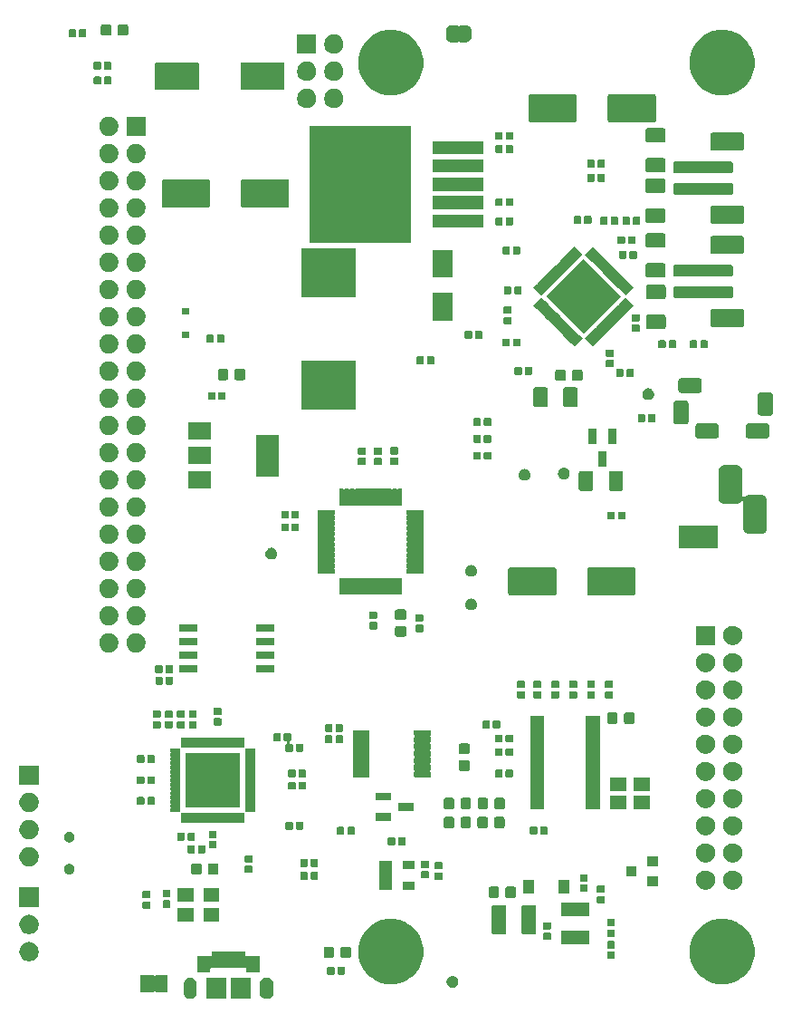
<source format=gbr>
G04 #@! TF.GenerationSoftware,KiCad,Pcbnew,(5.1.6)-1*
G04 #@! TF.CreationDate,2020-07-25T07:52:59-07:00*
G04 #@! TF.ProjectId,Mycroft - Mark 2,4d796372-6f66-4742-902d-204d61726b20,rev?*
G04 #@! TF.SameCoordinates,Original*
G04 #@! TF.FileFunction,Soldermask,Top*
G04 #@! TF.FilePolarity,Negative*
%FSLAX46Y46*%
G04 Gerber Fmt 4.6, Leading zero omitted, Abs format (unit mm)*
G04 Created by KiCad (PCBNEW (5.1.6)-1) date 2020-07-25 07:52:59*
%MOMM*%
%LPD*%
G01*
G04 APERTURE LIST*
%ADD10C,0.100000*%
G04 APERTURE END LIST*
D10*
G36*
X24446797Y-90525740D02*
G01*
X24527694Y-90550280D01*
X24569515Y-90562966D01*
X24682604Y-90623414D01*
X24781734Y-90704767D01*
X24863086Y-90803895D01*
X24923534Y-90916984D01*
X24933220Y-90948916D01*
X24960760Y-91039702D01*
X24970180Y-91135347D01*
X24970180Y-91899293D01*
X24960760Y-91994938D01*
X24948565Y-92035138D01*
X24923534Y-92117656D01*
X24863086Y-92230745D01*
X24781734Y-92329874D01*
X24682605Y-92411226D01*
X24569516Y-92471674D01*
X24537584Y-92481360D01*
X24446798Y-92508900D01*
X24319180Y-92521469D01*
X24191563Y-92508900D01*
X24100777Y-92481360D01*
X24068845Y-92471674D01*
X23955756Y-92411226D01*
X23856627Y-92329874D01*
X23775275Y-92230745D01*
X23714828Y-92117657D01*
X23714825Y-92117652D01*
X23677600Y-91994938D01*
X23668180Y-91899293D01*
X23668180Y-91135348D01*
X23677600Y-91039703D01*
X23714825Y-90916989D01*
X23714826Y-90916985D01*
X23775274Y-90803896D01*
X23856627Y-90704766D01*
X23955755Y-90623414D01*
X24068844Y-90562966D01*
X24110665Y-90550280D01*
X24191562Y-90525740D01*
X24319180Y-90513171D01*
X24446797Y-90525740D01*
G37*
G36*
X17286998Y-90525016D02*
G01*
X17400285Y-90559382D01*
X17504692Y-90615189D01*
X17596207Y-90690293D01*
X17671311Y-90781808D01*
X17727118Y-90886215D01*
X17761484Y-90999502D01*
X17770180Y-91087801D01*
X17770180Y-91946839D01*
X17761484Y-92035138D01*
X17727118Y-92148425D01*
X17671311Y-92252832D01*
X17671310Y-92252833D01*
X17596207Y-92344347D01*
X17521103Y-92405982D01*
X17504691Y-92419451D01*
X17400284Y-92475258D01*
X17286997Y-92509624D01*
X17169180Y-92521227D01*
X17051362Y-92509624D01*
X16938075Y-92475258D01*
X16833668Y-92419451D01*
X16819752Y-92408031D01*
X16742153Y-92344347D01*
X16667050Y-92252832D01*
X16667049Y-92252831D01*
X16611242Y-92148424D01*
X16576876Y-92035137D01*
X16568180Y-91946838D01*
X16568180Y-91087801D01*
X16576876Y-90999504D01*
X16611244Y-90886214D01*
X16667050Y-90781808D01*
X16742154Y-90690293D01*
X16833669Y-90615189D01*
X16938076Y-90559382D01*
X17051363Y-90525016D01*
X17169180Y-90513413D01*
X17286998Y-90525016D01*
G37*
G36*
X20545180Y-92518320D02*
G01*
X18693180Y-92518320D01*
X18693180Y-90516320D01*
X20545180Y-90516320D01*
X20545180Y-92518320D01*
G37*
G36*
X22795180Y-92518320D02*
G01*
X20943180Y-92518320D01*
X20943180Y-90516320D01*
X22795180Y-90516320D01*
X22795180Y-92518320D01*
G37*
G36*
X13719579Y-90279057D02*
G01*
X13729188Y-90281972D01*
X13738052Y-90286710D01*
X13745817Y-90293083D01*
X13756464Y-90306057D01*
X13762633Y-90315288D01*
X13779961Y-90332614D01*
X13800336Y-90346227D01*
X13822975Y-90355603D01*
X13847008Y-90360383D01*
X13871512Y-90360382D01*
X13895545Y-90355600D01*
X13918184Y-90346222D01*
X13938558Y-90332607D01*
X13955884Y-90315279D01*
X13962755Y-90306003D01*
X13973306Y-90293120D01*
X13979896Y-90287700D01*
X13981064Y-90286739D01*
X13989919Y-90281994D01*
X13992957Y-90281069D01*
X13999495Y-90279078D01*
X13999498Y-90279078D01*
X13999530Y-90279068D01*
X14009580Y-90278073D01*
X14009645Y-90278073D01*
X14015755Y-90277468D01*
X15003440Y-90277468D01*
X15019579Y-90279057D01*
X15029188Y-90281972D01*
X15038052Y-90286710D01*
X15045817Y-90293083D01*
X15052190Y-90300848D01*
X15056928Y-90309712D01*
X15059843Y-90319321D01*
X15061432Y-90335460D01*
X15061432Y-91823180D01*
X15059843Y-91839319D01*
X15056928Y-91848928D01*
X15052190Y-91857792D01*
X15045817Y-91865557D01*
X15038052Y-91871930D01*
X15029188Y-91876668D01*
X15019579Y-91879583D01*
X15003440Y-91881172D01*
X14015720Y-91881172D01*
X13999581Y-91879583D01*
X13989972Y-91876668D01*
X13981108Y-91871930D01*
X13973368Y-91865578D01*
X13973367Y-91865577D01*
X13973343Y-91865557D01*
X13966940Y-91857747D01*
X13966903Y-91857692D01*
X13959100Y-91848173D01*
X13959069Y-91848198D01*
X13947727Y-91834348D01*
X13928801Y-91818783D01*
X13907203Y-91807209D01*
X13883761Y-91800071D01*
X13859378Y-91797644D01*
X13834989Y-91800020D01*
X13811533Y-91807109D01*
X13789910Y-91818638D01*
X13770952Y-91834163D01*
X13755387Y-91853089D01*
X13753551Y-91856145D01*
X13752162Y-91857834D01*
X13752161Y-91857836D01*
X13747065Y-91864032D01*
X13745780Y-91865594D01*
X13738005Y-91871962D01*
X13732097Y-91875111D01*
X13729142Y-91876687D01*
X13719561Y-91879582D01*
X13719495Y-91879602D01*
X13703467Y-91881172D01*
X12565720Y-91881172D01*
X12549581Y-91879583D01*
X12539972Y-91876668D01*
X12531108Y-91871930D01*
X12523343Y-91865557D01*
X12516970Y-91857792D01*
X12512232Y-91848928D01*
X12509317Y-91839319D01*
X12507728Y-91823180D01*
X12507728Y-90335460D01*
X12509317Y-90319321D01*
X12512232Y-90309712D01*
X12516970Y-90300848D01*
X12523343Y-90293083D01*
X12531108Y-90286710D01*
X12539972Y-90281972D01*
X12549581Y-90279057D01*
X12565720Y-90277468D01*
X13703440Y-90277468D01*
X13719579Y-90279057D01*
G37*
G36*
X41854821Y-90371694D02*
G01*
X41955095Y-90413229D01*
X41955096Y-90413230D01*
X42045342Y-90473530D01*
X42122090Y-90550278D01*
X42130567Y-90562965D01*
X42182391Y-90640525D01*
X42223926Y-90740799D01*
X42245100Y-90847250D01*
X42245100Y-90955790D01*
X42223926Y-91062241D01*
X42182391Y-91162515D01*
X42182390Y-91162516D01*
X42122090Y-91252762D01*
X42045342Y-91329510D01*
X41999912Y-91359865D01*
X41955095Y-91389811D01*
X41854821Y-91431346D01*
X41748370Y-91452520D01*
X41639830Y-91452520D01*
X41533379Y-91431346D01*
X41433105Y-91389811D01*
X41388288Y-91359865D01*
X41342858Y-91329510D01*
X41266110Y-91252762D01*
X41205810Y-91162516D01*
X41205809Y-91162515D01*
X41164274Y-91062241D01*
X41143100Y-90955790D01*
X41143100Y-90847250D01*
X41164274Y-90740799D01*
X41205809Y-90640525D01*
X41257633Y-90562965D01*
X41266110Y-90550278D01*
X41342858Y-90473530D01*
X41433104Y-90413230D01*
X41433105Y-90413229D01*
X41533379Y-90371694D01*
X41639830Y-90350520D01*
X41748370Y-90350520D01*
X41854821Y-90371694D01*
G37*
G36*
X36823323Y-85148368D02*
G01*
X37378569Y-85378358D01*
X37581631Y-85514040D01*
X37878279Y-85712254D01*
X38303246Y-86137221D01*
X38453245Y-86361711D01*
X38637142Y-86636931D01*
X38867132Y-87192177D01*
X38984380Y-87781621D01*
X38984380Y-88382619D01*
X38867132Y-88972063D01*
X38637142Y-89527309D01*
X38539211Y-89673873D01*
X38303246Y-90027019D01*
X37878279Y-90451986D01*
X37717548Y-90559383D01*
X37378569Y-90785882D01*
X36823323Y-91015872D01*
X36233879Y-91133120D01*
X35632881Y-91133120D01*
X35043437Y-91015872D01*
X34488191Y-90785882D01*
X34149212Y-90559383D01*
X33988481Y-90451986D01*
X33563514Y-90027019D01*
X33327549Y-89673873D01*
X33229618Y-89527309D01*
X32999628Y-88972063D01*
X32882380Y-88382619D01*
X32882380Y-87781621D01*
X32999628Y-87192177D01*
X33229618Y-86636931D01*
X33413515Y-86361711D01*
X33563514Y-86137221D01*
X33988481Y-85712254D01*
X34285129Y-85514040D01*
X34488191Y-85378358D01*
X35043437Y-85148368D01*
X35632881Y-85031120D01*
X36233879Y-85031120D01*
X36823323Y-85148368D01*
G37*
G36*
X67811323Y-85148368D02*
G01*
X68366569Y-85378358D01*
X68569631Y-85514040D01*
X68866279Y-85712254D01*
X69291246Y-86137221D01*
X69441245Y-86361711D01*
X69625142Y-86636931D01*
X69855132Y-87192177D01*
X69972380Y-87781621D01*
X69972380Y-88382619D01*
X69855132Y-88972063D01*
X69625142Y-89527309D01*
X69527211Y-89673873D01*
X69291246Y-90027019D01*
X68866279Y-90451986D01*
X68705548Y-90559383D01*
X68366569Y-90785882D01*
X67811323Y-91015872D01*
X67221879Y-91133120D01*
X66620881Y-91133120D01*
X66031437Y-91015872D01*
X65476191Y-90785882D01*
X65137212Y-90559383D01*
X64976481Y-90451986D01*
X64551514Y-90027019D01*
X64315549Y-89673873D01*
X64217618Y-89527309D01*
X63987628Y-88972063D01*
X63870380Y-88382619D01*
X63870380Y-87781621D01*
X63987628Y-87192177D01*
X64217618Y-86636931D01*
X64401515Y-86361711D01*
X64551514Y-86137221D01*
X64976481Y-85712254D01*
X65273129Y-85514040D01*
X65476191Y-85378358D01*
X66031437Y-85148368D01*
X66620881Y-85031120D01*
X67221879Y-85031120D01*
X67811323Y-85148368D01*
G37*
G36*
X31544518Y-89504536D02*
G01*
X31565137Y-89510791D01*
X31584133Y-89520944D01*
X31600788Y-89534612D01*
X31614456Y-89551267D01*
X31624609Y-89570263D01*
X31630864Y-89590882D01*
X31633580Y-89618460D01*
X31633580Y-90127180D01*
X31630864Y-90154758D01*
X31624609Y-90175377D01*
X31614456Y-90194373D01*
X31600788Y-90211028D01*
X31584133Y-90224696D01*
X31565137Y-90234849D01*
X31544518Y-90241104D01*
X31516940Y-90243820D01*
X31058220Y-90243820D01*
X31030642Y-90241104D01*
X31010023Y-90234849D01*
X30991027Y-90224696D01*
X30974372Y-90211028D01*
X30960704Y-90194373D01*
X30950551Y-90175377D01*
X30944296Y-90154758D01*
X30941580Y-90127180D01*
X30941580Y-89618460D01*
X30944296Y-89590882D01*
X30950551Y-89570263D01*
X30960704Y-89551267D01*
X30974372Y-89534612D01*
X30991027Y-89520944D01*
X31010023Y-89510791D01*
X31030642Y-89504536D01*
X31058220Y-89501820D01*
X31516940Y-89501820D01*
X31544518Y-89504536D01*
G37*
G36*
X30574518Y-89504536D02*
G01*
X30595137Y-89510791D01*
X30614133Y-89520944D01*
X30630788Y-89534612D01*
X30644456Y-89551267D01*
X30654609Y-89570263D01*
X30660864Y-89590882D01*
X30663580Y-89618460D01*
X30663580Y-90127180D01*
X30660864Y-90154758D01*
X30654609Y-90175377D01*
X30644456Y-90194373D01*
X30630788Y-90211028D01*
X30614133Y-90224696D01*
X30595137Y-90234849D01*
X30574518Y-90241104D01*
X30546940Y-90243820D01*
X30088220Y-90243820D01*
X30060642Y-90241104D01*
X30040023Y-90234849D01*
X30021027Y-90224696D01*
X30004372Y-90211028D01*
X29990704Y-90194373D01*
X29980551Y-90175377D01*
X29974296Y-90154758D01*
X29971580Y-90127180D01*
X29971580Y-89618460D01*
X29974296Y-89590882D01*
X29980551Y-89570263D01*
X29990704Y-89551267D01*
X30004372Y-89534612D01*
X30021027Y-89520944D01*
X30040023Y-89510791D01*
X30060642Y-89504536D01*
X30088220Y-89501820D01*
X30546940Y-89501820D01*
X30574518Y-89504536D01*
G37*
G36*
X22295180Y-88386321D02*
G01*
X22297582Y-88410707D01*
X22304695Y-88434156D01*
X22316246Y-88455767D01*
X22331791Y-88474709D01*
X22350733Y-88490254D01*
X22372344Y-88501805D01*
X22395793Y-88508918D01*
X22420179Y-88511320D01*
X23690180Y-88511320D01*
X23690180Y-90063320D01*
X22438180Y-90063320D01*
X22438180Y-89743319D01*
X22435778Y-89718933D01*
X22428665Y-89695484D01*
X22417114Y-89673873D01*
X22401569Y-89654931D01*
X22382627Y-89639386D01*
X22361016Y-89627835D01*
X22337567Y-89620722D01*
X22313181Y-89618320D01*
X19175179Y-89618320D01*
X19150793Y-89620722D01*
X19127344Y-89627835D01*
X19105733Y-89639386D01*
X19086791Y-89654931D01*
X19071246Y-89673873D01*
X19059695Y-89695484D01*
X19052582Y-89718933D01*
X19050180Y-89743319D01*
X19050180Y-90063320D01*
X17798180Y-90063320D01*
X17798180Y-88511320D01*
X19068181Y-88511320D01*
X19092567Y-88508918D01*
X19116016Y-88501805D01*
X19137627Y-88490254D01*
X19156569Y-88474709D01*
X19172114Y-88455767D01*
X19183665Y-88434156D01*
X19190778Y-88410707D01*
X19193180Y-88386321D01*
X19193180Y-88116320D01*
X22295180Y-88116320D01*
X22295180Y-88386321D01*
G37*
G36*
X2209012Y-87191127D02*
G01*
X2358312Y-87220824D01*
X2522284Y-87288744D01*
X2669854Y-87387347D01*
X2795353Y-87512846D01*
X2893956Y-87660416D01*
X2961876Y-87824388D01*
X2970648Y-87868491D01*
X2996500Y-87998458D01*
X2996500Y-88175942D01*
X2991573Y-88200712D01*
X2961876Y-88350012D01*
X2893956Y-88513984D01*
X2795353Y-88661554D01*
X2669854Y-88787053D01*
X2522284Y-88885656D01*
X2358312Y-88953576D01*
X2209012Y-88983273D01*
X2184242Y-88988200D01*
X2006758Y-88988200D01*
X1981988Y-88983273D01*
X1832688Y-88953576D01*
X1668716Y-88885656D01*
X1521146Y-88787053D01*
X1395647Y-88661554D01*
X1297044Y-88513984D01*
X1229124Y-88350012D01*
X1199427Y-88200712D01*
X1194500Y-88175942D01*
X1194500Y-87998458D01*
X1220352Y-87868491D01*
X1229124Y-87824388D01*
X1297044Y-87660416D01*
X1395647Y-87512846D01*
X1521146Y-87387347D01*
X1668716Y-87288744D01*
X1832688Y-87220824D01*
X1981988Y-87191127D01*
X2006758Y-87186200D01*
X2184242Y-87186200D01*
X2209012Y-87191127D01*
G37*
G36*
X56819798Y-88071436D02*
G01*
X56840417Y-88077691D01*
X56859413Y-88087844D01*
X56876068Y-88101512D01*
X56889736Y-88118167D01*
X56899889Y-88137163D01*
X56906144Y-88157782D01*
X56908860Y-88185360D01*
X56908860Y-88644080D01*
X56906144Y-88671658D01*
X56899889Y-88692277D01*
X56889736Y-88711273D01*
X56876068Y-88727928D01*
X56859413Y-88741596D01*
X56840417Y-88751749D01*
X56819798Y-88758004D01*
X56792220Y-88760720D01*
X56283500Y-88760720D01*
X56255922Y-88758004D01*
X56235303Y-88751749D01*
X56216307Y-88741596D01*
X56199652Y-88727928D01*
X56185984Y-88711273D01*
X56175831Y-88692277D01*
X56169576Y-88671658D01*
X56166860Y-88644080D01*
X56166860Y-88185360D01*
X56169576Y-88157782D01*
X56175831Y-88137163D01*
X56185984Y-88118167D01*
X56199652Y-88101512D01*
X56216307Y-88087844D01*
X56235303Y-88077691D01*
X56255922Y-88071436D01*
X56283500Y-88068720D01*
X56792220Y-88068720D01*
X56819798Y-88071436D01*
G37*
G36*
X30484171Y-87623705D02*
G01*
X30518149Y-87634013D01*
X30549470Y-87650754D01*
X30576919Y-87673281D01*
X30599446Y-87700730D01*
X30616187Y-87732051D01*
X30626495Y-87766029D01*
X30630580Y-87807510D01*
X30630580Y-88483730D01*
X30626495Y-88525211D01*
X30616187Y-88559189D01*
X30599446Y-88590510D01*
X30576919Y-88617959D01*
X30549470Y-88640486D01*
X30518149Y-88657227D01*
X30484171Y-88667535D01*
X30442690Y-88671620D01*
X29841470Y-88671620D01*
X29799989Y-88667535D01*
X29766011Y-88657227D01*
X29734690Y-88640486D01*
X29707241Y-88617959D01*
X29684714Y-88590510D01*
X29667973Y-88559189D01*
X29657665Y-88525211D01*
X29653580Y-88483730D01*
X29653580Y-87807510D01*
X29657665Y-87766029D01*
X29667973Y-87732051D01*
X29684714Y-87700730D01*
X29707241Y-87673281D01*
X29734690Y-87650754D01*
X29766011Y-87634013D01*
X29799989Y-87623705D01*
X29841470Y-87619620D01*
X30442690Y-87619620D01*
X30484171Y-87623705D01*
G37*
G36*
X32059171Y-87623705D02*
G01*
X32093149Y-87634013D01*
X32124470Y-87650754D01*
X32151919Y-87673281D01*
X32174446Y-87700730D01*
X32191187Y-87732051D01*
X32201495Y-87766029D01*
X32205580Y-87807510D01*
X32205580Y-88483730D01*
X32201495Y-88525211D01*
X32191187Y-88559189D01*
X32174446Y-88590510D01*
X32151919Y-88617959D01*
X32124470Y-88640486D01*
X32093149Y-88657227D01*
X32059171Y-88667535D01*
X32017690Y-88671620D01*
X31416470Y-88671620D01*
X31374989Y-88667535D01*
X31341011Y-88657227D01*
X31309690Y-88640486D01*
X31282241Y-88617959D01*
X31259714Y-88590510D01*
X31242973Y-88559189D01*
X31232665Y-88525211D01*
X31228580Y-88483730D01*
X31228580Y-87807510D01*
X31232665Y-87766029D01*
X31242973Y-87732051D01*
X31259714Y-87700730D01*
X31282241Y-87673281D01*
X31309690Y-87650754D01*
X31341011Y-87634013D01*
X31374989Y-87623705D01*
X31416470Y-87619620D01*
X32017690Y-87619620D01*
X32059171Y-87623705D01*
G37*
G36*
X56819798Y-87101436D02*
G01*
X56840417Y-87107691D01*
X56859413Y-87117844D01*
X56876068Y-87131512D01*
X56889736Y-87148167D01*
X56899889Y-87167163D01*
X56906144Y-87187782D01*
X56908860Y-87215360D01*
X56908860Y-87674080D01*
X56906144Y-87701658D01*
X56899889Y-87722277D01*
X56889736Y-87741273D01*
X56876068Y-87757928D01*
X56859413Y-87771596D01*
X56840417Y-87781749D01*
X56819798Y-87788004D01*
X56792220Y-87790720D01*
X56283500Y-87790720D01*
X56255922Y-87788004D01*
X56235303Y-87781749D01*
X56216307Y-87771596D01*
X56199652Y-87757928D01*
X56185984Y-87741273D01*
X56175831Y-87722277D01*
X56169576Y-87701658D01*
X56166860Y-87674080D01*
X56166860Y-87215360D01*
X56169576Y-87187782D01*
X56175831Y-87167163D01*
X56185984Y-87148167D01*
X56199652Y-87131512D01*
X56216307Y-87117844D01*
X56235303Y-87107691D01*
X56255922Y-87101436D01*
X56283500Y-87098720D01*
X56792220Y-87098720D01*
X56819798Y-87101436D01*
G37*
G36*
X54521220Y-87426760D02*
G01*
X51869220Y-87426760D01*
X51869220Y-86104760D01*
X54521220Y-86104760D01*
X54521220Y-87426760D01*
G37*
G36*
X50825398Y-86313756D02*
G01*
X50846017Y-86320011D01*
X50865013Y-86330164D01*
X50881668Y-86343832D01*
X50895336Y-86360487D01*
X50905489Y-86379483D01*
X50911744Y-86400102D01*
X50914460Y-86427680D01*
X50914460Y-86886400D01*
X50911744Y-86913978D01*
X50905489Y-86934597D01*
X50895336Y-86953593D01*
X50881668Y-86970248D01*
X50865013Y-86983916D01*
X50846017Y-86994069D01*
X50825398Y-87000324D01*
X50797820Y-87003040D01*
X50289100Y-87003040D01*
X50261522Y-87000324D01*
X50240903Y-86994069D01*
X50221907Y-86983916D01*
X50205252Y-86970248D01*
X50191584Y-86953593D01*
X50181431Y-86934597D01*
X50175176Y-86913978D01*
X50172460Y-86886400D01*
X50172460Y-86427680D01*
X50175176Y-86400102D01*
X50181431Y-86379483D01*
X50191584Y-86360487D01*
X50205252Y-86343832D01*
X50221907Y-86330164D01*
X50240903Y-86320011D01*
X50261522Y-86313756D01*
X50289100Y-86311040D01*
X50797820Y-86311040D01*
X50825398Y-86313756D01*
G37*
G36*
X56814718Y-86019116D02*
G01*
X56835337Y-86025371D01*
X56854333Y-86035524D01*
X56870988Y-86049192D01*
X56884656Y-86065847D01*
X56894809Y-86084843D01*
X56901064Y-86105462D01*
X56903780Y-86133040D01*
X56903780Y-86591760D01*
X56901064Y-86619338D01*
X56894809Y-86639957D01*
X56884656Y-86658953D01*
X56870988Y-86675608D01*
X56854333Y-86689276D01*
X56835337Y-86699429D01*
X56814718Y-86705684D01*
X56787140Y-86708400D01*
X56278420Y-86708400D01*
X56250842Y-86705684D01*
X56230223Y-86699429D01*
X56211227Y-86689276D01*
X56194572Y-86675608D01*
X56180904Y-86658953D01*
X56170751Y-86639957D01*
X56164496Y-86619338D01*
X56161780Y-86591760D01*
X56161780Y-86133040D01*
X56164496Y-86105462D01*
X56170751Y-86084843D01*
X56180904Y-86065847D01*
X56194572Y-86049192D01*
X56211227Y-86035524D01*
X56230223Y-86025371D01*
X56250842Y-86019116D01*
X56278420Y-86016400D01*
X56787140Y-86016400D01*
X56814718Y-86019116D01*
G37*
G36*
X46568344Y-83733587D02*
G01*
X46604884Y-83744672D01*
X46638561Y-83762673D01*
X46668081Y-83786899D01*
X46692307Y-83816419D01*
X46710308Y-83850096D01*
X46721393Y-83886636D01*
X46725740Y-83930778D01*
X46725740Y-86279702D01*
X46721393Y-86323844D01*
X46710308Y-86360384D01*
X46692307Y-86394061D01*
X46668081Y-86423581D01*
X46638561Y-86447807D01*
X46604884Y-86465808D01*
X46568344Y-86476893D01*
X46524202Y-86481240D01*
X45575278Y-86481240D01*
X45531136Y-86476893D01*
X45494596Y-86465808D01*
X45460919Y-86447807D01*
X45431399Y-86423581D01*
X45407173Y-86394061D01*
X45389172Y-86360384D01*
X45378087Y-86323844D01*
X45373740Y-86279702D01*
X45373740Y-83930778D01*
X45378087Y-83886636D01*
X45389172Y-83850096D01*
X45407173Y-83816419D01*
X45431399Y-83786899D01*
X45460919Y-83762673D01*
X45494596Y-83744672D01*
X45531136Y-83733587D01*
X45575278Y-83729240D01*
X46524202Y-83729240D01*
X46568344Y-83733587D01*
G37*
G36*
X49368344Y-83733587D02*
G01*
X49404884Y-83744672D01*
X49438561Y-83762673D01*
X49468081Y-83786899D01*
X49492307Y-83816419D01*
X49510308Y-83850096D01*
X49521393Y-83886636D01*
X49525740Y-83930778D01*
X49525740Y-86279702D01*
X49521393Y-86323844D01*
X49510308Y-86360384D01*
X49492307Y-86394061D01*
X49468081Y-86423581D01*
X49438561Y-86447807D01*
X49404884Y-86465808D01*
X49368344Y-86476893D01*
X49324202Y-86481240D01*
X48375278Y-86481240D01*
X48331136Y-86476893D01*
X48294596Y-86465808D01*
X48260919Y-86447807D01*
X48231399Y-86423581D01*
X48207173Y-86394061D01*
X48189172Y-86360384D01*
X48178087Y-86323844D01*
X48173740Y-86279702D01*
X48173740Y-83930778D01*
X48178087Y-83886636D01*
X48189172Y-83850096D01*
X48207173Y-83816419D01*
X48231399Y-83786899D01*
X48260919Y-83762673D01*
X48294596Y-83744672D01*
X48331136Y-83733587D01*
X48375278Y-83729240D01*
X49324202Y-83729240D01*
X49368344Y-83733587D01*
G37*
G36*
X2209012Y-84651127D02*
G01*
X2358312Y-84680824D01*
X2522284Y-84748744D01*
X2669854Y-84847347D01*
X2795353Y-84972846D01*
X2893956Y-85120416D01*
X2961876Y-85284388D01*
X2996500Y-85458459D01*
X2996500Y-85635941D01*
X2961876Y-85810012D01*
X2893956Y-85973984D01*
X2795353Y-86121554D01*
X2669854Y-86247053D01*
X2522284Y-86345656D01*
X2358312Y-86413576D01*
X2209012Y-86443273D01*
X2184242Y-86448200D01*
X2006758Y-86448200D01*
X1981988Y-86443273D01*
X1832688Y-86413576D01*
X1668716Y-86345656D01*
X1521146Y-86247053D01*
X1395647Y-86121554D01*
X1297044Y-85973984D01*
X1229124Y-85810012D01*
X1194500Y-85635941D01*
X1194500Y-85458459D01*
X1229124Y-85284388D01*
X1297044Y-85120416D01*
X1395647Y-84972846D01*
X1521146Y-84847347D01*
X1668716Y-84748744D01*
X1832688Y-84680824D01*
X1981988Y-84651127D01*
X2006758Y-84646200D01*
X2184242Y-84646200D01*
X2209012Y-84651127D01*
G37*
G36*
X50825398Y-85343756D02*
G01*
X50846017Y-85350011D01*
X50865013Y-85360164D01*
X50881668Y-85373832D01*
X50895336Y-85390487D01*
X50905489Y-85409483D01*
X50911744Y-85430102D01*
X50914460Y-85457680D01*
X50914460Y-85916400D01*
X50911744Y-85943978D01*
X50905489Y-85964597D01*
X50895336Y-85983593D01*
X50881668Y-86000248D01*
X50865013Y-86013916D01*
X50846017Y-86024069D01*
X50825398Y-86030324D01*
X50797820Y-86033040D01*
X50289100Y-86033040D01*
X50261522Y-86030324D01*
X50240903Y-86024069D01*
X50221907Y-86013916D01*
X50205252Y-86000248D01*
X50191584Y-85983593D01*
X50181431Y-85964597D01*
X50175176Y-85943978D01*
X50172460Y-85916400D01*
X50172460Y-85457680D01*
X50175176Y-85430102D01*
X50181431Y-85409483D01*
X50191584Y-85390487D01*
X50205252Y-85373832D01*
X50221907Y-85360164D01*
X50240903Y-85350011D01*
X50261522Y-85343756D01*
X50289100Y-85341040D01*
X50797820Y-85341040D01*
X50825398Y-85343756D01*
G37*
G36*
X56814718Y-85049116D02*
G01*
X56835337Y-85055371D01*
X56854333Y-85065524D01*
X56870988Y-85079192D01*
X56884656Y-85095847D01*
X56894809Y-85114843D01*
X56901064Y-85135462D01*
X56903780Y-85163040D01*
X56903780Y-85621760D01*
X56901064Y-85649338D01*
X56894809Y-85669957D01*
X56884656Y-85688953D01*
X56870988Y-85705608D01*
X56854333Y-85719276D01*
X56835337Y-85729429D01*
X56814718Y-85735684D01*
X56787140Y-85738400D01*
X56278420Y-85738400D01*
X56250842Y-85735684D01*
X56230223Y-85729429D01*
X56211227Y-85719276D01*
X56194572Y-85705608D01*
X56180904Y-85688953D01*
X56170751Y-85669957D01*
X56164496Y-85649338D01*
X56161780Y-85621760D01*
X56161780Y-85163040D01*
X56164496Y-85135462D01*
X56170751Y-85114843D01*
X56180904Y-85095847D01*
X56194572Y-85079192D01*
X56211227Y-85065524D01*
X56230223Y-85055371D01*
X56250842Y-85049116D01*
X56278420Y-85046400D01*
X56787140Y-85046400D01*
X56814718Y-85049116D01*
G37*
G36*
X17501180Y-85314320D02*
G01*
X15999180Y-85314320D01*
X15999180Y-84012320D01*
X17501180Y-84012320D01*
X17501180Y-85314320D01*
G37*
G36*
X19901180Y-85314320D02*
G01*
X18399180Y-85314320D01*
X18399180Y-84012320D01*
X19901180Y-84012320D01*
X19901180Y-85314320D01*
G37*
G36*
X54521220Y-84806760D02*
G01*
X51869220Y-84806760D01*
X51869220Y-83484760D01*
X54521220Y-83484760D01*
X54521220Y-84806760D01*
G37*
G36*
X13355318Y-83397836D02*
G01*
X13375937Y-83404091D01*
X13394933Y-83414244D01*
X13411588Y-83427912D01*
X13425256Y-83444567D01*
X13435409Y-83463563D01*
X13441664Y-83484182D01*
X13444380Y-83511760D01*
X13444380Y-83970480D01*
X13441664Y-83998058D01*
X13435409Y-84018677D01*
X13425256Y-84037673D01*
X13411588Y-84054328D01*
X13394933Y-84067996D01*
X13375937Y-84078149D01*
X13355318Y-84084404D01*
X13327740Y-84087120D01*
X12819020Y-84087120D01*
X12791442Y-84084404D01*
X12770823Y-84078149D01*
X12751827Y-84067996D01*
X12735172Y-84054328D01*
X12721504Y-84037673D01*
X12711351Y-84018677D01*
X12705096Y-83998058D01*
X12702380Y-83970480D01*
X12702380Y-83511760D01*
X12705096Y-83484182D01*
X12711351Y-83463563D01*
X12721504Y-83444567D01*
X12735172Y-83427912D01*
X12751827Y-83414244D01*
X12770823Y-83404091D01*
X12791442Y-83397836D01*
X12819020Y-83395120D01*
X13327740Y-83395120D01*
X13355318Y-83397836D01*
G37*
G36*
X15234918Y-83296236D02*
G01*
X15255537Y-83302491D01*
X15274533Y-83312644D01*
X15291188Y-83326312D01*
X15304856Y-83342967D01*
X15315009Y-83361963D01*
X15321264Y-83382582D01*
X15323980Y-83410160D01*
X15323980Y-83868880D01*
X15321264Y-83896458D01*
X15315009Y-83917077D01*
X15304856Y-83936073D01*
X15291188Y-83952728D01*
X15274533Y-83966396D01*
X15255537Y-83976549D01*
X15234918Y-83982804D01*
X15207340Y-83985520D01*
X14698620Y-83985520D01*
X14671042Y-83982804D01*
X14650423Y-83976549D01*
X14631427Y-83966396D01*
X14614772Y-83952728D01*
X14601104Y-83936073D01*
X14590951Y-83917077D01*
X14584696Y-83896458D01*
X14581980Y-83868880D01*
X14581980Y-83410160D01*
X14584696Y-83382582D01*
X14590951Y-83361963D01*
X14601104Y-83342967D01*
X14614772Y-83326312D01*
X14631427Y-83312644D01*
X14650423Y-83302491D01*
X14671042Y-83296236D01*
X14698620Y-83293520D01*
X15207340Y-83293520D01*
X15234918Y-83296236D01*
G37*
G36*
X2996500Y-83908200D02*
G01*
X1194500Y-83908200D01*
X1194500Y-82106200D01*
X2996500Y-82106200D01*
X2996500Y-83908200D01*
G37*
G36*
X55864758Y-82889836D02*
G01*
X55885377Y-82896091D01*
X55904373Y-82906244D01*
X55921028Y-82919912D01*
X55934696Y-82936567D01*
X55944849Y-82955563D01*
X55951104Y-82976182D01*
X55953820Y-83003760D01*
X55953820Y-83462480D01*
X55951104Y-83490058D01*
X55944849Y-83510677D01*
X55934696Y-83529673D01*
X55921028Y-83546328D01*
X55904373Y-83559996D01*
X55885377Y-83570149D01*
X55864758Y-83576404D01*
X55837180Y-83579120D01*
X55328460Y-83579120D01*
X55300882Y-83576404D01*
X55280263Y-83570149D01*
X55261267Y-83559996D01*
X55244612Y-83546328D01*
X55230944Y-83529673D01*
X55220791Y-83510677D01*
X55214536Y-83490058D01*
X55211820Y-83462480D01*
X55211820Y-83003760D01*
X55214536Y-82976182D01*
X55220791Y-82955563D01*
X55230944Y-82936567D01*
X55244612Y-82919912D01*
X55261267Y-82906244D01*
X55280263Y-82896091D01*
X55300882Y-82889836D01*
X55328460Y-82887120D01*
X55837180Y-82887120D01*
X55864758Y-82889836D01*
G37*
G36*
X17501180Y-83414320D02*
G01*
X15999180Y-83414320D01*
X15999180Y-82112320D01*
X17501180Y-82112320D01*
X17501180Y-83414320D01*
G37*
G36*
X19901180Y-83414320D02*
G01*
X18399180Y-83414320D01*
X18399180Y-82112320D01*
X19901180Y-82112320D01*
X19901180Y-83414320D01*
G37*
G36*
X13355318Y-82427836D02*
G01*
X13375937Y-82434091D01*
X13394933Y-82444244D01*
X13411588Y-82457912D01*
X13425256Y-82474567D01*
X13435409Y-82493563D01*
X13441664Y-82514182D01*
X13444380Y-82541760D01*
X13444380Y-83000480D01*
X13441664Y-83028058D01*
X13435409Y-83048677D01*
X13425256Y-83067673D01*
X13411588Y-83084328D01*
X13394933Y-83097996D01*
X13375937Y-83108149D01*
X13355318Y-83114404D01*
X13327740Y-83117120D01*
X12819020Y-83117120D01*
X12791442Y-83114404D01*
X12770823Y-83108149D01*
X12751827Y-83097996D01*
X12735172Y-83084328D01*
X12721504Y-83067673D01*
X12711351Y-83048677D01*
X12705096Y-83028058D01*
X12702380Y-83000480D01*
X12702380Y-82541760D01*
X12705096Y-82514182D01*
X12711351Y-82493563D01*
X12721504Y-82474567D01*
X12735172Y-82457912D01*
X12751827Y-82444244D01*
X12770823Y-82434091D01*
X12791442Y-82427836D01*
X12819020Y-82425120D01*
X13327740Y-82425120D01*
X13355318Y-82427836D01*
G37*
G36*
X47487031Y-82023005D02*
G01*
X47521009Y-82033313D01*
X47552330Y-82050054D01*
X47579779Y-82072581D01*
X47602306Y-82100030D01*
X47619047Y-82131351D01*
X47629355Y-82165329D01*
X47633440Y-82206810D01*
X47633440Y-82883030D01*
X47629355Y-82924511D01*
X47619047Y-82958489D01*
X47602306Y-82989810D01*
X47579779Y-83017259D01*
X47552330Y-83039786D01*
X47521009Y-83056527D01*
X47487031Y-83066835D01*
X47445550Y-83070920D01*
X46844330Y-83070920D01*
X46802849Y-83066835D01*
X46768871Y-83056527D01*
X46737550Y-83039786D01*
X46710101Y-83017259D01*
X46687574Y-82989810D01*
X46670833Y-82958489D01*
X46660525Y-82924511D01*
X46656440Y-82883030D01*
X46656440Y-82206810D01*
X46660525Y-82165329D01*
X46670833Y-82131351D01*
X46687574Y-82100030D01*
X46710101Y-82072581D01*
X46737550Y-82050054D01*
X46768871Y-82033313D01*
X46802849Y-82023005D01*
X46844330Y-82018920D01*
X47445550Y-82018920D01*
X47487031Y-82023005D01*
G37*
G36*
X45912031Y-82023005D02*
G01*
X45946009Y-82033313D01*
X45977330Y-82050054D01*
X46004779Y-82072581D01*
X46027306Y-82100030D01*
X46044047Y-82131351D01*
X46054355Y-82165329D01*
X46058440Y-82206810D01*
X46058440Y-82883030D01*
X46054355Y-82924511D01*
X46044047Y-82958489D01*
X46027306Y-82989810D01*
X46004779Y-83017259D01*
X45977330Y-83039786D01*
X45946009Y-83056527D01*
X45912031Y-83066835D01*
X45870550Y-83070920D01*
X45269330Y-83070920D01*
X45227849Y-83066835D01*
X45193871Y-83056527D01*
X45162550Y-83039786D01*
X45135101Y-83017259D01*
X45112574Y-82989810D01*
X45095833Y-82958489D01*
X45085525Y-82924511D01*
X45081440Y-82883030D01*
X45081440Y-82206810D01*
X45085525Y-82165329D01*
X45095833Y-82131351D01*
X45112574Y-82100030D01*
X45135101Y-82072581D01*
X45162550Y-82050054D01*
X45193871Y-82033313D01*
X45227849Y-82023005D01*
X45269330Y-82018920D01*
X45870550Y-82018920D01*
X45912031Y-82023005D01*
G37*
G36*
X15234918Y-82326236D02*
G01*
X15255537Y-82332491D01*
X15274533Y-82342644D01*
X15291188Y-82356312D01*
X15304856Y-82372967D01*
X15315009Y-82391963D01*
X15321264Y-82412582D01*
X15323980Y-82440160D01*
X15323980Y-82898880D01*
X15321264Y-82926458D01*
X15315009Y-82947077D01*
X15304856Y-82966073D01*
X15291188Y-82982728D01*
X15274533Y-82996396D01*
X15255537Y-83006549D01*
X15234918Y-83012804D01*
X15207340Y-83015520D01*
X14698620Y-83015520D01*
X14671042Y-83012804D01*
X14650423Y-83006549D01*
X14631427Y-82996396D01*
X14614772Y-82982728D01*
X14601104Y-82966073D01*
X14590951Y-82947077D01*
X14584696Y-82926458D01*
X14581980Y-82898880D01*
X14581980Y-82440160D01*
X14584696Y-82412582D01*
X14590951Y-82391963D01*
X14601104Y-82372967D01*
X14614772Y-82356312D01*
X14631427Y-82342644D01*
X14650423Y-82332491D01*
X14671042Y-82326236D01*
X14698620Y-82323520D01*
X15207340Y-82323520D01*
X15234918Y-82326236D01*
G37*
G36*
X49308100Y-82652360D02*
G01*
X48306100Y-82652360D01*
X48306100Y-81350360D01*
X49308100Y-81350360D01*
X49308100Y-82652360D01*
G37*
G36*
X52608100Y-82652360D02*
G01*
X51606100Y-82652360D01*
X51606100Y-81350360D01*
X52608100Y-81350360D01*
X52608100Y-82652360D01*
G37*
G36*
X55864758Y-81919836D02*
G01*
X55885377Y-81926091D01*
X55904373Y-81936244D01*
X55921028Y-81949912D01*
X55934696Y-81966567D01*
X55944849Y-81985563D01*
X55951104Y-82006182D01*
X55953820Y-82033760D01*
X55953820Y-82492480D01*
X55951104Y-82520058D01*
X55944849Y-82540677D01*
X55934696Y-82559673D01*
X55921028Y-82576328D01*
X55904373Y-82589996D01*
X55885377Y-82600149D01*
X55864758Y-82606404D01*
X55837180Y-82609120D01*
X55328460Y-82609120D01*
X55300882Y-82606404D01*
X55280263Y-82600149D01*
X55261267Y-82589996D01*
X55244612Y-82576328D01*
X55230944Y-82559673D01*
X55220791Y-82540677D01*
X55214536Y-82520058D01*
X55211820Y-82492480D01*
X55211820Y-82033760D01*
X55214536Y-82006182D01*
X55220791Y-81985563D01*
X55230944Y-81966567D01*
X55244612Y-81949912D01*
X55261267Y-81936244D01*
X55280263Y-81926091D01*
X55300882Y-81919836D01*
X55328460Y-81917120D01*
X55837180Y-81917120D01*
X55864758Y-81919836D01*
G37*
G36*
X54269638Y-81823036D02*
G01*
X54290257Y-81829291D01*
X54309253Y-81839444D01*
X54325908Y-81853112D01*
X54339576Y-81869767D01*
X54349729Y-81888763D01*
X54355984Y-81909382D01*
X54358700Y-81936960D01*
X54358700Y-82395680D01*
X54355984Y-82423258D01*
X54349729Y-82443877D01*
X54339576Y-82462873D01*
X54325908Y-82479528D01*
X54309253Y-82493196D01*
X54290257Y-82503349D01*
X54269638Y-82509604D01*
X54242060Y-82512320D01*
X53733340Y-82512320D01*
X53705762Y-82509604D01*
X53685143Y-82503349D01*
X53666147Y-82493196D01*
X53649492Y-82479528D01*
X53635824Y-82462873D01*
X53625671Y-82443877D01*
X53619416Y-82423258D01*
X53616700Y-82395680D01*
X53616700Y-81936960D01*
X53619416Y-81909382D01*
X53625671Y-81888763D01*
X53635824Y-81869767D01*
X53649492Y-81853112D01*
X53666147Y-81839444D01*
X53685143Y-81829291D01*
X53705762Y-81823036D01*
X53733340Y-81820320D01*
X54242060Y-81820320D01*
X54269638Y-81823036D01*
G37*
G36*
X65485492Y-80505847D02*
G01*
X65634792Y-80535544D01*
X65798764Y-80603464D01*
X65946334Y-80702067D01*
X66071833Y-80827566D01*
X66170436Y-80975136D01*
X66238356Y-81139108D01*
X66265430Y-81275224D01*
X66272980Y-81313178D01*
X66272980Y-81490662D01*
X66272540Y-81492873D01*
X66238356Y-81664732D01*
X66170436Y-81828704D01*
X66071833Y-81976274D01*
X65946334Y-82101773D01*
X65798764Y-82200376D01*
X65634792Y-82268296D01*
X65485492Y-82297993D01*
X65460722Y-82302920D01*
X65283238Y-82302920D01*
X65258468Y-82297993D01*
X65109168Y-82268296D01*
X64945196Y-82200376D01*
X64797626Y-82101773D01*
X64672127Y-81976274D01*
X64573524Y-81828704D01*
X64505604Y-81664732D01*
X64471420Y-81492873D01*
X64470980Y-81490662D01*
X64470980Y-81313178D01*
X64478530Y-81275224D01*
X64505604Y-81139108D01*
X64573524Y-80975136D01*
X64672127Y-80827566D01*
X64797626Y-80702067D01*
X64945196Y-80603464D01*
X65109168Y-80535544D01*
X65258468Y-80505847D01*
X65283238Y-80500920D01*
X65460722Y-80500920D01*
X65485492Y-80505847D01*
G37*
G36*
X68025492Y-80505847D02*
G01*
X68174792Y-80535544D01*
X68338764Y-80603464D01*
X68486334Y-80702067D01*
X68611833Y-80827566D01*
X68710436Y-80975136D01*
X68778356Y-81139108D01*
X68805430Y-81275224D01*
X68812980Y-81313178D01*
X68812980Y-81490662D01*
X68812540Y-81492873D01*
X68778356Y-81664732D01*
X68710436Y-81828704D01*
X68611833Y-81976274D01*
X68486334Y-82101773D01*
X68338764Y-82200376D01*
X68174792Y-82268296D01*
X68025492Y-82297993D01*
X68000722Y-82302920D01*
X67823238Y-82302920D01*
X67798468Y-82297993D01*
X67649168Y-82268296D01*
X67485196Y-82200376D01*
X67337626Y-82101773D01*
X67212127Y-81976274D01*
X67113524Y-81828704D01*
X67045604Y-81664732D01*
X67011420Y-81492873D01*
X67010980Y-81490662D01*
X67010980Y-81313178D01*
X67018530Y-81275224D01*
X67045604Y-81139108D01*
X67113524Y-80975136D01*
X67212127Y-80827566D01*
X67337626Y-80702067D01*
X67485196Y-80603464D01*
X67649168Y-80535544D01*
X67798468Y-80505847D01*
X67823238Y-80500920D01*
X68000722Y-80500920D01*
X68025492Y-80505847D01*
G37*
G36*
X38198580Y-82296120D02*
G01*
X37036580Y-82296120D01*
X37036580Y-81544120D01*
X38198580Y-81544120D01*
X38198580Y-82296120D01*
G37*
G36*
X35998580Y-82296120D02*
G01*
X34836580Y-82296120D01*
X34836580Y-79644120D01*
X35998580Y-79644120D01*
X35998580Y-82296120D01*
G37*
G36*
X60929380Y-81990120D02*
G01*
X59927380Y-81990120D01*
X59927380Y-81088120D01*
X60929380Y-81088120D01*
X60929380Y-81990120D01*
G37*
G36*
X54269638Y-80853036D02*
G01*
X54290257Y-80859291D01*
X54309253Y-80869444D01*
X54325908Y-80883112D01*
X54339576Y-80899767D01*
X54349729Y-80918763D01*
X54355984Y-80939382D01*
X54358700Y-80966960D01*
X54358700Y-81425680D01*
X54355984Y-81453258D01*
X54349729Y-81473877D01*
X54339576Y-81492873D01*
X54325908Y-81509528D01*
X54309253Y-81523196D01*
X54290257Y-81533349D01*
X54269638Y-81539604D01*
X54242060Y-81542320D01*
X53733340Y-81542320D01*
X53705762Y-81539604D01*
X53685143Y-81533349D01*
X53666147Y-81523196D01*
X53649492Y-81509528D01*
X53635824Y-81492873D01*
X53625671Y-81473877D01*
X53619416Y-81453258D01*
X53616700Y-81425680D01*
X53616700Y-80966960D01*
X53619416Y-80939382D01*
X53625671Y-80918763D01*
X53635824Y-80899767D01*
X53649492Y-80883112D01*
X53666147Y-80869444D01*
X53685143Y-80859291D01*
X53705762Y-80853036D01*
X53733340Y-80850320D01*
X54242060Y-80850320D01*
X54269638Y-80853036D01*
G37*
G36*
X40685718Y-80692736D02*
G01*
X40706337Y-80698991D01*
X40725333Y-80709144D01*
X40741988Y-80722812D01*
X40755656Y-80739467D01*
X40765809Y-80758463D01*
X40772064Y-80779082D01*
X40774780Y-80806660D01*
X40774780Y-81265380D01*
X40772064Y-81292958D01*
X40765809Y-81313577D01*
X40755656Y-81332573D01*
X40741988Y-81349228D01*
X40725333Y-81362896D01*
X40706337Y-81373049D01*
X40685718Y-81379304D01*
X40658140Y-81382020D01*
X40149420Y-81382020D01*
X40121842Y-81379304D01*
X40101223Y-81373049D01*
X40082227Y-81362896D01*
X40065572Y-81349228D01*
X40051904Y-81332573D01*
X40041751Y-81313577D01*
X40035496Y-81292958D01*
X40032780Y-81265380D01*
X40032780Y-80806660D01*
X40035496Y-80779082D01*
X40041751Y-80758463D01*
X40051904Y-80739467D01*
X40065572Y-80722812D01*
X40082227Y-80709144D01*
X40101223Y-80698991D01*
X40121842Y-80692736D01*
X40149420Y-80690020D01*
X40658140Y-80690020D01*
X40685718Y-80692736D01*
G37*
G36*
X28072618Y-80639936D02*
G01*
X28093237Y-80646191D01*
X28112233Y-80656344D01*
X28128888Y-80670012D01*
X28142556Y-80686667D01*
X28152709Y-80705663D01*
X28158964Y-80726282D01*
X28161680Y-80753860D01*
X28161680Y-81262580D01*
X28158964Y-81290158D01*
X28152709Y-81310777D01*
X28142556Y-81329773D01*
X28128888Y-81346428D01*
X28112233Y-81360096D01*
X28093237Y-81370249D01*
X28072618Y-81376504D01*
X28045040Y-81379220D01*
X27586320Y-81379220D01*
X27558742Y-81376504D01*
X27538123Y-81370249D01*
X27519127Y-81360096D01*
X27502472Y-81346428D01*
X27488804Y-81329773D01*
X27478651Y-81310777D01*
X27472396Y-81290158D01*
X27469680Y-81262580D01*
X27469680Y-80753860D01*
X27472396Y-80726282D01*
X27478651Y-80705663D01*
X27488804Y-80686667D01*
X27502472Y-80670012D01*
X27519127Y-80656344D01*
X27538123Y-80646191D01*
X27558742Y-80639936D01*
X27586320Y-80637220D01*
X28045040Y-80637220D01*
X28072618Y-80639936D01*
G37*
G36*
X29042618Y-80639936D02*
G01*
X29063237Y-80646191D01*
X29082233Y-80656344D01*
X29098888Y-80670012D01*
X29112556Y-80686667D01*
X29122709Y-80705663D01*
X29128964Y-80726282D01*
X29131680Y-80753860D01*
X29131680Y-81262580D01*
X29128964Y-81290158D01*
X29122709Y-81310777D01*
X29112556Y-81329773D01*
X29098888Y-81346428D01*
X29082233Y-81360096D01*
X29063237Y-81370249D01*
X29042618Y-81376504D01*
X29015040Y-81379220D01*
X28556320Y-81379220D01*
X28528742Y-81376504D01*
X28508123Y-81370249D01*
X28489127Y-81360096D01*
X28472472Y-81346428D01*
X28458804Y-81329773D01*
X28448651Y-81310777D01*
X28442396Y-81290158D01*
X28439680Y-81262580D01*
X28439680Y-80753860D01*
X28442396Y-80726282D01*
X28448651Y-80705663D01*
X28458804Y-80686667D01*
X28472472Y-80670012D01*
X28489127Y-80656344D01*
X28508123Y-80646191D01*
X28528742Y-80639936D01*
X28556320Y-80637220D01*
X29015040Y-80637220D01*
X29042618Y-80639936D01*
G37*
G36*
X39403018Y-80565736D02*
G01*
X39423637Y-80571991D01*
X39442633Y-80582144D01*
X39459288Y-80595812D01*
X39472956Y-80612467D01*
X39483109Y-80631463D01*
X39489364Y-80652082D01*
X39492080Y-80679660D01*
X39492080Y-81138380D01*
X39489364Y-81165958D01*
X39483109Y-81186577D01*
X39472956Y-81205573D01*
X39459288Y-81222228D01*
X39442633Y-81235896D01*
X39423637Y-81246049D01*
X39403018Y-81252304D01*
X39375440Y-81255020D01*
X38866720Y-81255020D01*
X38839142Y-81252304D01*
X38818523Y-81246049D01*
X38799527Y-81235896D01*
X38782872Y-81222228D01*
X38769204Y-81205573D01*
X38759051Y-81186577D01*
X38752796Y-81165958D01*
X38750080Y-81138380D01*
X38750080Y-80679660D01*
X38752796Y-80652082D01*
X38759051Y-80631463D01*
X38769204Y-80612467D01*
X38782872Y-80595812D01*
X38799527Y-80582144D01*
X38818523Y-80571991D01*
X38839142Y-80565736D01*
X38866720Y-80563020D01*
X39375440Y-80563020D01*
X39403018Y-80565736D01*
G37*
G36*
X58929380Y-81040120D02*
G01*
X57927380Y-81040120D01*
X57927380Y-80138120D01*
X58929380Y-80138120D01*
X58929380Y-81040120D01*
G37*
G36*
X5952640Y-79890866D02*
G01*
X6001036Y-79900493D01*
X6025315Y-79910550D01*
X6092211Y-79938259D01*
X6132962Y-79965488D01*
X6174269Y-79993088D01*
X6244052Y-80062871D01*
X6262259Y-80090120D01*
X6298881Y-80144929D01*
X6309015Y-80169396D01*
X6336647Y-80236104D01*
X6345716Y-80281696D01*
X6355900Y-80332895D01*
X6355900Y-80431585D01*
X6336647Y-80528375D01*
X6298881Y-80619551D01*
X6274297Y-80656344D01*
X6244052Y-80701609D01*
X6174269Y-80771392D01*
X6162760Y-80779082D01*
X6092211Y-80826221D01*
X6038802Y-80848344D01*
X6001036Y-80863987D01*
X5952640Y-80873613D01*
X5904245Y-80883240D01*
X5805555Y-80883240D01*
X5757160Y-80873613D01*
X5708764Y-80863987D01*
X5670998Y-80848344D01*
X5617589Y-80826221D01*
X5547040Y-80779082D01*
X5535531Y-80771392D01*
X5465748Y-80701609D01*
X5435503Y-80656344D01*
X5410919Y-80619551D01*
X5373153Y-80528375D01*
X5353900Y-80431585D01*
X5353900Y-80332895D01*
X5364084Y-80281696D01*
X5373153Y-80236104D01*
X5400785Y-80169396D01*
X5410919Y-80144929D01*
X5447541Y-80090120D01*
X5465748Y-80062871D01*
X5535531Y-79993088D01*
X5576838Y-79965488D01*
X5617589Y-79938259D01*
X5684485Y-79910550D01*
X5708764Y-79900493D01*
X5757160Y-79890866D01*
X5805555Y-79881240D01*
X5904245Y-79881240D01*
X5952640Y-79890866D01*
G37*
G36*
X18088971Y-79833525D02*
G01*
X18122949Y-79843833D01*
X18154270Y-79860574D01*
X18181719Y-79883101D01*
X18204246Y-79910550D01*
X18220987Y-79941871D01*
X18231295Y-79975849D01*
X18235380Y-80017330D01*
X18235380Y-80693550D01*
X18231295Y-80735031D01*
X18220987Y-80769009D01*
X18204246Y-80800330D01*
X18181719Y-80827779D01*
X18154270Y-80850306D01*
X18122949Y-80867047D01*
X18088971Y-80877355D01*
X18047490Y-80881440D01*
X17446270Y-80881440D01*
X17404789Y-80877355D01*
X17370811Y-80867047D01*
X17339490Y-80850306D01*
X17312041Y-80827779D01*
X17289514Y-80800330D01*
X17272773Y-80769009D01*
X17262465Y-80735031D01*
X17258380Y-80693550D01*
X17258380Y-80017330D01*
X17262465Y-79975849D01*
X17272773Y-79941871D01*
X17289514Y-79910550D01*
X17312041Y-79883101D01*
X17339490Y-79860574D01*
X17370811Y-79843833D01*
X17404789Y-79833525D01*
X17446270Y-79829440D01*
X18047490Y-79829440D01*
X18088971Y-79833525D01*
G37*
G36*
X19663971Y-79833525D02*
G01*
X19697949Y-79843833D01*
X19729270Y-79860574D01*
X19756719Y-79883101D01*
X19779246Y-79910550D01*
X19795987Y-79941871D01*
X19806295Y-79975849D01*
X19810380Y-80017330D01*
X19810380Y-80693550D01*
X19806295Y-80735031D01*
X19795987Y-80769009D01*
X19779246Y-80800330D01*
X19756719Y-80827779D01*
X19729270Y-80850306D01*
X19697949Y-80867047D01*
X19663971Y-80877355D01*
X19622490Y-80881440D01*
X19021270Y-80881440D01*
X18979789Y-80877355D01*
X18945811Y-80867047D01*
X18914490Y-80850306D01*
X18887041Y-80827779D01*
X18864514Y-80800330D01*
X18847773Y-80769009D01*
X18837465Y-80735031D01*
X18833380Y-80693550D01*
X18833380Y-80017330D01*
X18837465Y-79975849D01*
X18847773Y-79941871D01*
X18864514Y-79910550D01*
X18887041Y-79883101D01*
X18914490Y-79860574D01*
X18945811Y-79843833D01*
X18979789Y-79833525D01*
X19021270Y-79829440D01*
X19622490Y-79829440D01*
X19663971Y-79833525D01*
G37*
G36*
X22926038Y-80060276D02*
G01*
X22946657Y-80066531D01*
X22965653Y-80076684D01*
X22982308Y-80090352D01*
X22995976Y-80107007D01*
X23006129Y-80126002D01*
X23012384Y-80146622D01*
X23015100Y-80174200D01*
X23015100Y-80632920D01*
X23012384Y-80660498D01*
X23006129Y-80681117D01*
X22995976Y-80700113D01*
X22982308Y-80716768D01*
X22965653Y-80730436D01*
X22946657Y-80740589D01*
X22926038Y-80746844D01*
X22898460Y-80749560D01*
X22389740Y-80749560D01*
X22362162Y-80746844D01*
X22341543Y-80740589D01*
X22322547Y-80730436D01*
X22305892Y-80716768D01*
X22292224Y-80700113D01*
X22282071Y-80681117D01*
X22275816Y-80660498D01*
X22273100Y-80632920D01*
X22273100Y-80174200D01*
X22275816Y-80146622D01*
X22282071Y-80126002D01*
X22292224Y-80107007D01*
X22305892Y-80090352D01*
X22322547Y-80076684D01*
X22341543Y-80066531D01*
X22362162Y-80060276D01*
X22389740Y-80057560D01*
X22898460Y-80057560D01*
X22926038Y-80060276D01*
G37*
G36*
X40685718Y-79722736D02*
G01*
X40706337Y-79728991D01*
X40725333Y-79739144D01*
X40741988Y-79752812D01*
X40755656Y-79769467D01*
X40765809Y-79788463D01*
X40772064Y-79809082D01*
X40774780Y-79836660D01*
X40774780Y-80295380D01*
X40772064Y-80322958D01*
X40765809Y-80343577D01*
X40755656Y-80362573D01*
X40741988Y-80379228D01*
X40725333Y-80392896D01*
X40706337Y-80403049D01*
X40685718Y-80409304D01*
X40658140Y-80412020D01*
X40149420Y-80412020D01*
X40121842Y-80409304D01*
X40101223Y-80403049D01*
X40082227Y-80392896D01*
X40065572Y-80379228D01*
X40051904Y-80362573D01*
X40041751Y-80343577D01*
X40035496Y-80322958D01*
X40032780Y-80295380D01*
X40032780Y-79836660D01*
X40035496Y-79809082D01*
X40041751Y-79788463D01*
X40051904Y-79769467D01*
X40065572Y-79752812D01*
X40082227Y-79739144D01*
X40101223Y-79728991D01*
X40121842Y-79722736D01*
X40149420Y-79720020D01*
X40658140Y-79720020D01*
X40685718Y-79722736D01*
G37*
G36*
X38198580Y-80396120D02*
G01*
X37036580Y-80396120D01*
X37036580Y-79644120D01*
X38198580Y-79644120D01*
X38198580Y-80396120D01*
G37*
G36*
X39403018Y-79595736D02*
G01*
X39423637Y-79601991D01*
X39442633Y-79612144D01*
X39459288Y-79625812D01*
X39472956Y-79642467D01*
X39483109Y-79661463D01*
X39489364Y-79682082D01*
X39492080Y-79709660D01*
X39492080Y-80168380D01*
X39489364Y-80195958D01*
X39483109Y-80216577D01*
X39472956Y-80235573D01*
X39459288Y-80252228D01*
X39442633Y-80265896D01*
X39423637Y-80276049D01*
X39403018Y-80282304D01*
X39375440Y-80285020D01*
X38866720Y-80285020D01*
X38839142Y-80282304D01*
X38818523Y-80276049D01*
X38799527Y-80265896D01*
X38782872Y-80252228D01*
X38769204Y-80235573D01*
X38759051Y-80216577D01*
X38752796Y-80195958D01*
X38750080Y-80168380D01*
X38750080Y-79709660D01*
X38752796Y-79682082D01*
X38759051Y-79661463D01*
X38769204Y-79642467D01*
X38782872Y-79625812D01*
X38799527Y-79612144D01*
X38818523Y-79601991D01*
X38839142Y-79595736D01*
X38866720Y-79593020D01*
X39375440Y-79593020D01*
X39403018Y-79595736D01*
G37*
G36*
X28072618Y-79433436D02*
G01*
X28093237Y-79439691D01*
X28112233Y-79449844D01*
X28128888Y-79463512D01*
X28142556Y-79480167D01*
X28152709Y-79499163D01*
X28158964Y-79519782D01*
X28161680Y-79547360D01*
X28161680Y-80056080D01*
X28158964Y-80083658D01*
X28152709Y-80104277D01*
X28142556Y-80123273D01*
X28128888Y-80139928D01*
X28112233Y-80153596D01*
X28093237Y-80163749D01*
X28072618Y-80170004D01*
X28045040Y-80172720D01*
X27586320Y-80172720D01*
X27558742Y-80170004D01*
X27538123Y-80163749D01*
X27519127Y-80153596D01*
X27502472Y-80139928D01*
X27488804Y-80123273D01*
X27478651Y-80104277D01*
X27472396Y-80083658D01*
X27469680Y-80056080D01*
X27469680Y-79547360D01*
X27472396Y-79519782D01*
X27478651Y-79499163D01*
X27488804Y-79480167D01*
X27502472Y-79463512D01*
X27519127Y-79449844D01*
X27538123Y-79439691D01*
X27558742Y-79433436D01*
X27586320Y-79430720D01*
X28045040Y-79430720D01*
X28072618Y-79433436D01*
G37*
G36*
X29042618Y-79433436D02*
G01*
X29063237Y-79439691D01*
X29082233Y-79449844D01*
X29098888Y-79463512D01*
X29112556Y-79480167D01*
X29122709Y-79499163D01*
X29128964Y-79519782D01*
X29131680Y-79547360D01*
X29131680Y-80056080D01*
X29128964Y-80083658D01*
X29122709Y-80104277D01*
X29112556Y-80123273D01*
X29098888Y-80139928D01*
X29082233Y-80153596D01*
X29063237Y-80163749D01*
X29042618Y-80170004D01*
X29015040Y-80172720D01*
X28556320Y-80172720D01*
X28528742Y-80170004D01*
X28508123Y-80163749D01*
X28489127Y-80153596D01*
X28472472Y-80139928D01*
X28458804Y-80123273D01*
X28448651Y-80104277D01*
X28442396Y-80083658D01*
X28439680Y-80056080D01*
X28439680Y-79547360D01*
X28442396Y-79519782D01*
X28448651Y-79499163D01*
X28458804Y-79480167D01*
X28472472Y-79463512D01*
X28489127Y-79449844D01*
X28508123Y-79439691D01*
X28528742Y-79433436D01*
X28556320Y-79430720D01*
X29015040Y-79430720D01*
X29042618Y-79433436D01*
G37*
G36*
X2209012Y-78326527D02*
G01*
X2358312Y-78356224D01*
X2522284Y-78424144D01*
X2669854Y-78522747D01*
X2795353Y-78648246D01*
X2893956Y-78795816D01*
X2961876Y-78959788D01*
X2996500Y-79133859D01*
X2996500Y-79311341D01*
X2961876Y-79485412D01*
X2893956Y-79649384D01*
X2795353Y-79796954D01*
X2669854Y-79922453D01*
X2522284Y-80021056D01*
X2358312Y-80088976D01*
X2209012Y-80118673D01*
X2184242Y-80123600D01*
X2006758Y-80123600D01*
X1981988Y-80118673D01*
X1832688Y-80088976D01*
X1668716Y-80021056D01*
X1521146Y-79922453D01*
X1395647Y-79796954D01*
X1297044Y-79649384D01*
X1229124Y-79485412D01*
X1194500Y-79311341D01*
X1194500Y-79133859D01*
X1229124Y-78959788D01*
X1297044Y-78795816D01*
X1395647Y-78648246D01*
X1521146Y-78522747D01*
X1668716Y-78424144D01*
X1832688Y-78356224D01*
X1981988Y-78326527D01*
X2006758Y-78321600D01*
X2184242Y-78321600D01*
X2209012Y-78326527D01*
G37*
G36*
X60929380Y-80090120D02*
G01*
X59927380Y-80090120D01*
X59927380Y-79188120D01*
X60929380Y-79188120D01*
X60929380Y-80090120D01*
G37*
G36*
X22926038Y-79090276D02*
G01*
X22946657Y-79096531D01*
X22965653Y-79106684D01*
X22982308Y-79120352D01*
X22995976Y-79137007D01*
X23006129Y-79156003D01*
X23012384Y-79176622D01*
X23015100Y-79204200D01*
X23015100Y-79662920D01*
X23012384Y-79690498D01*
X23006129Y-79711117D01*
X22995976Y-79730113D01*
X22982308Y-79746768D01*
X22965653Y-79760436D01*
X22946657Y-79770589D01*
X22926038Y-79776844D01*
X22898460Y-79779560D01*
X22389740Y-79779560D01*
X22362162Y-79776844D01*
X22341543Y-79770589D01*
X22322547Y-79760436D01*
X22305892Y-79746768D01*
X22292224Y-79730113D01*
X22282071Y-79711117D01*
X22275816Y-79690498D01*
X22273100Y-79662920D01*
X22273100Y-79204200D01*
X22275816Y-79176622D01*
X22282071Y-79156003D01*
X22292224Y-79137007D01*
X22305892Y-79120352D01*
X22322547Y-79106684D01*
X22341543Y-79096531D01*
X22362162Y-79090276D01*
X22389740Y-79087560D01*
X22898460Y-79087560D01*
X22926038Y-79090276D01*
G37*
G36*
X68025492Y-77965847D02*
G01*
X68174792Y-77995544D01*
X68338764Y-78063464D01*
X68486334Y-78162067D01*
X68611833Y-78287566D01*
X68710436Y-78435136D01*
X68778356Y-78599108D01*
X68812980Y-78773179D01*
X68812980Y-78950661D01*
X68778356Y-79124732D01*
X68710436Y-79288704D01*
X68611833Y-79436274D01*
X68486334Y-79561773D01*
X68338764Y-79660376D01*
X68174792Y-79728296D01*
X68025492Y-79757993D01*
X68000722Y-79762920D01*
X67823238Y-79762920D01*
X67798468Y-79757993D01*
X67649168Y-79728296D01*
X67485196Y-79660376D01*
X67337626Y-79561773D01*
X67212127Y-79436274D01*
X67113524Y-79288704D01*
X67045604Y-79124732D01*
X67010980Y-78950661D01*
X67010980Y-78773179D01*
X67045604Y-78599108D01*
X67113524Y-78435136D01*
X67212127Y-78287566D01*
X67337626Y-78162067D01*
X67485196Y-78063464D01*
X67649168Y-77995544D01*
X67798468Y-77965847D01*
X67823238Y-77960920D01*
X68000722Y-77960920D01*
X68025492Y-77965847D01*
G37*
G36*
X65485492Y-77965847D02*
G01*
X65634792Y-77995544D01*
X65798764Y-78063464D01*
X65946334Y-78162067D01*
X66071833Y-78287566D01*
X66170436Y-78435136D01*
X66238356Y-78599108D01*
X66272980Y-78773179D01*
X66272980Y-78950661D01*
X66238356Y-79124732D01*
X66170436Y-79288704D01*
X66071833Y-79436274D01*
X65946334Y-79561773D01*
X65798764Y-79660376D01*
X65634792Y-79728296D01*
X65485492Y-79757993D01*
X65460722Y-79762920D01*
X65283238Y-79762920D01*
X65258468Y-79757993D01*
X65109168Y-79728296D01*
X64945196Y-79660376D01*
X64797626Y-79561773D01*
X64672127Y-79436274D01*
X64573524Y-79288704D01*
X64505604Y-79124732D01*
X64470980Y-78950661D01*
X64470980Y-78773179D01*
X64505604Y-78599108D01*
X64573524Y-78435136D01*
X64672127Y-78287566D01*
X64797626Y-78162067D01*
X64945196Y-78063464D01*
X65109168Y-77995544D01*
X65258468Y-77965847D01*
X65283238Y-77960920D01*
X65460722Y-77960920D01*
X65485492Y-77965847D01*
G37*
G36*
X18488918Y-78163436D02*
G01*
X18509537Y-78169691D01*
X18528533Y-78179844D01*
X18545188Y-78193512D01*
X18558856Y-78210167D01*
X18569009Y-78229163D01*
X18575264Y-78249782D01*
X18577980Y-78277360D01*
X18577980Y-78786080D01*
X18575264Y-78813658D01*
X18569009Y-78834277D01*
X18558856Y-78853273D01*
X18545188Y-78869928D01*
X18528533Y-78883596D01*
X18509537Y-78893749D01*
X18488918Y-78900004D01*
X18461340Y-78902720D01*
X18002620Y-78902720D01*
X17975042Y-78900004D01*
X17954423Y-78893749D01*
X17935427Y-78883596D01*
X17918772Y-78869928D01*
X17905104Y-78853273D01*
X17894951Y-78834277D01*
X17888696Y-78813658D01*
X17885980Y-78786080D01*
X17885980Y-78277360D01*
X17888696Y-78249782D01*
X17894951Y-78229163D01*
X17905104Y-78210167D01*
X17918772Y-78193512D01*
X17935427Y-78179844D01*
X17954423Y-78169691D01*
X17975042Y-78163436D01*
X18002620Y-78160720D01*
X18461340Y-78160720D01*
X18488918Y-78163436D01*
G37*
G36*
X17518918Y-78163436D02*
G01*
X17539537Y-78169691D01*
X17558533Y-78179844D01*
X17575188Y-78193512D01*
X17588856Y-78210167D01*
X17599009Y-78229163D01*
X17605264Y-78249782D01*
X17607980Y-78277360D01*
X17607980Y-78786080D01*
X17605264Y-78813658D01*
X17599009Y-78834277D01*
X17588856Y-78853273D01*
X17575188Y-78869928D01*
X17558533Y-78883596D01*
X17539537Y-78893749D01*
X17518918Y-78900004D01*
X17491340Y-78902720D01*
X17032620Y-78902720D01*
X17005042Y-78900004D01*
X16984423Y-78893749D01*
X16965427Y-78883596D01*
X16948772Y-78869928D01*
X16935104Y-78853273D01*
X16924951Y-78834277D01*
X16918696Y-78813658D01*
X16915980Y-78786080D01*
X16915980Y-78277360D01*
X16918696Y-78249782D01*
X16924951Y-78229163D01*
X16935104Y-78210167D01*
X16948772Y-78193512D01*
X16965427Y-78179844D01*
X16984423Y-78169691D01*
X17005042Y-78163436D01*
X17032620Y-78160720D01*
X17491340Y-78160720D01*
X17518918Y-78163436D01*
G37*
G36*
X19552918Y-77759036D02*
G01*
X19573537Y-77765291D01*
X19592533Y-77775444D01*
X19609188Y-77789112D01*
X19622856Y-77805767D01*
X19633009Y-77824763D01*
X19639264Y-77845382D01*
X19641980Y-77872960D01*
X19641980Y-78331680D01*
X19639264Y-78359258D01*
X19633009Y-78379877D01*
X19622856Y-78398873D01*
X19609188Y-78415528D01*
X19592533Y-78429196D01*
X19573537Y-78439349D01*
X19552918Y-78445604D01*
X19525340Y-78448320D01*
X19016620Y-78448320D01*
X18989042Y-78445604D01*
X18968423Y-78439349D01*
X18949427Y-78429196D01*
X18932772Y-78415528D01*
X18919104Y-78398873D01*
X18908951Y-78379877D01*
X18902696Y-78359258D01*
X18899980Y-78331680D01*
X18899980Y-77872960D01*
X18902696Y-77845382D01*
X18908951Y-77824763D01*
X18919104Y-77805767D01*
X18932772Y-77789112D01*
X18949427Y-77775444D01*
X18968423Y-77765291D01*
X18989042Y-77759036D01*
X19016620Y-77756320D01*
X19525340Y-77756320D01*
X19552918Y-77759036D01*
G37*
G36*
X37221418Y-77414136D02*
G01*
X37242037Y-77420391D01*
X37261033Y-77430544D01*
X37277688Y-77444212D01*
X37291356Y-77460867D01*
X37301509Y-77479863D01*
X37307764Y-77500482D01*
X37310480Y-77528060D01*
X37310480Y-78036780D01*
X37307764Y-78064358D01*
X37301509Y-78084977D01*
X37291356Y-78103973D01*
X37277688Y-78120628D01*
X37261033Y-78134296D01*
X37242037Y-78144449D01*
X37221418Y-78150704D01*
X37193840Y-78153420D01*
X36735120Y-78153420D01*
X36707542Y-78150704D01*
X36686923Y-78144449D01*
X36667927Y-78134296D01*
X36651272Y-78120628D01*
X36637604Y-78103973D01*
X36627451Y-78084977D01*
X36621196Y-78064358D01*
X36618480Y-78036780D01*
X36618480Y-77528060D01*
X36621196Y-77500482D01*
X36627451Y-77479863D01*
X36637604Y-77460867D01*
X36651272Y-77444212D01*
X36667927Y-77430544D01*
X36686923Y-77420391D01*
X36707542Y-77414136D01*
X36735120Y-77411420D01*
X37193840Y-77411420D01*
X37221418Y-77414136D01*
G37*
G36*
X36251418Y-77414136D02*
G01*
X36272037Y-77420391D01*
X36291033Y-77430544D01*
X36307688Y-77444212D01*
X36321356Y-77460867D01*
X36331509Y-77479863D01*
X36337764Y-77500482D01*
X36340480Y-77528060D01*
X36340480Y-78036780D01*
X36337764Y-78064358D01*
X36331509Y-78084977D01*
X36321356Y-78103973D01*
X36307688Y-78120628D01*
X36291033Y-78134296D01*
X36272037Y-78144449D01*
X36251418Y-78150704D01*
X36223840Y-78153420D01*
X35765120Y-78153420D01*
X35737542Y-78150704D01*
X35716923Y-78144449D01*
X35697927Y-78134296D01*
X35681272Y-78120628D01*
X35667604Y-78103973D01*
X35657451Y-78084977D01*
X35651196Y-78064358D01*
X35648480Y-78036780D01*
X35648480Y-77528060D01*
X35651196Y-77500482D01*
X35657451Y-77479863D01*
X35667604Y-77460867D01*
X35681272Y-77444212D01*
X35697927Y-77430544D01*
X35716923Y-77420391D01*
X35737542Y-77414136D01*
X35765120Y-77411420D01*
X36223840Y-77411420D01*
X36251418Y-77414136D01*
G37*
G36*
X5952640Y-76890867D02*
G01*
X6001036Y-76900493D01*
X6038802Y-76916136D01*
X6092211Y-76938259D01*
X6102916Y-76945412D01*
X6174269Y-76993088D01*
X6244052Y-77062871D01*
X6267948Y-77098635D01*
X6298881Y-77144929D01*
X6336647Y-77236105D01*
X6355900Y-77332895D01*
X6355900Y-77431585D01*
X6352403Y-77449164D01*
X6336647Y-77528376D01*
X6328114Y-77548975D01*
X6298881Y-77619551D01*
X6298880Y-77619552D01*
X6244052Y-77701609D01*
X6174269Y-77771392D01*
X6147749Y-77789112D01*
X6092211Y-77826221D01*
X6045952Y-77845382D01*
X6001036Y-77863987D01*
X5955925Y-77872960D01*
X5904245Y-77883240D01*
X5805555Y-77883240D01*
X5753875Y-77872960D01*
X5708764Y-77863987D01*
X5663848Y-77845382D01*
X5617589Y-77826221D01*
X5562051Y-77789112D01*
X5535531Y-77771392D01*
X5465748Y-77701609D01*
X5410920Y-77619552D01*
X5410919Y-77619551D01*
X5381686Y-77548975D01*
X5373153Y-77528376D01*
X5357397Y-77449164D01*
X5353900Y-77431585D01*
X5353900Y-77332895D01*
X5373153Y-77236105D01*
X5410919Y-77144929D01*
X5441852Y-77098635D01*
X5465748Y-77062871D01*
X5535531Y-76993088D01*
X5606884Y-76945412D01*
X5617589Y-76938259D01*
X5670998Y-76916136D01*
X5708764Y-76900493D01*
X5757160Y-76890867D01*
X5805555Y-76881240D01*
X5904245Y-76881240D01*
X5952640Y-76890867D01*
G37*
G36*
X17523718Y-76982336D02*
G01*
X17544337Y-76988591D01*
X17563333Y-76998744D01*
X17579988Y-77012412D01*
X17593656Y-77029067D01*
X17603809Y-77048063D01*
X17610064Y-77068682D01*
X17612780Y-77096260D01*
X17612780Y-77604980D01*
X17610064Y-77632558D01*
X17603809Y-77653177D01*
X17593656Y-77672173D01*
X17579988Y-77688828D01*
X17563333Y-77702496D01*
X17544337Y-77712649D01*
X17523718Y-77718904D01*
X17496140Y-77721620D01*
X17037420Y-77721620D01*
X17009842Y-77718904D01*
X16989223Y-77712649D01*
X16970227Y-77702496D01*
X16953572Y-77688828D01*
X16939904Y-77672173D01*
X16929751Y-77653177D01*
X16923496Y-77632558D01*
X16920780Y-77604980D01*
X16920780Y-77096260D01*
X16923496Y-77068682D01*
X16929751Y-77048063D01*
X16939904Y-77029067D01*
X16953572Y-77012412D01*
X16970227Y-76998744D01*
X16989223Y-76988591D01*
X17009842Y-76982336D01*
X17037420Y-76979620D01*
X17496140Y-76979620D01*
X17523718Y-76982336D01*
G37*
G36*
X16553718Y-76982336D02*
G01*
X16574337Y-76988591D01*
X16593333Y-76998744D01*
X16609988Y-77012412D01*
X16623656Y-77029067D01*
X16633809Y-77048063D01*
X16640064Y-77068682D01*
X16642780Y-77096260D01*
X16642780Y-77604980D01*
X16640064Y-77632558D01*
X16633809Y-77653177D01*
X16623656Y-77672173D01*
X16609988Y-77688828D01*
X16593333Y-77702496D01*
X16574337Y-77712649D01*
X16553718Y-77718904D01*
X16526140Y-77721620D01*
X16067420Y-77721620D01*
X16039842Y-77718904D01*
X16019223Y-77712649D01*
X16000227Y-77702496D01*
X15983572Y-77688828D01*
X15969904Y-77672173D01*
X15959751Y-77653177D01*
X15953496Y-77632558D01*
X15950780Y-77604980D01*
X15950780Y-77096260D01*
X15953496Y-77068682D01*
X15959751Y-77048063D01*
X15969904Y-77029067D01*
X15983572Y-77012412D01*
X16000227Y-76998744D01*
X16019223Y-76988591D01*
X16039842Y-76982336D01*
X16067420Y-76979620D01*
X16526140Y-76979620D01*
X16553718Y-76982336D01*
G37*
G36*
X2209012Y-75786527D02*
G01*
X2358312Y-75816224D01*
X2522284Y-75884144D01*
X2669854Y-75982747D01*
X2795353Y-76108246D01*
X2893956Y-76255816D01*
X2961876Y-76419788D01*
X2987253Y-76547369D01*
X2994962Y-76586124D01*
X2996500Y-76593859D01*
X2996500Y-76771341D01*
X2961876Y-76945412D01*
X2893956Y-77109384D01*
X2795353Y-77256954D01*
X2669854Y-77382453D01*
X2522284Y-77481056D01*
X2358312Y-77548976D01*
X2209012Y-77578673D01*
X2184242Y-77583600D01*
X2006758Y-77583600D01*
X1981988Y-77578673D01*
X1832688Y-77548976D01*
X1668716Y-77481056D01*
X1521146Y-77382453D01*
X1395647Y-77256954D01*
X1297044Y-77109384D01*
X1229124Y-76945412D01*
X1194500Y-76771341D01*
X1194500Y-76593859D01*
X1196039Y-76586124D01*
X1203747Y-76547369D01*
X1229124Y-76419788D01*
X1297044Y-76255816D01*
X1395647Y-76108246D01*
X1521146Y-75982747D01*
X1668716Y-75884144D01*
X1832688Y-75816224D01*
X1981988Y-75786527D01*
X2006758Y-75781600D01*
X2184242Y-75781600D01*
X2209012Y-75786527D01*
G37*
G36*
X19552918Y-76789036D02*
G01*
X19573537Y-76795291D01*
X19592533Y-76805444D01*
X19609188Y-76819112D01*
X19622856Y-76835767D01*
X19633009Y-76854763D01*
X19639264Y-76875382D01*
X19641980Y-76902960D01*
X19641980Y-77361680D01*
X19639264Y-77389258D01*
X19633009Y-77409877D01*
X19622856Y-77428873D01*
X19609188Y-77445528D01*
X19592533Y-77459196D01*
X19573537Y-77469349D01*
X19552918Y-77475604D01*
X19525340Y-77478320D01*
X19016620Y-77478320D01*
X18989042Y-77475604D01*
X18968423Y-77469349D01*
X18949427Y-77459196D01*
X18932772Y-77445528D01*
X18919104Y-77428873D01*
X18908951Y-77409877D01*
X18902696Y-77389258D01*
X18899980Y-77361680D01*
X18899980Y-76902960D01*
X18902696Y-76875382D01*
X18908951Y-76854763D01*
X18919104Y-76835767D01*
X18932772Y-76819112D01*
X18949427Y-76805444D01*
X18968423Y-76795291D01*
X18989042Y-76789036D01*
X19016620Y-76786320D01*
X19525340Y-76786320D01*
X19552918Y-76789036D01*
G37*
G36*
X68025492Y-75425847D02*
G01*
X68174792Y-75455544D01*
X68338764Y-75523464D01*
X68486334Y-75622067D01*
X68611833Y-75747566D01*
X68710436Y-75895136D01*
X68778356Y-76059108D01*
X68812980Y-76233179D01*
X68812980Y-76410661D01*
X68778356Y-76584732D01*
X68710436Y-76748704D01*
X68611833Y-76896274D01*
X68486334Y-77021773D01*
X68338764Y-77120376D01*
X68174792Y-77188296D01*
X68025492Y-77217993D01*
X68000722Y-77222920D01*
X67823238Y-77222920D01*
X67798468Y-77217993D01*
X67649168Y-77188296D01*
X67485196Y-77120376D01*
X67337626Y-77021773D01*
X67212127Y-76896274D01*
X67113524Y-76748704D01*
X67045604Y-76584732D01*
X67010980Y-76410661D01*
X67010980Y-76233179D01*
X67045604Y-76059108D01*
X67113524Y-75895136D01*
X67212127Y-75747566D01*
X67337626Y-75622067D01*
X67485196Y-75523464D01*
X67649168Y-75455544D01*
X67798468Y-75425847D01*
X67823238Y-75420920D01*
X68000722Y-75420920D01*
X68025492Y-75425847D01*
G37*
G36*
X65485492Y-75425847D02*
G01*
X65634792Y-75455544D01*
X65798764Y-75523464D01*
X65946334Y-75622067D01*
X66071833Y-75747566D01*
X66170436Y-75895136D01*
X66238356Y-76059108D01*
X66272980Y-76233179D01*
X66272980Y-76410661D01*
X66238356Y-76584732D01*
X66170436Y-76748704D01*
X66071833Y-76896274D01*
X65946334Y-77021773D01*
X65798764Y-77120376D01*
X65634792Y-77188296D01*
X65485492Y-77217993D01*
X65460722Y-77222920D01*
X65283238Y-77222920D01*
X65258468Y-77217993D01*
X65109168Y-77188296D01*
X64945196Y-77120376D01*
X64797626Y-77021773D01*
X64672127Y-76896274D01*
X64573524Y-76748704D01*
X64505604Y-76584732D01*
X64470980Y-76410661D01*
X64470980Y-76233179D01*
X64505604Y-76059108D01*
X64573524Y-75895136D01*
X64672127Y-75747566D01*
X64797626Y-75622067D01*
X64945196Y-75523464D01*
X65109168Y-75455544D01*
X65258468Y-75425847D01*
X65283238Y-75420920D01*
X65460722Y-75420920D01*
X65485492Y-75425847D01*
G37*
G36*
X31501619Y-76436237D02*
G01*
X31522238Y-76442492D01*
X31541234Y-76452645D01*
X31557889Y-76466313D01*
X31571557Y-76482968D01*
X31581710Y-76501964D01*
X31587965Y-76522583D01*
X31590681Y-76550161D01*
X31590681Y-77058881D01*
X31587965Y-77086459D01*
X31581710Y-77107078D01*
X31571557Y-77126074D01*
X31557889Y-77142729D01*
X31541234Y-77156397D01*
X31522238Y-77166550D01*
X31501619Y-77172805D01*
X31474041Y-77175521D01*
X31015321Y-77175521D01*
X30987743Y-77172805D01*
X30967124Y-77166550D01*
X30948128Y-77156397D01*
X30931473Y-77142729D01*
X30917805Y-77126074D01*
X30907652Y-77107078D01*
X30901397Y-77086459D01*
X30898681Y-77058881D01*
X30898681Y-76550161D01*
X30901397Y-76522583D01*
X30907652Y-76501964D01*
X30917805Y-76482968D01*
X30931473Y-76466313D01*
X30948128Y-76452645D01*
X30967124Y-76442492D01*
X30987743Y-76436237D01*
X31015321Y-76433521D01*
X31474041Y-76433521D01*
X31501619Y-76436237D01*
G37*
G36*
X32471619Y-76436237D02*
G01*
X32492238Y-76442492D01*
X32511234Y-76452645D01*
X32527889Y-76466313D01*
X32541557Y-76482968D01*
X32551710Y-76501964D01*
X32557965Y-76522583D01*
X32560681Y-76550161D01*
X32560681Y-77058881D01*
X32557965Y-77086459D01*
X32551710Y-77107078D01*
X32541557Y-77126074D01*
X32527889Y-77142729D01*
X32511234Y-77156397D01*
X32492238Y-77166550D01*
X32471619Y-77172805D01*
X32444041Y-77175521D01*
X31985321Y-77175521D01*
X31957743Y-77172805D01*
X31937124Y-77166550D01*
X31918128Y-77156397D01*
X31901473Y-77142729D01*
X31887805Y-77126074D01*
X31877652Y-77107078D01*
X31871397Y-77086459D01*
X31868681Y-77058881D01*
X31868681Y-76550161D01*
X31871397Y-76522583D01*
X31877652Y-76501964D01*
X31887805Y-76482968D01*
X31901473Y-76466313D01*
X31918128Y-76452645D01*
X31937124Y-76442492D01*
X31957743Y-76436237D01*
X31985321Y-76433521D01*
X32444041Y-76433521D01*
X32471619Y-76436237D01*
G37*
G36*
X50518318Y-76410836D02*
G01*
X50538937Y-76417091D01*
X50557933Y-76427244D01*
X50574588Y-76440912D01*
X50588256Y-76457567D01*
X50598409Y-76476563D01*
X50604664Y-76497182D01*
X50607380Y-76524760D01*
X50607380Y-77033480D01*
X50604664Y-77061058D01*
X50598409Y-77081677D01*
X50588256Y-77100673D01*
X50574588Y-77117328D01*
X50557933Y-77130996D01*
X50538937Y-77141149D01*
X50518318Y-77147404D01*
X50490740Y-77150120D01*
X50032020Y-77150120D01*
X50004442Y-77147404D01*
X49983823Y-77141149D01*
X49964827Y-77130996D01*
X49948172Y-77117328D01*
X49934504Y-77100673D01*
X49924351Y-77081677D01*
X49918096Y-77061058D01*
X49915380Y-77033480D01*
X49915380Y-76524760D01*
X49918096Y-76497182D01*
X49924351Y-76476563D01*
X49934504Y-76457567D01*
X49948172Y-76440912D01*
X49964827Y-76427244D01*
X49983823Y-76417091D01*
X50004442Y-76410836D01*
X50032020Y-76408120D01*
X50490740Y-76408120D01*
X50518318Y-76410836D01*
G37*
G36*
X49548318Y-76410836D02*
G01*
X49568937Y-76417091D01*
X49587933Y-76427244D01*
X49604588Y-76440912D01*
X49618256Y-76457567D01*
X49628409Y-76476563D01*
X49634664Y-76497182D01*
X49637380Y-76524760D01*
X49637380Y-77033480D01*
X49634664Y-77061058D01*
X49628409Y-77081677D01*
X49618256Y-77100673D01*
X49604588Y-77117328D01*
X49587933Y-77130996D01*
X49568937Y-77141149D01*
X49548318Y-77147404D01*
X49520740Y-77150120D01*
X49062020Y-77150120D01*
X49034442Y-77147404D01*
X49013823Y-77141149D01*
X48994827Y-77130996D01*
X48978172Y-77117328D01*
X48964504Y-77100673D01*
X48954351Y-77081677D01*
X48948096Y-77061058D01*
X48945380Y-77033480D01*
X48945380Y-76524760D01*
X48948096Y-76497182D01*
X48954351Y-76476563D01*
X48964504Y-76457567D01*
X48978172Y-76440912D01*
X48994827Y-76427244D01*
X49013823Y-76417091D01*
X49034442Y-76410836D01*
X49062020Y-76408120D01*
X49520740Y-76408120D01*
X49548318Y-76410836D01*
G37*
G36*
X27658318Y-75953636D02*
G01*
X27678937Y-75959891D01*
X27697933Y-75970044D01*
X27714588Y-75983712D01*
X27728256Y-76000367D01*
X27738409Y-76019363D01*
X27744664Y-76039982D01*
X27747380Y-76067560D01*
X27747380Y-76576280D01*
X27744664Y-76603858D01*
X27738409Y-76624477D01*
X27728256Y-76643473D01*
X27714588Y-76660128D01*
X27697933Y-76673796D01*
X27678937Y-76683949D01*
X27658318Y-76690204D01*
X27630740Y-76692920D01*
X27172020Y-76692920D01*
X27144442Y-76690204D01*
X27123823Y-76683949D01*
X27104827Y-76673796D01*
X27088172Y-76660128D01*
X27074504Y-76643473D01*
X27064351Y-76624477D01*
X27058096Y-76603858D01*
X27055380Y-76576280D01*
X27055380Y-76067560D01*
X27058096Y-76039982D01*
X27064351Y-76019363D01*
X27074504Y-76000367D01*
X27088172Y-75983712D01*
X27104827Y-75970044D01*
X27123823Y-75959891D01*
X27144442Y-75953636D01*
X27172020Y-75950920D01*
X27630740Y-75950920D01*
X27658318Y-75953636D01*
G37*
G36*
X26688318Y-75953636D02*
G01*
X26708937Y-75959891D01*
X26727933Y-75970044D01*
X26744588Y-75983712D01*
X26758256Y-76000367D01*
X26768409Y-76019363D01*
X26774664Y-76039982D01*
X26777380Y-76067560D01*
X26777380Y-76576280D01*
X26774664Y-76603858D01*
X26768409Y-76624477D01*
X26758256Y-76643473D01*
X26744588Y-76660128D01*
X26727933Y-76673796D01*
X26708937Y-76683949D01*
X26688318Y-76690204D01*
X26660740Y-76692920D01*
X26202020Y-76692920D01*
X26174442Y-76690204D01*
X26153823Y-76683949D01*
X26134827Y-76673796D01*
X26118172Y-76660128D01*
X26104504Y-76643473D01*
X26094351Y-76624477D01*
X26088096Y-76603858D01*
X26085380Y-76576280D01*
X26085380Y-76067560D01*
X26088096Y-76039982D01*
X26094351Y-76019363D01*
X26104504Y-76000367D01*
X26118172Y-75983712D01*
X26134827Y-75970044D01*
X26153823Y-75959891D01*
X26174442Y-75953636D01*
X26202020Y-75950920D01*
X26660740Y-75950920D01*
X26688318Y-75953636D01*
G37*
G36*
X43285971Y-75495205D02*
G01*
X43319949Y-75505513D01*
X43351270Y-75522254D01*
X43378719Y-75544781D01*
X43401246Y-75572230D01*
X43417987Y-75603551D01*
X43428295Y-75637529D01*
X43432380Y-75679010D01*
X43432380Y-76355230D01*
X43428295Y-76396711D01*
X43417987Y-76430689D01*
X43401246Y-76462010D01*
X43378719Y-76489459D01*
X43351270Y-76511986D01*
X43319949Y-76528727D01*
X43285971Y-76539035D01*
X43244490Y-76543120D01*
X42643270Y-76543120D01*
X42601789Y-76539035D01*
X42567811Y-76528727D01*
X42536490Y-76511986D01*
X42509041Y-76489459D01*
X42486514Y-76462010D01*
X42469773Y-76430689D01*
X42459465Y-76396711D01*
X42455380Y-76355230D01*
X42455380Y-75679010D01*
X42459465Y-75637529D01*
X42469773Y-75603551D01*
X42486514Y-75572230D01*
X42509041Y-75544781D01*
X42536490Y-75522254D01*
X42567811Y-75505513D01*
X42601789Y-75495205D01*
X42643270Y-75491120D01*
X43244490Y-75491120D01*
X43285971Y-75495205D01*
G37*
G36*
X46435471Y-75495205D02*
G01*
X46469449Y-75505513D01*
X46500770Y-75522254D01*
X46528219Y-75544781D01*
X46550746Y-75572230D01*
X46567487Y-75603551D01*
X46577795Y-75637529D01*
X46581880Y-75679010D01*
X46581880Y-76355230D01*
X46577795Y-76396711D01*
X46567487Y-76430689D01*
X46550746Y-76462010D01*
X46528219Y-76489459D01*
X46500770Y-76511986D01*
X46469449Y-76528727D01*
X46435471Y-76539035D01*
X46393990Y-76543120D01*
X45792770Y-76543120D01*
X45751289Y-76539035D01*
X45717311Y-76528727D01*
X45685990Y-76511986D01*
X45658541Y-76489459D01*
X45636014Y-76462010D01*
X45619273Y-76430689D01*
X45608965Y-76396711D01*
X45604880Y-76355230D01*
X45604880Y-75679010D01*
X45608965Y-75637529D01*
X45619273Y-75603551D01*
X45636014Y-75572230D01*
X45658541Y-75544781D01*
X45685990Y-75522254D01*
X45717311Y-75505513D01*
X45751289Y-75495205D01*
X45792770Y-75491120D01*
X46393990Y-75491120D01*
X46435471Y-75495205D01*
G37*
G36*
X44860471Y-75495205D02*
G01*
X44894449Y-75505513D01*
X44925770Y-75522254D01*
X44953219Y-75544781D01*
X44975746Y-75572230D01*
X44992487Y-75603551D01*
X45002795Y-75637529D01*
X45006880Y-75679010D01*
X45006880Y-76355230D01*
X45002795Y-76396711D01*
X44992487Y-76430689D01*
X44975746Y-76462010D01*
X44953219Y-76489459D01*
X44925770Y-76511986D01*
X44894449Y-76528727D01*
X44860471Y-76539035D01*
X44818990Y-76543120D01*
X44217770Y-76543120D01*
X44176289Y-76539035D01*
X44142311Y-76528727D01*
X44110990Y-76511986D01*
X44083541Y-76489459D01*
X44061014Y-76462010D01*
X44044273Y-76430689D01*
X44033965Y-76396711D01*
X44029880Y-76355230D01*
X44029880Y-75679010D01*
X44033965Y-75637529D01*
X44044273Y-75603551D01*
X44061014Y-75572230D01*
X44083541Y-75544781D01*
X44110990Y-75522254D01*
X44142311Y-75505513D01*
X44176289Y-75495205D01*
X44217770Y-75491120D01*
X44818990Y-75491120D01*
X44860471Y-75495205D01*
G37*
G36*
X41710971Y-75495205D02*
G01*
X41744949Y-75505513D01*
X41776270Y-75522254D01*
X41803719Y-75544781D01*
X41826246Y-75572230D01*
X41842987Y-75603551D01*
X41853295Y-75637529D01*
X41857380Y-75679010D01*
X41857380Y-76355230D01*
X41853295Y-76396711D01*
X41842987Y-76430689D01*
X41826246Y-76462010D01*
X41803719Y-76489459D01*
X41776270Y-76511986D01*
X41744949Y-76528727D01*
X41710971Y-76539035D01*
X41669490Y-76543120D01*
X41068270Y-76543120D01*
X41026789Y-76539035D01*
X40992811Y-76528727D01*
X40961490Y-76511986D01*
X40934041Y-76489459D01*
X40911514Y-76462010D01*
X40894773Y-76430689D01*
X40884465Y-76396711D01*
X40880380Y-76355230D01*
X40880380Y-75679010D01*
X40884465Y-75637529D01*
X40894773Y-75603551D01*
X40911514Y-75572230D01*
X40934041Y-75544781D01*
X40961490Y-75522254D01*
X40992811Y-75505513D01*
X41026789Y-75495205D01*
X41068270Y-75491120D01*
X41669490Y-75491120D01*
X41710971Y-75495205D01*
G37*
G36*
X22256895Y-75108284D02*
G01*
X22249782Y-75131733D01*
X22247380Y-75156119D01*
X22247380Y-76024477D01*
X22246537Y-76033036D01*
X22245830Y-76035365D01*
X22244685Y-76037507D01*
X22243145Y-76039385D01*
X22241267Y-76040925D01*
X22239125Y-76042070D01*
X22236796Y-76042777D01*
X22228237Y-76043620D01*
X21964523Y-76043620D01*
X21955964Y-76042777D01*
X21951824Y-76041521D01*
X21932664Y-76033585D01*
X21908630Y-76028805D01*
X21884126Y-76028805D01*
X21860093Y-76033586D01*
X21840935Y-76041521D01*
X21836796Y-76042777D01*
X21828237Y-76043620D01*
X21564523Y-76043620D01*
X21555964Y-76042777D01*
X21551824Y-76041521D01*
X21532664Y-76033585D01*
X21508630Y-76028805D01*
X21484126Y-76028805D01*
X21460093Y-76033586D01*
X21440935Y-76041521D01*
X21436796Y-76042777D01*
X21428237Y-76043620D01*
X21164523Y-76043620D01*
X21155964Y-76042777D01*
X21151824Y-76041521D01*
X21132664Y-76033585D01*
X21108630Y-76028805D01*
X21084126Y-76028805D01*
X21060093Y-76033586D01*
X21040935Y-76041521D01*
X21036796Y-76042777D01*
X21028237Y-76043620D01*
X20764523Y-76043620D01*
X20755964Y-76042777D01*
X20751824Y-76041521D01*
X20732664Y-76033585D01*
X20708630Y-76028805D01*
X20684126Y-76028805D01*
X20660093Y-76033586D01*
X20640935Y-76041521D01*
X20636796Y-76042777D01*
X20628237Y-76043620D01*
X20364523Y-76043620D01*
X20355964Y-76042777D01*
X20351824Y-76041521D01*
X20332664Y-76033585D01*
X20308630Y-76028805D01*
X20284126Y-76028805D01*
X20260093Y-76033586D01*
X20240935Y-76041521D01*
X20236796Y-76042777D01*
X20228237Y-76043620D01*
X19964523Y-76043620D01*
X19955964Y-76042777D01*
X19951824Y-76041521D01*
X19932664Y-76033585D01*
X19908630Y-76028805D01*
X19884126Y-76028805D01*
X19860093Y-76033586D01*
X19840935Y-76041521D01*
X19836796Y-76042777D01*
X19828237Y-76043620D01*
X19564523Y-76043620D01*
X19555964Y-76042777D01*
X19551824Y-76041521D01*
X19532664Y-76033585D01*
X19508630Y-76028805D01*
X19484126Y-76028805D01*
X19460093Y-76033586D01*
X19440935Y-76041521D01*
X19436796Y-76042777D01*
X19428237Y-76043620D01*
X19164523Y-76043620D01*
X19155964Y-76042777D01*
X19151824Y-76041521D01*
X19132664Y-76033585D01*
X19108630Y-76028805D01*
X19084126Y-76028805D01*
X19060093Y-76033586D01*
X19040935Y-76041521D01*
X19036796Y-76042777D01*
X19028237Y-76043620D01*
X18764523Y-76043620D01*
X18755964Y-76042777D01*
X18751824Y-76041521D01*
X18732664Y-76033585D01*
X18708630Y-76028805D01*
X18684126Y-76028805D01*
X18660093Y-76033586D01*
X18640935Y-76041521D01*
X18636796Y-76042777D01*
X18628237Y-76043620D01*
X18364523Y-76043620D01*
X18355964Y-76042777D01*
X18351824Y-76041521D01*
X18332664Y-76033585D01*
X18308630Y-76028805D01*
X18284126Y-76028805D01*
X18260093Y-76033586D01*
X18240935Y-76041521D01*
X18236796Y-76042777D01*
X18228237Y-76043620D01*
X17964523Y-76043620D01*
X17955964Y-76042777D01*
X17951824Y-76041521D01*
X17932664Y-76033585D01*
X17908630Y-76028805D01*
X17884126Y-76028805D01*
X17860093Y-76033586D01*
X17840935Y-76041521D01*
X17836796Y-76042777D01*
X17828237Y-76043620D01*
X17564523Y-76043620D01*
X17555964Y-76042777D01*
X17551824Y-76041521D01*
X17532664Y-76033585D01*
X17508630Y-76028805D01*
X17484126Y-76028805D01*
X17460093Y-76033586D01*
X17440935Y-76041521D01*
X17436796Y-76042777D01*
X17428237Y-76043620D01*
X17164523Y-76043620D01*
X17155964Y-76042777D01*
X17151824Y-76041521D01*
X17132664Y-76033585D01*
X17108630Y-76028805D01*
X17084126Y-76028805D01*
X17060093Y-76033586D01*
X17040935Y-76041521D01*
X17036796Y-76042777D01*
X17028237Y-76043620D01*
X16764523Y-76043620D01*
X16755964Y-76042777D01*
X16751824Y-76041521D01*
X16732664Y-76033585D01*
X16708630Y-76028805D01*
X16684126Y-76028805D01*
X16660093Y-76033586D01*
X16640935Y-76041521D01*
X16636796Y-76042777D01*
X16628237Y-76043620D01*
X16364523Y-76043620D01*
X16355964Y-76042777D01*
X16353635Y-76042070D01*
X16351493Y-76040925D01*
X16349615Y-76039385D01*
X16348075Y-76037507D01*
X16346930Y-76035365D01*
X16346223Y-76033036D01*
X16345380Y-76024477D01*
X16345380Y-75156119D01*
X16342978Y-75131733D01*
X16335865Y-75108284D01*
X16334511Y-75105751D01*
X16337044Y-75107105D01*
X16360493Y-75114218D01*
X16384879Y-75116620D01*
X16628237Y-75116620D01*
X16636796Y-75117463D01*
X16640936Y-75118719D01*
X16660096Y-75126655D01*
X16684130Y-75131435D01*
X16708634Y-75131435D01*
X16732667Y-75126654D01*
X16751825Y-75118719D01*
X16755964Y-75117463D01*
X16764523Y-75116620D01*
X17028237Y-75116620D01*
X17036796Y-75117463D01*
X17040936Y-75118719D01*
X17060096Y-75126655D01*
X17084130Y-75131435D01*
X17108634Y-75131435D01*
X17132667Y-75126654D01*
X17151825Y-75118719D01*
X17155964Y-75117463D01*
X17164523Y-75116620D01*
X17428237Y-75116620D01*
X17436796Y-75117463D01*
X17440936Y-75118719D01*
X17460096Y-75126655D01*
X17484130Y-75131435D01*
X17508634Y-75131435D01*
X17532667Y-75126654D01*
X17551825Y-75118719D01*
X17555964Y-75117463D01*
X17564523Y-75116620D01*
X17828237Y-75116620D01*
X17836796Y-75117463D01*
X17840936Y-75118719D01*
X17860096Y-75126655D01*
X17884130Y-75131435D01*
X17908634Y-75131435D01*
X17932667Y-75126654D01*
X17951825Y-75118719D01*
X17955964Y-75117463D01*
X17964523Y-75116620D01*
X18228237Y-75116620D01*
X18236796Y-75117463D01*
X18240936Y-75118719D01*
X18260096Y-75126655D01*
X18284130Y-75131435D01*
X18308634Y-75131435D01*
X18332667Y-75126654D01*
X18351825Y-75118719D01*
X18355964Y-75117463D01*
X18364523Y-75116620D01*
X18628237Y-75116620D01*
X18636796Y-75117463D01*
X18640936Y-75118719D01*
X18660096Y-75126655D01*
X18684130Y-75131435D01*
X18708634Y-75131435D01*
X18732667Y-75126654D01*
X18751825Y-75118719D01*
X18755964Y-75117463D01*
X18764523Y-75116620D01*
X19028237Y-75116620D01*
X19036796Y-75117463D01*
X19040936Y-75118719D01*
X19060096Y-75126655D01*
X19084130Y-75131435D01*
X19108634Y-75131435D01*
X19132667Y-75126654D01*
X19151825Y-75118719D01*
X19155964Y-75117463D01*
X19164523Y-75116620D01*
X19428237Y-75116620D01*
X19436796Y-75117463D01*
X19440936Y-75118719D01*
X19460096Y-75126655D01*
X19484130Y-75131435D01*
X19508634Y-75131435D01*
X19532667Y-75126654D01*
X19551825Y-75118719D01*
X19555964Y-75117463D01*
X19564523Y-75116620D01*
X19828237Y-75116620D01*
X19836796Y-75117463D01*
X19840936Y-75118719D01*
X19860096Y-75126655D01*
X19884130Y-75131435D01*
X19908634Y-75131435D01*
X19932667Y-75126654D01*
X19951825Y-75118719D01*
X19955964Y-75117463D01*
X19964523Y-75116620D01*
X20228237Y-75116620D01*
X20236796Y-75117463D01*
X20240936Y-75118719D01*
X20260096Y-75126655D01*
X20284130Y-75131435D01*
X20308634Y-75131435D01*
X20332667Y-75126654D01*
X20351825Y-75118719D01*
X20355964Y-75117463D01*
X20364523Y-75116620D01*
X20628237Y-75116620D01*
X20636796Y-75117463D01*
X20640936Y-75118719D01*
X20660096Y-75126655D01*
X20684130Y-75131435D01*
X20708634Y-75131435D01*
X20732667Y-75126654D01*
X20751825Y-75118719D01*
X20755964Y-75117463D01*
X20764523Y-75116620D01*
X21028237Y-75116620D01*
X21036796Y-75117463D01*
X21040936Y-75118719D01*
X21060096Y-75126655D01*
X21084130Y-75131435D01*
X21108634Y-75131435D01*
X21132667Y-75126654D01*
X21151825Y-75118719D01*
X21155964Y-75117463D01*
X21164523Y-75116620D01*
X21428237Y-75116620D01*
X21436796Y-75117463D01*
X21440936Y-75118719D01*
X21460096Y-75126655D01*
X21484130Y-75131435D01*
X21508634Y-75131435D01*
X21532667Y-75126654D01*
X21551825Y-75118719D01*
X21555964Y-75117463D01*
X21564523Y-75116620D01*
X21828237Y-75116620D01*
X21836796Y-75117463D01*
X21840936Y-75118719D01*
X21860096Y-75126655D01*
X21884130Y-75131435D01*
X21908634Y-75131435D01*
X21932667Y-75126654D01*
X21951825Y-75118719D01*
X21955964Y-75117463D01*
X21964523Y-75116620D01*
X22207881Y-75116620D01*
X22232267Y-75114218D01*
X22255716Y-75107105D01*
X22258249Y-75105751D01*
X22256895Y-75108284D01*
G37*
G36*
X35946280Y-75863920D02*
G01*
X34506280Y-75863920D01*
X34506280Y-75123920D01*
X35946280Y-75123920D01*
X35946280Y-75863920D01*
G37*
G36*
X2209012Y-73246527D02*
G01*
X2358312Y-73276224D01*
X2522284Y-73344144D01*
X2669854Y-73442747D01*
X2795353Y-73568246D01*
X2893956Y-73715816D01*
X2961876Y-73879788D01*
X2996500Y-74053859D01*
X2996500Y-74231341D01*
X2961876Y-74405412D01*
X2893956Y-74569384D01*
X2795353Y-74716954D01*
X2669854Y-74842453D01*
X2522284Y-74941056D01*
X2358312Y-75008976D01*
X2209012Y-75038673D01*
X2184242Y-75043600D01*
X2006758Y-75043600D01*
X1981988Y-75038673D01*
X1832688Y-75008976D01*
X1668716Y-74941056D01*
X1521146Y-74842453D01*
X1395647Y-74716954D01*
X1297044Y-74569384D01*
X1229124Y-74405412D01*
X1194500Y-74231341D01*
X1194500Y-74053859D01*
X1229124Y-73879788D01*
X1297044Y-73715816D01*
X1395647Y-73568246D01*
X1521146Y-73442747D01*
X1668716Y-73344144D01*
X1832688Y-73276224D01*
X1981988Y-73246527D01*
X2006758Y-73241600D01*
X2184242Y-73241600D01*
X2209012Y-73246527D01*
G37*
G36*
X16269395Y-69120784D02*
G01*
X16262282Y-69144233D01*
X16259880Y-69168619D01*
X16259880Y-69411977D01*
X16259037Y-69420536D01*
X16257781Y-69424676D01*
X16249845Y-69443836D01*
X16245065Y-69467870D01*
X16245065Y-69492374D01*
X16249846Y-69516407D01*
X16257781Y-69535565D01*
X16259037Y-69539704D01*
X16259880Y-69548263D01*
X16259880Y-69811977D01*
X16259037Y-69820536D01*
X16257781Y-69824676D01*
X16249845Y-69843836D01*
X16245065Y-69867870D01*
X16245065Y-69892374D01*
X16249846Y-69916407D01*
X16257781Y-69935565D01*
X16259037Y-69939704D01*
X16259880Y-69948263D01*
X16259880Y-70211977D01*
X16259037Y-70220536D01*
X16257781Y-70224676D01*
X16249845Y-70243836D01*
X16245065Y-70267870D01*
X16245065Y-70292374D01*
X16249846Y-70316407D01*
X16257781Y-70335565D01*
X16259037Y-70339704D01*
X16259880Y-70348263D01*
X16259880Y-70611977D01*
X16259037Y-70620536D01*
X16257781Y-70624676D01*
X16249845Y-70643836D01*
X16245065Y-70667870D01*
X16245065Y-70692374D01*
X16249846Y-70716407D01*
X16257781Y-70735565D01*
X16259037Y-70739704D01*
X16259880Y-70748263D01*
X16259880Y-71011977D01*
X16259037Y-71020536D01*
X16257781Y-71024676D01*
X16249845Y-71043836D01*
X16245065Y-71067870D01*
X16245065Y-71092374D01*
X16249846Y-71116407D01*
X16257781Y-71135565D01*
X16259037Y-71139704D01*
X16259880Y-71148263D01*
X16259880Y-71411977D01*
X16259037Y-71420536D01*
X16257781Y-71424676D01*
X16249845Y-71443836D01*
X16245065Y-71467870D01*
X16245065Y-71492374D01*
X16249846Y-71516407D01*
X16257781Y-71535565D01*
X16259037Y-71539704D01*
X16259880Y-71548263D01*
X16259880Y-71811977D01*
X16259037Y-71820536D01*
X16257781Y-71824676D01*
X16249845Y-71843836D01*
X16245065Y-71867870D01*
X16245065Y-71892374D01*
X16249846Y-71916407D01*
X16257781Y-71935565D01*
X16259037Y-71939704D01*
X16259880Y-71948263D01*
X16259880Y-72211977D01*
X16259037Y-72220536D01*
X16257781Y-72224676D01*
X16249845Y-72243836D01*
X16245065Y-72267870D01*
X16245065Y-72292374D01*
X16249846Y-72316407D01*
X16257781Y-72335565D01*
X16259037Y-72339704D01*
X16259880Y-72348263D01*
X16259880Y-72611977D01*
X16259037Y-72620536D01*
X16257781Y-72624676D01*
X16249845Y-72643836D01*
X16245065Y-72667870D01*
X16245065Y-72692374D01*
X16249846Y-72716407D01*
X16257781Y-72735565D01*
X16259037Y-72739704D01*
X16259880Y-72748263D01*
X16259880Y-73011977D01*
X16259037Y-73020536D01*
X16257781Y-73024676D01*
X16249845Y-73043836D01*
X16245065Y-73067870D01*
X16245065Y-73092374D01*
X16249846Y-73116407D01*
X16257781Y-73135565D01*
X16259037Y-73139704D01*
X16259880Y-73148263D01*
X16259880Y-73411977D01*
X16259037Y-73420536D01*
X16257781Y-73424676D01*
X16249845Y-73443836D01*
X16245065Y-73467870D01*
X16245065Y-73492374D01*
X16249846Y-73516407D01*
X16257781Y-73535565D01*
X16259037Y-73539704D01*
X16259880Y-73548263D01*
X16259880Y-73811977D01*
X16259037Y-73820536D01*
X16257781Y-73824676D01*
X16249845Y-73843836D01*
X16245065Y-73867870D01*
X16245065Y-73892374D01*
X16249846Y-73916407D01*
X16257781Y-73935565D01*
X16259037Y-73939704D01*
X16259880Y-73948263D01*
X16259880Y-74211977D01*
X16259037Y-74220536D01*
X16257781Y-74224676D01*
X16249845Y-74243836D01*
X16245065Y-74267870D01*
X16245065Y-74292374D01*
X16249846Y-74316407D01*
X16257781Y-74335565D01*
X16259037Y-74339704D01*
X16259880Y-74348263D01*
X16259880Y-74611977D01*
X16259037Y-74620536D01*
X16257781Y-74624676D01*
X16249845Y-74643836D01*
X16245065Y-74667870D01*
X16245065Y-74692374D01*
X16249846Y-74716407D01*
X16257781Y-74735565D01*
X16259037Y-74739704D01*
X16259880Y-74748263D01*
X16259880Y-74991621D01*
X16262282Y-75016007D01*
X16269395Y-75039456D01*
X16270749Y-75041989D01*
X16268216Y-75040635D01*
X16244767Y-75033522D01*
X16220381Y-75031120D01*
X15352023Y-75031120D01*
X15343464Y-75030277D01*
X15341135Y-75029570D01*
X15338993Y-75028425D01*
X15337115Y-75026885D01*
X15335575Y-75025007D01*
X15334430Y-75022865D01*
X15333723Y-75020536D01*
X15332880Y-75011977D01*
X15332880Y-74748263D01*
X15333723Y-74739704D01*
X15334979Y-74735564D01*
X15342915Y-74716404D01*
X15347695Y-74692370D01*
X15347695Y-74667866D01*
X15342914Y-74643833D01*
X15334979Y-74624675D01*
X15333723Y-74620536D01*
X15332880Y-74611977D01*
X15332880Y-74348263D01*
X15333723Y-74339704D01*
X15334979Y-74335564D01*
X15342915Y-74316404D01*
X15347695Y-74292370D01*
X15347695Y-74267866D01*
X15342914Y-74243833D01*
X15334979Y-74224675D01*
X15333723Y-74220536D01*
X15332880Y-74211977D01*
X15332880Y-73948263D01*
X15333723Y-73939704D01*
X15334979Y-73935564D01*
X15342915Y-73916404D01*
X15347695Y-73892370D01*
X15347695Y-73867866D01*
X15342914Y-73843833D01*
X15334979Y-73824675D01*
X15333723Y-73820536D01*
X15332880Y-73811977D01*
X15332880Y-73548263D01*
X15333723Y-73539704D01*
X15334979Y-73535564D01*
X15342915Y-73516404D01*
X15347695Y-73492370D01*
X15347695Y-73467866D01*
X15342914Y-73443833D01*
X15334979Y-73424675D01*
X15333723Y-73420536D01*
X15332880Y-73411977D01*
X15332880Y-73148263D01*
X15333723Y-73139704D01*
X15334979Y-73135564D01*
X15342915Y-73116404D01*
X15347695Y-73092370D01*
X15347695Y-73067866D01*
X15342914Y-73043833D01*
X15334979Y-73024675D01*
X15333723Y-73020536D01*
X15332880Y-73011977D01*
X15332880Y-72748263D01*
X15333723Y-72739704D01*
X15334979Y-72735564D01*
X15342915Y-72716404D01*
X15347695Y-72692370D01*
X15347695Y-72667866D01*
X15342914Y-72643833D01*
X15334979Y-72624675D01*
X15333723Y-72620536D01*
X15332880Y-72611977D01*
X15332880Y-72348263D01*
X15333723Y-72339704D01*
X15334979Y-72335564D01*
X15342915Y-72316404D01*
X15347695Y-72292370D01*
X15347695Y-72267866D01*
X15342914Y-72243833D01*
X15334979Y-72224675D01*
X15333723Y-72220536D01*
X15332880Y-72211977D01*
X15332880Y-71948263D01*
X15333723Y-71939704D01*
X15334979Y-71935564D01*
X15342915Y-71916404D01*
X15347695Y-71892370D01*
X15347695Y-71867866D01*
X15342914Y-71843833D01*
X15334979Y-71824675D01*
X15333723Y-71820536D01*
X15332880Y-71811977D01*
X15332880Y-71548263D01*
X15333723Y-71539704D01*
X15334979Y-71535564D01*
X15342915Y-71516404D01*
X15347695Y-71492370D01*
X15347695Y-71467866D01*
X15342914Y-71443833D01*
X15334979Y-71424675D01*
X15333723Y-71420536D01*
X15332880Y-71411977D01*
X15332880Y-71148263D01*
X15333723Y-71139704D01*
X15334979Y-71135564D01*
X15342915Y-71116404D01*
X15347695Y-71092370D01*
X15347695Y-71067866D01*
X15342914Y-71043833D01*
X15334979Y-71024675D01*
X15333723Y-71020536D01*
X15332880Y-71011977D01*
X15332880Y-70748263D01*
X15333723Y-70739704D01*
X15334979Y-70735564D01*
X15342915Y-70716404D01*
X15347695Y-70692370D01*
X15347695Y-70667866D01*
X15342914Y-70643833D01*
X15334979Y-70624675D01*
X15333723Y-70620536D01*
X15332880Y-70611977D01*
X15332880Y-70348263D01*
X15333723Y-70339704D01*
X15334979Y-70335564D01*
X15342915Y-70316404D01*
X15347695Y-70292370D01*
X15347695Y-70267866D01*
X15342914Y-70243833D01*
X15334979Y-70224675D01*
X15333723Y-70220536D01*
X15332880Y-70211977D01*
X15332880Y-69948263D01*
X15333723Y-69939704D01*
X15334979Y-69935564D01*
X15342915Y-69916404D01*
X15347695Y-69892370D01*
X15347695Y-69867866D01*
X15342914Y-69843833D01*
X15334979Y-69824675D01*
X15333723Y-69820536D01*
X15332880Y-69811977D01*
X15332880Y-69548263D01*
X15333723Y-69539704D01*
X15334979Y-69535564D01*
X15342915Y-69516404D01*
X15347695Y-69492370D01*
X15347695Y-69467866D01*
X15342914Y-69443833D01*
X15334979Y-69424675D01*
X15333723Y-69420536D01*
X15332880Y-69411977D01*
X15332880Y-69148263D01*
X15333723Y-69139704D01*
X15334430Y-69137375D01*
X15335575Y-69135233D01*
X15337115Y-69133355D01*
X15338993Y-69131815D01*
X15341135Y-69130670D01*
X15343464Y-69129963D01*
X15352023Y-69129120D01*
X16220381Y-69129120D01*
X16244767Y-69126718D01*
X16268216Y-69119605D01*
X16270749Y-69118251D01*
X16269395Y-69120784D01*
G37*
G36*
X22324544Y-69119605D02*
G01*
X22347993Y-69126718D01*
X22372379Y-69129120D01*
X23240737Y-69129120D01*
X23249296Y-69129963D01*
X23251625Y-69130670D01*
X23253767Y-69131815D01*
X23255645Y-69133355D01*
X23257185Y-69135233D01*
X23258330Y-69137375D01*
X23259037Y-69139704D01*
X23259880Y-69148263D01*
X23259880Y-69411977D01*
X23259037Y-69420536D01*
X23257781Y-69424676D01*
X23249845Y-69443836D01*
X23245065Y-69467870D01*
X23245065Y-69492374D01*
X23249846Y-69516407D01*
X23257781Y-69535565D01*
X23259037Y-69539704D01*
X23259880Y-69548263D01*
X23259880Y-69811977D01*
X23259037Y-69820536D01*
X23257781Y-69824676D01*
X23249845Y-69843836D01*
X23245065Y-69867870D01*
X23245065Y-69892374D01*
X23249846Y-69916407D01*
X23257781Y-69935565D01*
X23259037Y-69939704D01*
X23259880Y-69948263D01*
X23259880Y-70211977D01*
X23259037Y-70220536D01*
X23257781Y-70224676D01*
X23249845Y-70243836D01*
X23245065Y-70267870D01*
X23245065Y-70292374D01*
X23249846Y-70316407D01*
X23257781Y-70335565D01*
X23259037Y-70339704D01*
X23259880Y-70348263D01*
X23259880Y-70611977D01*
X23259037Y-70620536D01*
X23257781Y-70624676D01*
X23249845Y-70643836D01*
X23245065Y-70667870D01*
X23245065Y-70692374D01*
X23249846Y-70716407D01*
X23257781Y-70735565D01*
X23259037Y-70739704D01*
X23259880Y-70748263D01*
X23259880Y-71011977D01*
X23259037Y-71020536D01*
X23257781Y-71024676D01*
X23249845Y-71043836D01*
X23245065Y-71067870D01*
X23245065Y-71092374D01*
X23249846Y-71116407D01*
X23257781Y-71135565D01*
X23259037Y-71139704D01*
X23259880Y-71148263D01*
X23259880Y-71411977D01*
X23259037Y-71420536D01*
X23257781Y-71424676D01*
X23249845Y-71443836D01*
X23245065Y-71467870D01*
X23245065Y-71492374D01*
X23249846Y-71516407D01*
X23257781Y-71535565D01*
X23259037Y-71539704D01*
X23259880Y-71548263D01*
X23259880Y-71811977D01*
X23259037Y-71820536D01*
X23257781Y-71824676D01*
X23249845Y-71843836D01*
X23245065Y-71867870D01*
X23245065Y-71892374D01*
X23249846Y-71916407D01*
X23257781Y-71935565D01*
X23259037Y-71939704D01*
X23259880Y-71948263D01*
X23259880Y-72211977D01*
X23259037Y-72220536D01*
X23257781Y-72224676D01*
X23249845Y-72243836D01*
X23245065Y-72267870D01*
X23245065Y-72292374D01*
X23249846Y-72316407D01*
X23257781Y-72335565D01*
X23259037Y-72339704D01*
X23259880Y-72348263D01*
X23259880Y-72611977D01*
X23259037Y-72620536D01*
X23257781Y-72624676D01*
X23249845Y-72643836D01*
X23245065Y-72667870D01*
X23245065Y-72692374D01*
X23249846Y-72716407D01*
X23257781Y-72735565D01*
X23259037Y-72739704D01*
X23259880Y-72748263D01*
X23259880Y-73011977D01*
X23259037Y-73020536D01*
X23257781Y-73024676D01*
X23249845Y-73043836D01*
X23245065Y-73067870D01*
X23245065Y-73092374D01*
X23249846Y-73116407D01*
X23257781Y-73135565D01*
X23259037Y-73139704D01*
X23259880Y-73148263D01*
X23259880Y-73411977D01*
X23259037Y-73420536D01*
X23257781Y-73424676D01*
X23249845Y-73443836D01*
X23245065Y-73467870D01*
X23245065Y-73492374D01*
X23249846Y-73516407D01*
X23257781Y-73535565D01*
X23259037Y-73539704D01*
X23259880Y-73548263D01*
X23259880Y-73811977D01*
X23259037Y-73820536D01*
X23257781Y-73824676D01*
X23249845Y-73843836D01*
X23245065Y-73867870D01*
X23245065Y-73892374D01*
X23249846Y-73916407D01*
X23257781Y-73935565D01*
X23259037Y-73939704D01*
X23259880Y-73948263D01*
X23259880Y-74211977D01*
X23259037Y-74220536D01*
X23257781Y-74224676D01*
X23249845Y-74243836D01*
X23245065Y-74267870D01*
X23245065Y-74292374D01*
X23249846Y-74316407D01*
X23257781Y-74335565D01*
X23259037Y-74339704D01*
X23259880Y-74348263D01*
X23259880Y-74611977D01*
X23259037Y-74620536D01*
X23257781Y-74624676D01*
X23249845Y-74643836D01*
X23245065Y-74667870D01*
X23245065Y-74692374D01*
X23249846Y-74716407D01*
X23257781Y-74735565D01*
X23259037Y-74739704D01*
X23259880Y-74748263D01*
X23259880Y-75011977D01*
X23259037Y-75020536D01*
X23258330Y-75022865D01*
X23257185Y-75025007D01*
X23255645Y-75026885D01*
X23253767Y-75028425D01*
X23251625Y-75029570D01*
X23249296Y-75030277D01*
X23240737Y-75031120D01*
X22372379Y-75031120D01*
X22347993Y-75033522D01*
X22324544Y-75040635D01*
X22322011Y-75041989D01*
X22323365Y-75039456D01*
X22330478Y-75016007D01*
X22332880Y-74991621D01*
X22332880Y-74748263D01*
X22333723Y-74739704D01*
X22334979Y-74735564D01*
X22342915Y-74716404D01*
X22347695Y-74692370D01*
X22347695Y-74667866D01*
X22342914Y-74643833D01*
X22334979Y-74624675D01*
X22333723Y-74620536D01*
X22332880Y-74611977D01*
X22332880Y-74348263D01*
X22333723Y-74339704D01*
X22334979Y-74335564D01*
X22342915Y-74316404D01*
X22347695Y-74292370D01*
X22347695Y-74267866D01*
X22342914Y-74243833D01*
X22334979Y-74224675D01*
X22333723Y-74220536D01*
X22332880Y-74211977D01*
X22332880Y-73948263D01*
X22333723Y-73939704D01*
X22334979Y-73935564D01*
X22342915Y-73916404D01*
X22347695Y-73892370D01*
X22347695Y-73867866D01*
X22342914Y-73843833D01*
X22334979Y-73824675D01*
X22333723Y-73820536D01*
X22332880Y-73811977D01*
X22332880Y-73548263D01*
X22333723Y-73539704D01*
X22334979Y-73535564D01*
X22342915Y-73516404D01*
X22347695Y-73492370D01*
X22347695Y-73467866D01*
X22342914Y-73443833D01*
X22334979Y-73424675D01*
X22333723Y-73420536D01*
X22332880Y-73411977D01*
X22332880Y-73148263D01*
X22333723Y-73139704D01*
X22334979Y-73135564D01*
X22342915Y-73116404D01*
X22347695Y-73092370D01*
X22347695Y-73067866D01*
X22342914Y-73043833D01*
X22334979Y-73024675D01*
X22333723Y-73020536D01*
X22332880Y-73011977D01*
X22332880Y-72748263D01*
X22333723Y-72739704D01*
X22334979Y-72735564D01*
X22342915Y-72716404D01*
X22347695Y-72692370D01*
X22347695Y-72667866D01*
X22342914Y-72643833D01*
X22334979Y-72624675D01*
X22333723Y-72620536D01*
X22332880Y-72611977D01*
X22332880Y-72348263D01*
X22333723Y-72339704D01*
X22334979Y-72335564D01*
X22342915Y-72316404D01*
X22347695Y-72292370D01*
X22347695Y-72267866D01*
X22342914Y-72243833D01*
X22334979Y-72224675D01*
X22333723Y-72220536D01*
X22332880Y-72211977D01*
X22332880Y-71948263D01*
X22333723Y-71939704D01*
X22334979Y-71935564D01*
X22342915Y-71916404D01*
X22347695Y-71892370D01*
X22347695Y-71867866D01*
X22342914Y-71843833D01*
X22334979Y-71824675D01*
X22333723Y-71820536D01*
X22332880Y-71811977D01*
X22332880Y-71548263D01*
X22333723Y-71539704D01*
X22334979Y-71535564D01*
X22342915Y-71516404D01*
X22347695Y-71492370D01*
X22347695Y-71467866D01*
X22342914Y-71443833D01*
X22334979Y-71424675D01*
X22333723Y-71420536D01*
X22332880Y-71411977D01*
X22332880Y-71148263D01*
X22333723Y-71139704D01*
X22334979Y-71135564D01*
X22342915Y-71116404D01*
X22347695Y-71092370D01*
X22347695Y-71067866D01*
X22342914Y-71043833D01*
X22334979Y-71024675D01*
X22333723Y-71020536D01*
X22332880Y-71011977D01*
X22332880Y-70748263D01*
X22333723Y-70739704D01*
X22334979Y-70735564D01*
X22342915Y-70716404D01*
X22347695Y-70692370D01*
X22347695Y-70667866D01*
X22342914Y-70643833D01*
X22334979Y-70624675D01*
X22333723Y-70620536D01*
X22332880Y-70611977D01*
X22332880Y-70348263D01*
X22333723Y-70339704D01*
X22334979Y-70335564D01*
X22342915Y-70316404D01*
X22347695Y-70292370D01*
X22347695Y-70267866D01*
X22342914Y-70243833D01*
X22334979Y-70224675D01*
X22333723Y-70220536D01*
X22332880Y-70211977D01*
X22332880Y-69948263D01*
X22333723Y-69939704D01*
X22334979Y-69935564D01*
X22342915Y-69916404D01*
X22347695Y-69892370D01*
X22347695Y-69867866D01*
X22342914Y-69843833D01*
X22334979Y-69824675D01*
X22333723Y-69820536D01*
X22332880Y-69811977D01*
X22332880Y-69548263D01*
X22333723Y-69539704D01*
X22334979Y-69535564D01*
X22342915Y-69516404D01*
X22347695Y-69492370D01*
X22347695Y-69467866D01*
X22342914Y-69443833D01*
X22334979Y-69424675D01*
X22333723Y-69420536D01*
X22332880Y-69411977D01*
X22332880Y-69168619D01*
X22330478Y-69144233D01*
X22323365Y-69120784D01*
X22322011Y-69118251D01*
X22324544Y-69119605D01*
G37*
G36*
X38046280Y-74913920D02*
G01*
X36606280Y-74913920D01*
X36606280Y-74173920D01*
X38046280Y-74173920D01*
X38046280Y-74913920D01*
G37*
G36*
X57987180Y-74800320D02*
G01*
X56485180Y-74800320D01*
X56485180Y-73498320D01*
X57987180Y-73498320D01*
X57987180Y-74800320D01*
G37*
G36*
X60187180Y-74800320D02*
G01*
X58685180Y-74800320D01*
X58685180Y-73498320D01*
X60187180Y-73498320D01*
X60187180Y-74800320D01*
G37*
G36*
X55491180Y-74782220D02*
G01*
X54189180Y-74782220D01*
X54189180Y-66025220D01*
X55491180Y-66025220D01*
X55491180Y-74782220D01*
G37*
G36*
X50291180Y-74782220D02*
G01*
X48989180Y-74782220D01*
X48989180Y-66025220D01*
X50291180Y-66025220D01*
X50291180Y-74782220D01*
G37*
G36*
X41710971Y-73717205D02*
G01*
X41744949Y-73727513D01*
X41776270Y-73744254D01*
X41803719Y-73766781D01*
X41826246Y-73794230D01*
X41842987Y-73825551D01*
X41853295Y-73859529D01*
X41857380Y-73901010D01*
X41857380Y-74577230D01*
X41853295Y-74618711D01*
X41842987Y-74652689D01*
X41826246Y-74684010D01*
X41803719Y-74711459D01*
X41776270Y-74733986D01*
X41744949Y-74750727D01*
X41710971Y-74761035D01*
X41669490Y-74765120D01*
X41068270Y-74765120D01*
X41026789Y-74761035D01*
X40992811Y-74750727D01*
X40961490Y-74733986D01*
X40934041Y-74711459D01*
X40911514Y-74684010D01*
X40894773Y-74652689D01*
X40884465Y-74618711D01*
X40880380Y-74577230D01*
X40880380Y-73901010D01*
X40884465Y-73859529D01*
X40894773Y-73825551D01*
X40911514Y-73794230D01*
X40934041Y-73766781D01*
X40961490Y-73744254D01*
X40992811Y-73727513D01*
X41026789Y-73717205D01*
X41068270Y-73713120D01*
X41669490Y-73713120D01*
X41710971Y-73717205D01*
G37*
G36*
X46460971Y-73717205D02*
G01*
X46494949Y-73727513D01*
X46526270Y-73744254D01*
X46553719Y-73766781D01*
X46576246Y-73794230D01*
X46592987Y-73825551D01*
X46603295Y-73859529D01*
X46607380Y-73901010D01*
X46607380Y-74577230D01*
X46603295Y-74618711D01*
X46592987Y-74652689D01*
X46576246Y-74684010D01*
X46553719Y-74711459D01*
X46526270Y-74733986D01*
X46494949Y-74750727D01*
X46460971Y-74761035D01*
X46419490Y-74765120D01*
X45818270Y-74765120D01*
X45776789Y-74761035D01*
X45742811Y-74750727D01*
X45711490Y-74733986D01*
X45684041Y-74711459D01*
X45661514Y-74684010D01*
X45644773Y-74652689D01*
X45634465Y-74618711D01*
X45630380Y-74577230D01*
X45630380Y-73901010D01*
X45634465Y-73859529D01*
X45644773Y-73825551D01*
X45661514Y-73794230D01*
X45684041Y-73766781D01*
X45711490Y-73744254D01*
X45742811Y-73727513D01*
X45776789Y-73717205D01*
X45818270Y-73713120D01*
X46419490Y-73713120D01*
X46460971Y-73717205D01*
G37*
G36*
X44885971Y-73717205D02*
G01*
X44919949Y-73727513D01*
X44951270Y-73744254D01*
X44978719Y-73766781D01*
X45001246Y-73794230D01*
X45017987Y-73825551D01*
X45028295Y-73859529D01*
X45032380Y-73901010D01*
X45032380Y-74577230D01*
X45028295Y-74618711D01*
X45017987Y-74652689D01*
X45001246Y-74684010D01*
X44978719Y-74711459D01*
X44951270Y-74733986D01*
X44919949Y-74750727D01*
X44885971Y-74761035D01*
X44844490Y-74765120D01*
X44243270Y-74765120D01*
X44201789Y-74761035D01*
X44167811Y-74750727D01*
X44136490Y-74733986D01*
X44109041Y-74711459D01*
X44086514Y-74684010D01*
X44069773Y-74652689D01*
X44059465Y-74618711D01*
X44055380Y-74577230D01*
X44055380Y-73901010D01*
X44059465Y-73859529D01*
X44069773Y-73825551D01*
X44086514Y-73794230D01*
X44109041Y-73766781D01*
X44136490Y-73744254D01*
X44167811Y-73727513D01*
X44201789Y-73717205D01*
X44243270Y-73713120D01*
X44844490Y-73713120D01*
X44885971Y-73717205D01*
G37*
G36*
X43285971Y-73717205D02*
G01*
X43319949Y-73727513D01*
X43351270Y-73744254D01*
X43378719Y-73766781D01*
X43401246Y-73794230D01*
X43417987Y-73825551D01*
X43428295Y-73859529D01*
X43432380Y-73901010D01*
X43432380Y-74577230D01*
X43428295Y-74618711D01*
X43417987Y-74652689D01*
X43401246Y-74684010D01*
X43378719Y-74711459D01*
X43351270Y-74733986D01*
X43319949Y-74750727D01*
X43285971Y-74761035D01*
X43244490Y-74765120D01*
X42643270Y-74765120D01*
X42601789Y-74761035D01*
X42567811Y-74750727D01*
X42536490Y-74733986D01*
X42509041Y-74711459D01*
X42486514Y-74684010D01*
X42469773Y-74652689D01*
X42459465Y-74618711D01*
X42455380Y-74577230D01*
X42455380Y-73901010D01*
X42459465Y-73859529D01*
X42469773Y-73825551D01*
X42486514Y-73794230D01*
X42509041Y-73766781D01*
X42536490Y-73744254D01*
X42567811Y-73727513D01*
X42601789Y-73717205D01*
X42643270Y-73713120D01*
X43244490Y-73713120D01*
X43285971Y-73717205D01*
G37*
G36*
X65485492Y-72885847D02*
G01*
X65634792Y-72915544D01*
X65798764Y-72983464D01*
X65946334Y-73082067D01*
X66071833Y-73207566D01*
X66170436Y-73355136D01*
X66238356Y-73519108D01*
X66272980Y-73693179D01*
X66272980Y-73870661D01*
X66238356Y-74044732D01*
X66170436Y-74208704D01*
X66071833Y-74356274D01*
X65946334Y-74481773D01*
X65798764Y-74580376D01*
X65634792Y-74648296D01*
X65485492Y-74677993D01*
X65460722Y-74682920D01*
X65283238Y-74682920D01*
X65258468Y-74677993D01*
X65109168Y-74648296D01*
X64945196Y-74580376D01*
X64797626Y-74481773D01*
X64672127Y-74356274D01*
X64573524Y-74208704D01*
X64505604Y-74044732D01*
X64470980Y-73870661D01*
X64470980Y-73693179D01*
X64505604Y-73519108D01*
X64573524Y-73355136D01*
X64672127Y-73207566D01*
X64797626Y-73082067D01*
X64945196Y-72983464D01*
X65109168Y-72915544D01*
X65258468Y-72885847D01*
X65283238Y-72880920D01*
X65460722Y-72880920D01*
X65485492Y-72885847D01*
G37*
G36*
X68025492Y-72885847D02*
G01*
X68174792Y-72915544D01*
X68338764Y-72983464D01*
X68486334Y-73082067D01*
X68611833Y-73207566D01*
X68710436Y-73355136D01*
X68778356Y-73519108D01*
X68812980Y-73693179D01*
X68812980Y-73870661D01*
X68778356Y-74044732D01*
X68710436Y-74208704D01*
X68611833Y-74356274D01*
X68486334Y-74481773D01*
X68338764Y-74580376D01*
X68174792Y-74648296D01*
X68025492Y-74677993D01*
X68000722Y-74682920D01*
X67823238Y-74682920D01*
X67798468Y-74677993D01*
X67649168Y-74648296D01*
X67485196Y-74580376D01*
X67337626Y-74481773D01*
X67212127Y-74356274D01*
X67113524Y-74208704D01*
X67045604Y-74044732D01*
X67010980Y-73870661D01*
X67010980Y-73693179D01*
X67045604Y-73519108D01*
X67113524Y-73355136D01*
X67212127Y-73207566D01*
X67337626Y-73082067D01*
X67485196Y-72983464D01*
X67649168Y-72915544D01*
X67798468Y-72885847D01*
X67823238Y-72880920D01*
X68000722Y-72880920D01*
X68025492Y-72885847D01*
G37*
G36*
X21847380Y-74631120D02*
G01*
X16745380Y-74631120D01*
X16745380Y-69529120D01*
X21847380Y-69529120D01*
X21847380Y-74631120D01*
G37*
G36*
X12794518Y-73642236D02*
G01*
X12815137Y-73648491D01*
X12834133Y-73658644D01*
X12850788Y-73672312D01*
X12864456Y-73688967D01*
X12874609Y-73707963D01*
X12880864Y-73728582D01*
X12883580Y-73756160D01*
X12883580Y-74264880D01*
X12880864Y-74292458D01*
X12874609Y-74313077D01*
X12864456Y-74332073D01*
X12850788Y-74348728D01*
X12834133Y-74362396D01*
X12815137Y-74372549D01*
X12794518Y-74378804D01*
X12766940Y-74381520D01*
X12308220Y-74381520D01*
X12280642Y-74378804D01*
X12260023Y-74372549D01*
X12241027Y-74362396D01*
X12224372Y-74348728D01*
X12210704Y-74332073D01*
X12200551Y-74313077D01*
X12194296Y-74292458D01*
X12191580Y-74264880D01*
X12191580Y-73756160D01*
X12194296Y-73728582D01*
X12200551Y-73707963D01*
X12210704Y-73688967D01*
X12224372Y-73672312D01*
X12241027Y-73658644D01*
X12260023Y-73648491D01*
X12280642Y-73642236D01*
X12308220Y-73639520D01*
X12766940Y-73639520D01*
X12794518Y-73642236D01*
G37*
G36*
X13764518Y-73642236D02*
G01*
X13785137Y-73648491D01*
X13804133Y-73658644D01*
X13820788Y-73672312D01*
X13834456Y-73688967D01*
X13844609Y-73707963D01*
X13850864Y-73728582D01*
X13853580Y-73756160D01*
X13853580Y-74264880D01*
X13850864Y-74292458D01*
X13844609Y-74313077D01*
X13834456Y-74332073D01*
X13820788Y-74348728D01*
X13804133Y-74362396D01*
X13785137Y-74372549D01*
X13764518Y-74378804D01*
X13736940Y-74381520D01*
X13278220Y-74381520D01*
X13250642Y-74378804D01*
X13230023Y-74372549D01*
X13211027Y-74362396D01*
X13194372Y-74348728D01*
X13180704Y-74332073D01*
X13170551Y-74313077D01*
X13164296Y-74292458D01*
X13161580Y-74264880D01*
X13161580Y-73756160D01*
X13164296Y-73728582D01*
X13170551Y-73707963D01*
X13180704Y-73688967D01*
X13194372Y-73672312D01*
X13211027Y-73658644D01*
X13230023Y-73648491D01*
X13250642Y-73642236D01*
X13278220Y-73639520D01*
X13736940Y-73639520D01*
X13764518Y-73642236D01*
G37*
G36*
X35946280Y-73963920D02*
G01*
X34506280Y-73963920D01*
X34506280Y-73223920D01*
X35946280Y-73223920D01*
X35946280Y-73963920D01*
G37*
G36*
X60187180Y-73100320D02*
G01*
X58685180Y-73100320D01*
X58685180Y-71798320D01*
X60187180Y-71798320D01*
X60187180Y-73100320D01*
G37*
G36*
X57987180Y-73100320D02*
G01*
X56485180Y-73100320D01*
X56485180Y-71798320D01*
X57987180Y-71798320D01*
X57987180Y-73100320D01*
G37*
G36*
X26942318Y-72219836D02*
G01*
X26962937Y-72226091D01*
X26981933Y-72236244D01*
X26998588Y-72249912D01*
X27012256Y-72266567D01*
X27022409Y-72285563D01*
X27028664Y-72306182D01*
X27031380Y-72333760D01*
X27031380Y-72842480D01*
X27028664Y-72870058D01*
X27022409Y-72890677D01*
X27012256Y-72909673D01*
X26998588Y-72926328D01*
X26981933Y-72939996D01*
X26962937Y-72950149D01*
X26942318Y-72956404D01*
X26914740Y-72959120D01*
X26456020Y-72959120D01*
X26428442Y-72956404D01*
X26407823Y-72950149D01*
X26388827Y-72939996D01*
X26372172Y-72926328D01*
X26358504Y-72909673D01*
X26348351Y-72890677D01*
X26342096Y-72870058D01*
X26339380Y-72842480D01*
X26339380Y-72333760D01*
X26342096Y-72306182D01*
X26348351Y-72285563D01*
X26358504Y-72266567D01*
X26372172Y-72249912D01*
X26388827Y-72236244D01*
X26407823Y-72226091D01*
X26428442Y-72219836D01*
X26456020Y-72217120D01*
X26914740Y-72217120D01*
X26942318Y-72219836D01*
G37*
G36*
X27912318Y-72219836D02*
G01*
X27932937Y-72226091D01*
X27951933Y-72236244D01*
X27968588Y-72249912D01*
X27982256Y-72266567D01*
X27992409Y-72285563D01*
X27998664Y-72306182D01*
X28001380Y-72333760D01*
X28001380Y-72842480D01*
X27998664Y-72870058D01*
X27992409Y-72890677D01*
X27982256Y-72909673D01*
X27968588Y-72926328D01*
X27951933Y-72939996D01*
X27932937Y-72950149D01*
X27912318Y-72956404D01*
X27884740Y-72959120D01*
X27426020Y-72959120D01*
X27398442Y-72956404D01*
X27377823Y-72950149D01*
X27358827Y-72939996D01*
X27342172Y-72926328D01*
X27328504Y-72909673D01*
X27318351Y-72890677D01*
X27312096Y-72870058D01*
X27309380Y-72842480D01*
X27309380Y-72333760D01*
X27312096Y-72306182D01*
X27318351Y-72285563D01*
X27328504Y-72266567D01*
X27342172Y-72249912D01*
X27358827Y-72236244D01*
X27377823Y-72226091D01*
X27398442Y-72219836D01*
X27426020Y-72217120D01*
X27884740Y-72217120D01*
X27912318Y-72219836D01*
G37*
G36*
X2996500Y-72503600D02*
G01*
X1194500Y-72503600D01*
X1194500Y-70701600D01*
X2996500Y-70701600D01*
X2996500Y-72503600D01*
G37*
G36*
X13764518Y-71711836D02*
G01*
X13785137Y-71718091D01*
X13804133Y-71728244D01*
X13820788Y-71741912D01*
X13834456Y-71758567D01*
X13844609Y-71777563D01*
X13850864Y-71798182D01*
X13853580Y-71825760D01*
X13853580Y-72334480D01*
X13850864Y-72362058D01*
X13844609Y-72382677D01*
X13834456Y-72401673D01*
X13820788Y-72418328D01*
X13804133Y-72431996D01*
X13785137Y-72442149D01*
X13764518Y-72448404D01*
X13736940Y-72451120D01*
X13278220Y-72451120D01*
X13250642Y-72448404D01*
X13230023Y-72442149D01*
X13211027Y-72431996D01*
X13194372Y-72418328D01*
X13180704Y-72401673D01*
X13170551Y-72382677D01*
X13164296Y-72362058D01*
X13161580Y-72334480D01*
X13161580Y-71825760D01*
X13164296Y-71798182D01*
X13170551Y-71777563D01*
X13180704Y-71758567D01*
X13194372Y-71741912D01*
X13211027Y-71728244D01*
X13230023Y-71718091D01*
X13250642Y-71711836D01*
X13278220Y-71709120D01*
X13736940Y-71709120D01*
X13764518Y-71711836D01*
G37*
G36*
X12794518Y-71711836D02*
G01*
X12815137Y-71718091D01*
X12834133Y-71728244D01*
X12850788Y-71741912D01*
X12864456Y-71758567D01*
X12874609Y-71777563D01*
X12880864Y-71798182D01*
X12883580Y-71825760D01*
X12883580Y-72334480D01*
X12880864Y-72362058D01*
X12874609Y-72382677D01*
X12864456Y-72401673D01*
X12850788Y-72418328D01*
X12834133Y-72431996D01*
X12815137Y-72442149D01*
X12794518Y-72448404D01*
X12766940Y-72451120D01*
X12308220Y-72451120D01*
X12280642Y-72448404D01*
X12260023Y-72442149D01*
X12241027Y-72431996D01*
X12224372Y-72418328D01*
X12210704Y-72401673D01*
X12200551Y-72382677D01*
X12194296Y-72362058D01*
X12191580Y-72334480D01*
X12191580Y-71825760D01*
X12194296Y-71798182D01*
X12200551Y-71777563D01*
X12210704Y-71758567D01*
X12224372Y-71741912D01*
X12241027Y-71728244D01*
X12260023Y-71718091D01*
X12280642Y-71711836D01*
X12308220Y-71709120D01*
X12766940Y-71709120D01*
X12794518Y-71711836D01*
G37*
G36*
X65485492Y-70345847D02*
G01*
X65634792Y-70375544D01*
X65798764Y-70443464D01*
X65946334Y-70542067D01*
X66071833Y-70667566D01*
X66170436Y-70815136D01*
X66238356Y-70979108D01*
X66264737Y-71111740D01*
X66270869Y-71142563D01*
X66272980Y-71153179D01*
X66272980Y-71330661D01*
X66238356Y-71504732D01*
X66170436Y-71668704D01*
X66071833Y-71816274D01*
X65946334Y-71941773D01*
X65798764Y-72040376D01*
X65634792Y-72108296D01*
X65485492Y-72137993D01*
X65460722Y-72142920D01*
X65283238Y-72142920D01*
X65258468Y-72137993D01*
X65109168Y-72108296D01*
X64945196Y-72040376D01*
X64797626Y-71941773D01*
X64672127Y-71816274D01*
X64573524Y-71668704D01*
X64505604Y-71504732D01*
X64470980Y-71330661D01*
X64470980Y-71153179D01*
X64473092Y-71142563D01*
X64479223Y-71111740D01*
X64505604Y-70979108D01*
X64573524Y-70815136D01*
X64672127Y-70667566D01*
X64797626Y-70542067D01*
X64945196Y-70443464D01*
X65109168Y-70375544D01*
X65258468Y-70345847D01*
X65283238Y-70340920D01*
X65460722Y-70340920D01*
X65485492Y-70345847D01*
G37*
G36*
X68025492Y-70345847D02*
G01*
X68174792Y-70375544D01*
X68338764Y-70443464D01*
X68486334Y-70542067D01*
X68611833Y-70667566D01*
X68710436Y-70815136D01*
X68778356Y-70979108D01*
X68804737Y-71111740D01*
X68810869Y-71142563D01*
X68812980Y-71153179D01*
X68812980Y-71330661D01*
X68778356Y-71504732D01*
X68710436Y-71668704D01*
X68611833Y-71816274D01*
X68486334Y-71941773D01*
X68338764Y-72040376D01*
X68174792Y-72108296D01*
X68025492Y-72137993D01*
X68000722Y-72142920D01*
X67823238Y-72142920D01*
X67798468Y-72137993D01*
X67649168Y-72108296D01*
X67485196Y-72040376D01*
X67337626Y-71941773D01*
X67212127Y-71816274D01*
X67113524Y-71668704D01*
X67045604Y-71504732D01*
X67010980Y-71330661D01*
X67010980Y-71153179D01*
X67013092Y-71142563D01*
X67019223Y-71111740D01*
X67045604Y-70979108D01*
X67113524Y-70815136D01*
X67212127Y-70667566D01*
X67337626Y-70542067D01*
X67485196Y-70443464D01*
X67649168Y-70375544D01*
X67798468Y-70345847D01*
X67823238Y-70340920D01*
X68000722Y-70340920D01*
X68025492Y-70345847D01*
G37*
G36*
X27912318Y-71085300D02*
G01*
X27932937Y-71091555D01*
X27951933Y-71101708D01*
X27968588Y-71115376D01*
X27982256Y-71132031D01*
X27992409Y-71151027D01*
X27998664Y-71171646D01*
X28001380Y-71199224D01*
X28001380Y-71707944D01*
X27998664Y-71735522D01*
X27992409Y-71756141D01*
X27982256Y-71775137D01*
X27968588Y-71791792D01*
X27951933Y-71805460D01*
X27932937Y-71815613D01*
X27912318Y-71821868D01*
X27884740Y-71824584D01*
X27426020Y-71824584D01*
X27398442Y-71821868D01*
X27377823Y-71815613D01*
X27358827Y-71805460D01*
X27342172Y-71791792D01*
X27328504Y-71775137D01*
X27318351Y-71756141D01*
X27312096Y-71735522D01*
X27309380Y-71707944D01*
X27309380Y-71199224D01*
X27312096Y-71171646D01*
X27318351Y-71151027D01*
X27328504Y-71132031D01*
X27342172Y-71115376D01*
X27358827Y-71101708D01*
X27377823Y-71091555D01*
X27398442Y-71085300D01*
X27426020Y-71082584D01*
X27884740Y-71082584D01*
X27912318Y-71085300D01*
G37*
G36*
X26942318Y-71085300D02*
G01*
X26962937Y-71091555D01*
X26981933Y-71101708D01*
X26998588Y-71115376D01*
X27012256Y-71132031D01*
X27022409Y-71151027D01*
X27028664Y-71171646D01*
X27031380Y-71199224D01*
X27031380Y-71707944D01*
X27028664Y-71735522D01*
X27022409Y-71756141D01*
X27012256Y-71775137D01*
X26998588Y-71791792D01*
X26981933Y-71805460D01*
X26962937Y-71815613D01*
X26942318Y-71821868D01*
X26914740Y-71824584D01*
X26456020Y-71824584D01*
X26428442Y-71821868D01*
X26407823Y-71815613D01*
X26388827Y-71805460D01*
X26372172Y-71791792D01*
X26358504Y-71775137D01*
X26348351Y-71756141D01*
X26342096Y-71735522D01*
X26339380Y-71707944D01*
X26339380Y-71199224D01*
X26342096Y-71171646D01*
X26348351Y-71151027D01*
X26358504Y-71132031D01*
X26372172Y-71115376D01*
X26388827Y-71101708D01*
X26407823Y-71091555D01*
X26428442Y-71085300D01*
X26456020Y-71082584D01*
X26914740Y-71082584D01*
X26942318Y-71085300D01*
G37*
G36*
X46297118Y-71076836D02*
G01*
X46317737Y-71083091D01*
X46336733Y-71093244D01*
X46353388Y-71106912D01*
X46367056Y-71123567D01*
X46377209Y-71142563D01*
X46383464Y-71163182D01*
X46386180Y-71190760D01*
X46386180Y-71699480D01*
X46383464Y-71727058D01*
X46377209Y-71747677D01*
X46367056Y-71766673D01*
X46353388Y-71783328D01*
X46336733Y-71796996D01*
X46317737Y-71807149D01*
X46297118Y-71813404D01*
X46269540Y-71816120D01*
X45810820Y-71816120D01*
X45783242Y-71813404D01*
X45762623Y-71807149D01*
X45743627Y-71796996D01*
X45726972Y-71783328D01*
X45713304Y-71766673D01*
X45703151Y-71747677D01*
X45696896Y-71727058D01*
X45694180Y-71699480D01*
X45694180Y-71190760D01*
X45696896Y-71163182D01*
X45703151Y-71142563D01*
X45713304Y-71123567D01*
X45726972Y-71106912D01*
X45743627Y-71093244D01*
X45762623Y-71083091D01*
X45783242Y-71076836D01*
X45810820Y-71074120D01*
X46269540Y-71074120D01*
X46297118Y-71076836D01*
G37*
G36*
X47267118Y-71076836D02*
G01*
X47287737Y-71083091D01*
X47306733Y-71093244D01*
X47323388Y-71106912D01*
X47337056Y-71123567D01*
X47347209Y-71142563D01*
X47353464Y-71163182D01*
X47356180Y-71190760D01*
X47356180Y-71699480D01*
X47353464Y-71727058D01*
X47347209Y-71747677D01*
X47337056Y-71766673D01*
X47323388Y-71783328D01*
X47306733Y-71796996D01*
X47287737Y-71807149D01*
X47267118Y-71813404D01*
X47239540Y-71816120D01*
X46780820Y-71816120D01*
X46753242Y-71813404D01*
X46732623Y-71807149D01*
X46713627Y-71796996D01*
X46696972Y-71783328D01*
X46683304Y-71766673D01*
X46673151Y-71747677D01*
X46666896Y-71727058D01*
X46664180Y-71699480D01*
X46664180Y-71190760D01*
X46666896Y-71163182D01*
X46673151Y-71142563D01*
X46683304Y-71123567D01*
X46696972Y-71106912D01*
X46713627Y-71093244D01*
X46732623Y-71083091D01*
X46753242Y-71076836D01*
X46780820Y-71074120D01*
X47239540Y-71074120D01*
X47267118Y-71076836D01*
G37*
G36*
X39630070Y-67381563D02*
G01*
X39641775Y-67385114D01*
X39652565Y-67390881D01*
X39662019Y-67398641D01*
X39669779Y-67408095D01*
X39675546Y-67418885D01*
X39679097Y-67430590D01*
X39680900Y-67448898D01*
X39680900Y-67812622D01*
X39679097Y-67830930D01*
X39675546Y-67842635D01*
X39669779Y-67853425D01*
X39658270Y-67867448D01*
X39649255Y-67876464D01*
X39635641Y-67896838D01*
X39626265Y-67919477D01*
X39621485Y-67943511D01*
X39621485Y-67968015D01*
X39626266Y-67992048D01*
X39635644Y-68014686D01*
X39649258Y-68035061D01*
X39658274Y-68044077D01*
X39669779Y-68058095D01*
X39675546Y-68068885D01*
X39679097Y-68080590D01*
X39680900Y-68098898D01*
X39680900Y-68462622D01*
X39679097Y-68480930D01*
X39675546Y-68492635D01*
X39669779Y-68503425D01*
X39658270Y-68517448D01*
X39649255Y-68526464D01*
X39635641Y-68546838D01*
X39626265Y-68569477D01*
X39621485Y-68593511D01*
X39621485Y-68618015D01*
X39626266Y-68642048D01*
X39635644Y-68664686D01*
X39649258Y-68685061D01*
X39658274Y-68694077D01*
X39669779Y-68708095D01*
X39675546Y-68718885D01*
X39679097Y-68730590D01*
X39680900Y-68748898D01*
X39680900Y-69112622D01*
X39679097Y-69130930D01*
X39675546Y-69142635D01*
X39669779Y-69153425D01*
X39658270Y-69167448D01*
X39649255Y-69176464D01*
X39635641Y-69196838D01*
X39626265Y-69219477D01*
X39621485Y-69243511D01*
X39621485Y-69268015D01*
X39626266Y-69292048D01*
X39635644Y-69314686D01*
X39649258Y-69335061D01*
X39658274Y-69344077D01*
X39669779Y-69358095D01*
X39675546Y-69368885D01*
X39679097Y-69380590D01*
X39680900Y-69398898D01*
X39680900Y-69762622D01*
X39679097Y-69780930D01*
X39675546Y-69792635D01*
X39669779Y-69803425D01*
X39658270Y-69817448D01*
X39649255Y-69826464D01*
X39635641Y-69846838D01*
X39626265Y-69869477D01*
X39621485Y-69893511D01*
X39621485Y-69918015D01*
X39626266Y-69942048D01*
X39635644Y-69964686D01*
X39649258Y-69985061D01*
X39658274Y-69994077D01*
X39669779Y-70008095D01*
X39675546Y-70018885D01*
X39679097Y-70030590D01*
X39680900Y-70048898D01*
X39680900Y-70412622D01*
X39679097Y-70430930D01*
X39675546Y-70442635D01*
X39669779Y-70453425D01*
X39658270Y-70467448D01*
X39649255Y-70476464D01*
X39635641Y-70496838D01*
X39626265Y-70519477D01*
X39621485Y-70543511D01*
X39621485Y-70568015D01*
X39626266Y-70592048D01*
X39635644Y-70614686D01*
X39649258Y-70635061D01*
X39658274Y-70644077D01*
X39669779Y-70658095D01*
X39675546Y-70668885D01*
X39679097Y-70680590D01*
X39680900Y-70698898D01*
X39680900Y-71062622D01*
X39679097Y-71080930D01*
X39675546Y-71092635D01*
X39669779Y-71103425D01*
X39658270Y-71117448D01*
X39649255Y-71126464D01*
X39635641Y-71146838D01*
X39626265Y-71169477D01*
X39621485Y-71193511D01*
X39621485Y-71218015D01*
X39626266Y-71242048D01*
X39635644Y-71264686D01*
X39649258Y-71285061D01*
X39658274Y-71294077D01*
X39669779Y-71308095D01*
X39675546Y-71318885D01*
X39679097Y-71330590D01*
X39680900Y-71348898D01*
X39680900Y-71712622D01*
X39679097Y-71730930D01*
X39675546Y-71742635D01*
X39669779Y-71753425D01*
X39662019Y-71762879D01*
X39652565Y-71770639D01*
X39641775Y-71776406D01*
X39630070Y-71779957D01*
X39611762Y-71781760D01*
X38173038Y-71781760D01*
X38154730Y-71779957D01*
X38143025Y-71776406D01*
X38132235Y-71770639D01*
X38122781Y-71762879D01*
X38115021Y-71753425D01*
X38109254Y-71742635D01*
X38105703Y-71730930D01*
X38103900Y-71712622D01*
X38103900Y-71348898D01*
X38105703Y-71330590D01*
X38109254Y-71318885D01*
X38115021Y-71308095D01*
X38126530Y-71294072D01*
X38135545Y-71285056D01*
X38149159Y-71264682D01*
X38158535Y-71242043D01*
X38163315Y-71218009D01*
X38163315Y-71193505D01*
X38158534Y-71169472D01*
X38149156Y-71146834D01*
X38135542Y-71126459D01*
X38126526Y-71117443D01*
X38115021Y-71103425D01*
X38109254Y-71092635D01*
X38105703Y-71080930D01*
X38103900Y-71062622D01*
X38103900Y-70698898D01*
X38105703Y-70680590D01*
X38109254Y-70668885D01*
X38115021Y-70658095D01*
X38126530Y-70644072D01*
X38135545Y-70635056D01*
X38149159Y-70614682D01*
X38158535Y-70592043D01*
X38163315Y-70568009D01*
X38163315Y-70543505D01*
X38158534Y-70519472D01*
X38149156Y-70496834D01*
X38135542Y-70476459D01*
X38126526Y-70467443D01*
X38115021Y-70453425D01*
X38109254Y-70442635D01*
X38105703Y-70430930D01*
X38103900Y-70412622D01*
X38103900Y-70048898D01*
X38105703Y-70030590D01*
X38109254Y-70018885D01*
X38115021Y-70008095D01*
X38126530Y-69994072D01*
X38135545Y-69985056D01*
X38149159Y-69964682D01*
X38158535Y-69942043D01*
X38163315Y-69918009D01*
X38163315Y-69893505D01*
X38158534Y-69869472D01*
X38149156Y-69846834D01*
X38135542Y-69826459D01*
X38126526Y-69817443D01*
X38115021Y-69803425D01*
X38109254Y-69792635D01*
X38105703Y-69780930D01*
X38103900Y-69762622D01*
X38103900Y-69398898D01*
X38105703Y-69380590D01*
X38109254Y-69368885D01*
X38115021Y-69358095D01*
X38126530Y-69344072D01*
X38135545Y-69335056D01*
X38149159Y-69314682D01*
X38158535Y-69292043D01*
X38163315Y-69268009D01*
X38163315Y-69243505D01*
X38158534Y-69219472D01*
X38149156Y-69196834D01*
X38135542Y-69176459D01*
X38126526Y-69167443D01*
X38115021Y-69153425D01*
X38109254Y-69142635D01*
X38105703Y-69130930D01*
X38103900Y-69112622D01*
X38103900Y-68748898D01*
X38105703Y-68730590D01*
X38109254Y-68718885D01*
X38115021Y-68708095D01*
X38126530Y-68694072D01*
X38135545Y-68685056D01*
X38149159Y-68664682D01*
X38158535Y-68642043D01*
X38163315Y-68618009D01*
X38163315Y-68593505D01*
X38158534Y-68569472D01*
X38149156Y-68546834D01*
X38135542Y-68526459D01*
X38126526Y-68517443D01*
X38115021Y-68503425D01*
X38109254Y-68492635D01*
X38105703Y-68480930D01*
X38103900Y-68462622D01*
X38103900Y-68098898D01*
X38105703Y-68080590D01*
X38109254Y-68068885D01*
X38115021Y-68058095D01*
X38126530Y-68044072D01*
X38135545Y-68035056D01*
X38149159Y-68014682D01*
X38158535Y-67992043D01*
X38163315Y-67968009D01*
X38163315Y-67943505D01*
X38158534Y-67919472D01*
X38149156Y-67896834D01*
X38135542Y-67876459D01*
X38126526Y-67867443D01*
X38115021Y-67853425D01*
X38109254Y-67842635D01*
X38105703Y-67830930D01*
X38103900Y-67812622D01*
X38103900Y-67448898D01*
X38105703Y-67430590D01*
X38109254Y-67418885D01*
X38115021Y-67408095D01*
X38122781Y-67398641D01*
X38132235Y-67390881D01*
X38143025Y-67385114D01*
X38154730Y-67381563D01*
X38173038Y-67379760D01*
X39611762Y-67379760D01*
X39630070Y-67381563D01*
G37*
G36*
X33905070Y-67381563D02*
G01*
X33916775Y-67385114D01*
X33927565Y-67390881D01*
X33937019Y-67398641D01*
X33944779Y-67408095D01*
X33950546Y-67418885D01*
X33954097Y-67430590D01*
X33955900Y-67448898D01*
X33955900Y-67812622D01*
X33954097Y-67830930D01*
X33950546Y-67842635D01*
X33944779Y-67853425D01*
X33933270Y-67867448D01*
X33924255Y-67876464D01*
X33910641Y-67896838D01*
X33901265Y-67919477D01*
X33896485Y-67943511D01*
X33896485Y-67968015D01*
X33901266Y-67992048D01*
X33910644Y-68014686D01*
X33924258Y-68035061D01*
X33933274Y-68044077D01*
X33944779Y-68058095D01*
X33950546Y-68068885D01*
X33954097Y-68080590D01*
X33955900Y-68098898D01*
X33955900Y-68462622D01*
X33954097Y-68480930D01*
X33950546Y-68492635D01*
X33944779Y-68503425D01*
X33933270Y-68517448D01*
X33924255Y-68526464D01*
X33910641Y-68546838D01*
X33901265Y-68569477D01*
X33896485Y-68593511D01*
X33896485Y-68618015D01*
X33901266Y-68642048D01*
X33910644Y-68664686D01*
X33924258Y-68685061D01*
X33933274Y-68694077D01*
X33944779Y-68708095D01*
X33950546Y-68718885D01*
X33954097Y-68730590D01*
X33955900Y-68748898D01*
X33955900Y-69112622D01*
X33954097Y-69130930D01*
X33950546Y-69142635D01*
X33944779Y-69153425D01*
X33933270Y-69167448D01*
X33924255Y-69176464D01*
X33910641Y-69196838D01*
X33901265Y-69219477D01*
X33896485Y-69243511D01*
X33896485Y-69268015D01*
X33901266Y-69292048D01*
X33910644Y-69314686D01*
X33924258Y-69335061D01*
X33933274Y-69344077D01*
X33944779Y-69358095D01*
X33950546Y-69368885D01*
X33954097Y-69380590D01*
X33955900Y-69398898D01*
X33955900Y-69762622D01*
X33954097Y-69780930D01*
X33950546Y-69792635D01*
X33944779Y-69803425D01*
X33933270Y-69817448D01*
X33924255Y-69826464D01*
X33910641Y-69846838D01*
X33901265Y-69869477D01*
X33896485Y-69893511D01*
X33896485Y-69918015D01*
X33901266Y-69942048D01*
X33910644Y-69964686D01*
X33924258Y-69985061D01*
X33933274Y-69994077D01*
X33944779Y-70008095D01*
X33950546Y-70018885D01*
X33954097Y-70030590D01*
X33955900Y-70048898D01*
X33955900Y-70412622D01*
X33954097Y-70430930D01*
X33950546Y-70442635D01*
X33944779Y-70453425D01*
X33933270Y-70467448D01*
X33924255Y-70476464D01*
X33910641Y-70496838D01*
X33901265Y-70519477D01*
X33896485Y-70543511D01*
X33896485Y-70568015D01*
X33901266Y-70592048D01*
X33910644Y-70614686D01*
X33924258Y-70635061D01*
X33933274Y-70644077D01*
X33944779Y-70658095D01*
X33950546Y-70668885D01*
X33954097Y-70680590D01*
X33955900Y-70698898D01*
X33955900Y-71062622D01*
X33954097Y-71080930D01*
X33950546Y-71092635D01*
X33944779Y-71103425D01*
X33933270Y-71117448D01*
X33924255Y-71126464D01*
X33910641Y-71146838D01*
X33901265Y-71169477D01*
X33896485Y-71193511D01*
X33896485Y-71218015D01*
X33901266Y-71242048D01*
X33910644Y-71264686D01*
X33924258Y-71285061D01*
X33933274Y-71294077D01*
X33944779Y-71308095D01*
X33950546Y-71318885D01*
X33954097Y-71330590D01*
X33955900Y-71348898D01*
X33955900Y-71712622D01*
X33954097Y-71730930D01*
X33950546Y-71742635D01*
X33944779Y-71753425D01*
X33937019Y-71762879D01*
X33927565Y-71770639D01*
X33916775Y-71776406D01*
X33905070Y-71779957D01*
X33886762Y-71781760D01*
X32448038Y-71781760D01*
X32429730Y-71779957D01*
X32418025Y-71776406D01*
X32407235Y-71770639D01*
X32397781Y-71762879D01*
X32390021Y-71753425D01*
X32384254Y-71742635D01*
X32380703Y-71730930D01*
X32378900Y-71712622D01*
X32378900Y-71348898D01*
X32380703Y-71330590D01*
X32384254Y-71318885D01*
X32390021Y-71308095D01*
X32401530Y-71294072D01*
X32410545Y-71285056D01*
X32424159Y-71264682D01*
X32433535Y-71242043D01*
X32438315Y-71218009D01*
X32438315Y-71193505D01*
X32433534Y-71169472D01*
X32424156Y-71146834D01*
X32410542Y-71126459D01*
X32401526Y-71117443D01*
X32390021Y-71103425D01*
X32384254Y-71092635D01*
X32380703Y-71080930D01*
X32378900Y-71062622D01*
X32378900Y-70698898D01*
X32380703Y-70680590D01*
X32384254Y-70668885D01*
X32390021Y-70658095D01*
X32401530Y-70644072D01*
X32410545Y-70635056D01*
X32424159Y-70614682D01*
X32433535Y-70592043D01*
X32438315Y-70568009D01*
X32438315Y-70543505D01*
X32433534Y-70519472D01*
X32424156Y-70496834D01*
X32410542Y-70476459D01*
X32401526Y-70467443D01*
X32390021Y-70453425D01*
X32384254Y-70442635D01*
X32380703Y-70430930D01*
X32378900Y-70412622D01*
X32378900Y-70048898D01*
X32380703Y-70030590D01*
X32384254Y-70018885D01*
X32390021Y-70008095D01*
X32401530Y-69994072D01*
X32410545Y-69985056D01*
X32424159Y-69964682D01*
X32433535Y-69942043D01*
X32438315Y-69918009D01*
X32438315Y-69893505D01*
X32433534Y-69869472D01*
X32424156Y-69846834D01*
X32410542Y-69826459D01*
X32401526Y-69817443D01*
X32390021Y-69803425D01*
X32384254Y-69792635D01*
X32380703Y-69780930D01*
X32378900Y-69762622D01*
X32378900Y-69398898D01*
X32380703Y-69380590D01*
X32384254Y-69368885D01*
X32390021Y-69358095D01*
X32401530Y-69344072D01*
X32410545Y-69335056D01*
X32424159Y-69314682D01*
X32433535Y-69292043D01*
X32438315Y-69268009D01*
X32438315Y-69243505D01*
X32433534Y-69219472D01*
X32424156Y-69196834D01*
X32410542Y-69176459D01*
X32401526Y-69167443D01*
X32390021Y-69153425D01*
X32384254Y-69142635D01*
X32380703Y-69130930D01*
X32378900Y-69112622D01*
X32378900Y-68748898D01*
X32380703Y-68730590D01*
X32384254Y-68718885D01*
X32390021Y-68708095D01*
X32401530Y-68694072D01*
X32410545Y-68685056D01*
X32424159Y-68664682D01*
X32433535Y-68642043D01*
X32438315Y-68618009D01*
X32438315Y-68593505D01*
X32433534Y-68569472D01*
X32424156Y-68546834D01*
X32410542Y-68526459D01*
X32401526Y-68517443D01*
X32390021Y-68503425D01*
X32384254Y-68492635D01*
X32380703Y-68480930D01*
X32378900Y-68462622D01*
X32378900Y-68098898D01*
X32380703Y-68080590D01*
X32384254Y-68068885D01*
X32390021Y-68058095D01*
X32401530Y-68044072D01*
X32410545Y-68035056D01*
X32424159Y-68014682D01*
X32433535Y-67992043D01*
X32438315Y-67968009D01*
X32438315Y-67943505D01*
X32433534Y-67919472D01*
X32424156Y-67896834D01*
X32410542Y-67876459D01*
X32401526Y-67867443D01*
X32390021Y-67853425D01*
X32384254Y-67842635D01*
X32380703Y-67830930D01*
X32378900Y-67812622D01*
X32378900Y-67448898D01*
X32380703Y-67430590D01*
X32384254Y-67418885D01*
X32390021Y-67408095D01*
X32397781Y-67398641D01*
X32407235Y-67390881D01*
X32418025Y-67385114D01*
X32429730Y-67381563D01*
X32448038Y-67379760D01*
X33886762Y-67379760D01*
X33905070Y-67381563D01*
G37*
G36*
X43170971Y-70224205D02*
G01*
X43204949Y-70234513D01*
X43236270Y-70251254D01*
X43263719Y-70273781D01*
X43286246Y-70301230D01*
X43302987Y-70332551D01*
X43313295Y-70366529D01*
X43317380Y-70408010D01*
X43317380Y-71009230D01*
X43313295Y-71050711D01*
X43302987Y-71084689D01*
X43286246Y-71116010D01*
X43263719Y-71143459D01*
X43236270Y-71165986D01*
X43204949Y-71182727D01*
X43170971Y-71193035D01*
X43129490Y-71197120D01*
X42453270Y-71197120D01*
X42411789Y-71193035D01*
X42377811Y-71182727D01*
X42346490Y-71165986D01*
X42319041Y-71143459D01*
X42296514Y-71116010D01*
X42279773Y-71084689D01*
X42269465Y-71050711D01*
X42265380Y-71009230D01*
X42265380Y-70408010D01*
X42269465Y-70366529D01*
X42279773Y-70332551D01*
X42296514Y-70301230D01*
X42319041Y-70273781D01*
X42346490Y-70251254D01*
X42377811Y-70234513D01*
X42411789Y-70224205D01*
X42453270Y-70220120D01*
X43129490Y-70220120D01*
X43170971Y-70224205D01*
G37*
G36*
X13764518Y-69730636D02*
G01*
X13785137Y-69736891D01*
X13804133Y-69747044D01*
X13820788Y-69760712D01*
X13834456Y-69777367D01*
X13844609Y-69796363D01*
X13850864Y-69816982D01*
X13853580Y-69844560D01*
X13853580Y-70353280D01*
X13850864Y-70380858D01*
X13844609Y-70401477D01*
X13834456Y-70420473D01*
X13820788Y-70437128D01*
X13804133Y-70450796D01*
X13785137Y-70460949D01*
X13764518Y-70467204D01*
X13736940Y-70469920D01*
X13278220Y-70469920D01*
X13250642Y-70467204D01*
X13230023Y-70460949D01*
X13211027Y-70450796D01*
X13194372Y-70437128D01*
X13180704Y-70420473D01*
X13170551Y-70401477D01*
X13164296Y-70380858D01*
X13161580Y-70353280D01*
X13161580Y-69844560D01*
X13164296Y-69816982D01*
X13170551Y-69796363D01*
X13180704Y-69777367D01*
X13194372Y-69760712D01*
X13211027Y-69747044D01*
X13230023Y-69736891D01*
X13250642Y-69730636D01*
X13278220Y-69727920D01*
X13736940Y-69727920D01*
X13764518Y-69730636D01*
G37*
G36*
X12794518Y-69730636D02*
G01*
X12815137Y-69736891D01*
X12834133Y-69747044D01*
X12850788Y-69760712D01*
X12864456Y-69777367D01*
X12874609Y-69796363D01*
X12880864Y-69816982D01*
X12883580Y-69844560D01*
X12883580Y-70353280D01*
X12880864Y-70380858D01*
X12874609Y-70401477D01*
X12864456Y-70420473D01*
X12850788Y-70437128D01*
X12834133Y-70450796D01*
X12815137Y-70460949D01*
X12794518Y-70467204D01*
X12766940Y-70469920D01*
X12308220Y-70469920D01*
X12280642Y-70467204D01*
X12260023Y-70460949D01*
X12241027Y-70450796D01*
X12224372Y-70437128D01*
X12210704Y-70420473D01*
X12200551Y-70401477D01*
X12194296Y-70380858D01*
X12191580Y-70353280D01*
X12191580Y-69844560D01*
X12194296Y-69816982D01*
X12200551Y-69796363D01*
X12210704Y-69777367D01*
X12224372Y-69760712D01*
X12241027Y-69747044D01*
X12260023Y-69736891D01*
X12280642Y-69730636D01*
X12308220Y-69727920D01*
X12766940Y-69727920D01*
X12794518Y-69730636D01*
G37*
G36*
X47267118Y-69082936D02*
G01*
X47287737Y-69089191D01*
X47306733Y-69099344D01*
X47323388Y-69113012D01*
X47337056Y-69129667D01*
X47347209Y-69148663D01*
X47353464Y-69169282D01*
X47356180Y-69196860D01*
X47356180Y-69705580D01*
X47353464Y-69733158D01*
X47347209Y-69753777D01*
X47337056Y-69772773D01*
X47323388Y-69789428D01*
X47306733Y-69803096D01*
X47287737Y-69813249D01*
X47267118Y-69819504D01*
X47239540Y-69822220D01*
X46780820Y-69822220D01*
X46753242Y-69819504D01*
X46732623Y-69813249D01*
X46713627Y-69803096D01*
X46696972Y-69789428D01*
X46683304Y-69772773D01*
X46673151Y-69753777D01*
X46666896Y-69733158D01*
X46664180Y-69705580D01*
X46664180Y-69196860D01*
X46666896Y-69169282D01*
X46673151Y-69148663D01*
X46683304Y-69129667D01*
X46696972Y-69113012D01*
X46713627Y-69099344D01*
X46732623Y-69089191D01*
X46753242Y-69082936D01*
X46780820Y-69080220D01*
X47239540Y-69080220D01*
X47267118Y-69082936D01*
G37*
G36*
X46297118Y-69082936D02*
G01*
X46317737Y-69089191D01*
X46336733Y-69099344D01*
X46353388Y-69113012D01*
X46367056Y-69129667D01*
X46377209Y-69148663D01*
X46383464Y-69169282D01*
X46386180Y-69196860D01*
X46386180Y-69705580D01*
X46383464Y-69733158D01*
X46377209Y-69753777D01*
X46367056Y-69772773D01*
X46353388Y-69789428D01*
X46336733Y-69803096D01*
X46317737Y-69813249D01*
X46297118Y-69819504D01*
X46269540Y-69822220D01*
X45810820Y-69822220D01*
X45783242Y-69819504D01*
X45762623Y-69813249D01*
X45743627Y-69803096D01*
X45726972Y-69789428D01*
X45713304Y-69772773D01*
X45703151Y-69753777D01*
X45696896Y-69733158D01*
X45694180Y-69705580D01*
X45694180Y-69196860D01*
X45696896Y-69169282D01*
X45703151Y-69148663D01*
X45713304Y-69129667D01*
X45726972Y-69113012D01*
X45743627Y-69099344D01*
X45762623Y-69089191D01*
X45783242Y-69082936D01*
X45810820Y-69080220D01*
X46269540Y-69080220D01*
X46297118Y-69082936D01*
G37*
G36*
X43170971Y-68649205D02*
G01*
X43204949Y-68659513D01*
X43236270Y-68676254D01*
X43263719Y-68698781D01*
X43286246Y-68726230D01*
X43302987Y-68757551D01*
X43313295Y-68791529D01*
X43317380Y-68833010D01*
X43317380Y-69434230D01*
X43313295Y-69475711D01*
X43302987Y-69509689D01*
X43286246Y-69541010D01*
X43263719Y-69568459D01*
X43236270Y-69590986D01*
X43204949Y-69607727D01*
X43170971Y-69618035D01*
X43129490Y-69622120D01*
X42453270Y-69622120D01*
X42411789Y-69618035D01*
X42377811Y-69607727D01*
X42346490Y-69590986D01*
X42319041Y-69568459D01*
X42296514Y-69541010D01*
X42279773Y-69509689D01*
X42269465Y-69475711D01*
X42265380Y-69434230D01*
X42265380Y-68833010D01*
X42269465Y-68791529D01*
X42279773Y-68757551D01*
X42296514Y-68726230D01*
X42319041Y-68698781D01*
X42346490Y-68676254D01*
X42377811Y-68659513D01*
X42411789Y-68649205D01*
X42453270Y-68645120D01*
X43129490Y-68645120D01*
X43170971Y-68649205D01*
G37*
G36*
X68025492Y-67805847D02*
G01*
X68174792Y-67835544D01*
X68338764Y-67903464D01*
X68486334Y-68002067D01*
X68611833Y-68127566D01*
X68710436Y-68275136D01*
X68778356Y-68439108D01*
X68805419Y-68575167D01*
X68812980Y-68613178D01*
X68812980Y-68790662D01*
X68811938Y-68795900D01*
X68778356Y-68964732D01*
X68710436Y-69128704D01*
X68611833Y-69276274D01*
X68486334Y-69401773D01*
X68338764Y-69500376D01*
X68174792Y-69568296D01*
X68025492Y-69597993D01*
X68000722Y-69602920D01*
X67823238Y-69602920D01*
X67798468Y-69597993D01*
X67649168Y-69568296D01*
X67485196Y-69500376D01*
X67337626Y-69401773D01*
X67212127Y-69276274D01*
X67113524Y-69128704D01*
X67045604Y-68964732D01*
X67012022Y-68795900D01*
X67010980Y-68790662D01*
X67010980Y-68613178D01*
X67018541Y-68575167D01*
X67045604Y-68439108D01*
X67113524Y-68275136D01*
X67212127Y-68127566D01*
X67337626Y-68002067D01*
X67485196Y-67903464D01*
X67649168Y-67835544D01*
X67798468Y-67805847D01*
X67823238Y-67800920D01*
X68000722Y-67800920D01*
X68025492Y-67805847D01*
G37*
G36*
X65485492Y-67805847D02*
G01*
X65634792Y-67835544D01*
X65798764Y-67903464D01*
X65946334Y-68002067D01*
X66071833Y-68127566D01*
X66170436Y-68275136D01*
X66238356Y-68439108D01*
X66265419Y-68575167D01*
X66272980Y-68613178D01*
X66272980Y-68790662D01*
X66271938Y-68795900D01*
X66238356Y-68964732D01*
X66170436Y-69128704D01*
X66071833Y-69276274D01*
X65946334Y-69401773D01*
X65798764Y-69500376D01*
X65634792Y-69568296D01*
X65485492Y-69597993D01*
X65460722Y-69602920D01*
X65283238Y-69602920D01*
X65258468Y-69597993D01*
X65109168Y-69568296D01*
X64945196Y-69500376D01*
X64797626Y-69401773D01*
X64672127Y-69276274D01*
X64573524Y-69128704D01*
X64505604Y-68964732D01*
X64472022Y-68795900D01*
X64470980Y-68790662D01*
X64470980Y-68613178D01*
X64478541Y-68575167D01*
X64505604Y-68439108D01*
X64573524Y-68275136D01*
X64672127Y-68127566D01*
X64797626Y-68002067D01*
X64945196Y-67903464D01*
X65109168Y-67835544D01*
X65258468Y-67805847D01*
X65283238Y-67800920D01*
X65460722Y-67800920D01*
X65485492Y-67805847D01*
G37*
G36*
X27658318Y-68672302D02*
G01*
X27678937Y-68678557D01*
X27697933Y-68688710D01*
X27714588Y-68702378D01*
X27728256Y-68719033D01*
X27738409Y-68738029D01*
X27744664Y-68758648D01*
X27747380Y-68786226D01*
X27747380Y-69294946D01*
X27744664Y-69322524D01*
X27738409Y-69343143D01*
X27728256Y-69362139D01*
X27714588Y-69378794D01*
X27697933Y-69392462D01*
X27678937Y-69402615D01*
X27658318Y-69408870D01*
X27630740Y-69411586D01*
X27172020Y-69411586D01*
X27144442Y-69408870D01*
X27123823Y-69402615D01*
X27104827Y-69392462D01*
X27088172Y-69378794D01*
X27074504Y-69362139D01*
X27064351Y-69343143D01*
X27058096Y-69322524D01*
X27055380Y-69294946D01*
X27055380Y-68786226D01*
X27058096Y-68758648D01*
X27064351Y-68738029D01*
X27074504Y-68719033D01*
X27088172Y-68702378D01*
X27104827Y-68688710D01*
X27123823Y-68678557D01*
X27144442Y-68672302D01*
X27172020Y-68669586D01*
X27630740Y-68669586D01*
X27658318Y-68672302D01*
G37*
G36*
X26515318Y-67698634D02*
G01*
X26535937Y-67704889D01*
X26554933Y-67715042D01*
X26571588Y-67728710D01*
X26585256Y-67745365D01*
X26595409Y-67764361D01*
X26601664Y-67784980D01*
X26604380Y-67812558D01*
X26604380Y-68321278D01*
X26601664Y-68348856D01*
X26595409Y-68369475D01*
X26585256Y-68388471D01*
X26571588Y-68405126D01*
X26554933Y-68418794D01*
X26525832Y-68434349D01*
X26505458Y-68447963D01*
X26488131Y-68465290D01*
X26474518Y-68485665D01*
X26465141Y-68508304D01*
X26460361Y-68532337D01*
X26460361Y-68556841D01*
X26465142Y-68580875D01*
X26474520Y-68603513D01*
X26488134Y-68623887D01*
X26505461Y-68641214D01*
X26525836Y-68654827D01*
X26548475Y-68664204D01*
X26584758Y-68669586D01*
X26660740Y-68669586D01*
X26688318Y-68672302D01*
X26708937Y-68678557D01*
X26727933Y-68688710D01*
X26744588Y-68702378D01*
X26758256Y-68719033D01*
X26768409Y-68738029D01*
X26774664Y-68758648D01*
X26777380Y-68786226D01*
X26777380Y-69294946D01*
X26774664Y-69322524D01*
X26768409Y-69343143D01*
X26758256Y-69362139D01*
X26744588Y-69378794D01*
X26727933Y-69392462D01*
X26708937Y-69402615D01*
X26688318Y-69408870D01*
X26660740Y-69411586D01*
X26202020Y-69411586D01*
X26174442Y-69408870D01*
X26153823Y-69402615D01*
X26134827Y-69392462D01*
X26118172Y-69378794D01*
X26104504Y-69362139D01*
X26094351Y-69343143D01*
X26088096Y-69322524D01*
X26085380Y-69294946D01*
X26085380Y-68786226D01*
X26088096Y-68758648D01*
X26094351Y-68738029D01*
X26104504Y-68719033D01*
X26118172Y-68702378D01*
X26134827Y-68688710D01*
X26163928Y-68673155D01*
X26184302Y-68659541D01*
X26201629Y-68642214D01*
X26215242Y-68621839D01*
X26224619Y-68599200D01*
X26229399Y-68575167D01*
X26229399Y-68550663D01*
X26224618Y-68526629D01*
X26215240Y-68503991D01*
X26201626Y-68483617D01*
X26184299Y-68466290D01*
X26163924Y-68452677D01*
X26141285Y-68443300D01*
X26105002Y-68437918D01*
X26029020Y-68437918D01*
X26001442Y-68435202D01*
X25980823Y-68428947D01*
X25961827Y-68418794D01*
X25945172Y-68405126D01*
X25931504Y-68388471D01*
X25921351Y-68369475D01*
X25915096Y-68348856D01*
X25912380Y-68321278D01*
X25912380Y-67812558D01*
X25915096Y-67784980D01*
X25921351Y-67764361D01*
X25931504Y-67745365D01*
X25945172Y-67728710D01*
X25961827Y-67715042D01*
X25980823Y-67704889D01*
X26001442Y-67698634D01*
X26029020Y-67695918D01*
X26487740Y-67695918D01*
X26515318Y-67698634D01*
G37*
G36*
X16636796Y-68117463D02*
G01*
X16640936Y-68118719D01*
X16660096Y-68126655D01*
X16684130Y-68131435D01*
X16708634Y-68131435D01*
X16732667Y-68126654D01*
X16751825Y-68118719D01*
X16755964Y-68117463D01*
X16764523Y-68116620D01*
X17028237Y-68116620D01*
X17036796Y-68117463D01*
X17040936Y-68118719D01*
X17060096Y-68126655D01*
X17084130Y-68131435D01*
X17108634Y-68131435D01*
X17132667Y-68126654D01*
X17151825Y-68118719D01*
X17155964Y-68117463D01*
X17164523Y-68116620D01*
X17428237Y-68116620D01*
X17436796Y-68117463D01*
X17440936Y-68118719D01*
X17460096Y-68126655D01*
X17484130Y-68131435D01*
X17508634Y-68131435D01*
X17532667Y-68126654D01*
X17551825Y-68118719D01*
X17555964Y-68117463D01*
X17564523Y-68116620D01*
X17828237Y-68116620D01*
X17836796Y-68117463D01*
X17840936Y-68118719D01*
X17860096Y-68126655D01*
X17884130Y-68131435D01*
X17908634Y-68131435D01*
X17932667Y-68126654D01*
X17951825Y-68118719D01*
X17955964Y-68117463D01*
X17964523Y-68116620D01*
X18228237Y-68116620D01*
X18236796Y-68117463D01*
X18240936Y-68118719D01*
X18260096Y-68126655D01*
X18284130Y-68131435D01*
X18308634Y-68131435D01*
X18332667Y-68126654D01*
X18351825Y-68118719D01*
X18355964Y-68117463D01*
X18364523Y-68116620D01*
X18628237Y-68116620D01*
X18636796Y-68117463D01*
X18640936Y-68118719D01*
X18660096Y-68126655D01*
X18684130Y-68131435D01*
X18708634Y-68131435D01*
X18732667Y-68126654D01*
X18751825Y-68118719D01*
X18755964Y-68117463D01*
X18764523Y-68116620D01*
X19028237Y-68116620D01*
X19036796Y-68117463D01*
X19040936Y-68118719D01*
X19060096Y-68126655D01*
X19084130Y-68131435D01*
X19108634Y-68131435D01*
X19132667Y-68126654D01*
X19151825Y-68118719D01*
X19155964Y-68117463D01*
X19164523Y-68116620D01*
X19428237Y-68116620D01*
X19436796Y-68117463D01*
X19440936Y-68118719D01*
X19460096Y-68126655D01*
X19484130Y-68131435D01*
X19508634Y-68131435D01*
X19532667Y-68126654D01*
X19551825Y-68118719D01*
X19555964Y-68117463D01*
X19564523Y-68116620D01*
X19828237Y-68116620D01*
X19836796Y-68117463D01*
X19840936Y-68118719D01*
X19860096Y-68126655D01*
X19884130Y-68131435D01*
X19908634Y-68131435D01*
X19932667Y-68126654D01*
X19951825Y-68118719D01*
X19955964Y-68117463D01*
X19964523Y-68116620D01*
X20228237Y-68116620D01*
X20236796Y-68117463D01*
X20240936Y-68118719D01*
X20260096Y-68126655D01*
X20284130Y-68131435D01*
X20308634Y-68131435D01*
X20332667Y-68126654D01*
X20351825Y-68118719D01*
X20355964Y-68117463D01*
X20364523Y-68116620D01*
X20628237Y-68116620D01*
X20636796Y-68117463D01*
X20640936Y-68118719D01*
X20660096Y-68126655D01*
X20684130Y-68131435D01*
X20708634Y-68131435D01*
X20732667Y-68126654D01*
X20751825Y-68118719D01*
X20755964Y-68117463D01*
X20764523Y-68116620D01*
X21028237Y-68116620D01*
X21036796Y-68117463D01*
X21040936Y-68118719D01*
X21060096Y-68126655D01*
X21084130Y-68131435D01*
X21108634Y-68131435D01*
X21132667Y-68126654D01*
X21151825Y-68118719D01*
X21155964Y-68117463D01*
X21164523Y-68116620D01*
X21428237Y-68116620D01*
X21436796Y-68117463D01*
X21440936Y-68118719D01*
X21460096Y-68126655D01*
X21484130Y-68131435D01*
X21508634Y-68131435D01*
X21532667Y-68126654D01*
X21551825Y-68118719D01*
X21555964Y-68117463D01*
X21564523Y-68116620D01*
X21828237Y-68116620D01*
X21836796Y-68117463D01*
X21840936Y-68118719D01*
X21860096Y-68126655D01*
X21884130Y-68131435D01*
X21908634Y-68131435D01*
X21932667Y-68126654D01*
X21951825Y-68118719D01*
X21955964Y-68117463D01*
X21964523Y-68116620D01*
X22228237Y-68116620D01*
X22236796Y-68117463D01*
X22239125Y-68118170D01*
X22241267Y-68119315D01*
X22243145Y-68120855D01*
X22244685Y-68122733D01*
X22245830Y-68124875D01*
X22246537Y-68127204D01*
X22247380Y-68135763D01*
X22247380Y-69004121D01*
X22249782Y-69028507D01*
X22256895Y-69051956D01*
X22258249Y-69054489D01*
X22255716Y-69053135D01*
X22232267Y-69046022D01*
X22207881Y-69043620D01*
X21964523Y-69043620D01*
X21955964Y-69042777D01*
X21951824Y-69041521D01*
X21932664Y-69033585D01*
X21908630Y-69028805D01*
X21884126Y-69028805D01*
X21860093Y-69033586D01*
X21840935Y-69041521D01*
X21836796Y-69042777D01*
X21828237Y-69043620D01*
X21564523Y-69043620D01*
X21555964Y-69042777D01*
X21551824Y-69041521D01*
X21532664Y-69033585D01*
X21508630Y-69028805D01*
X21484126Y-69028805D01*
X21460093Y-69033586D01*
X21440935Y-69041521D01*
X21436796Y-69042777D01*
X21428237Y-69043620D01*
X21164523Y-69043620D01*
X21155964Y-69042777D01*
X21151824Y-69041521D01*
X21132664Y-69033585D01*
X21108630Y-69028805D01*
X21084126Y-69028805D01*
X21060093Y-69033586D01*
X21040935Y-69041521D01*
X21036796Y-69042777D01*
X21028237Y-69043620D01*
X20764523Y-69043620D01*
X20755964Y-69042777D01*
X20751824Y-69041521D01*
X20732664Y-69033585D01*
X20708630Y-69028805D01*
X20684126Y-69028805D01*
X20660093Y-69033586D01*
X20640935Y-69041521D01*
X20636796Y-69042777D01*
X20628237Y-69043620D01*
X20364523Y-69043620D01*
X20355964Y-69042777D01*
X20351824Y-69041521D01*
X20332664Y-69033585D01*
X20308630Y-69028805D01*
X20284126Y-69028805D01*
X20260093Y-69033586D01*
X20240935Y-69041521D01*
X20236796Y-69042777D01*
X20228237Y-69043620D01*
X19964523Y-69043620D01*
X19955964Y-69042777D01*
X19951824Y-69041521D01*
X19932664Y-69033585D01*
X19908630Y-69028805D01*
X19884126Y-69028805D01*
X19860093Y-69033586D01*
X19840935Y-69041521D01*
X19836796Y-69042777D01*
X19828237Y-69043620D01*
X19564523Y-69043620D01*
X19555964Y-69042777D01*
X19551824Y-69041521D01*
X19532664Y-69033585D01*
X19508630Y-69028805D01*
X19484126Y-69028805D01*
X19460093Y-69033586D01*
X19440935Y-69041521D01*
X19436796Y-69042777D01*
X19428237Y-69043620D01*
X19164523Y-69043620D01*
X19155964Y-69042777D01*
X19151824Y-69041521D01*
X19132664Y-69033585D01*
X19108630Y-69028805D01*
X19084126Y-69028805D01*
X19060093Y-69033586D01*
X19040935Y-69041521D01*
X19036796Y-69042777D01*
X19028237Y-69043620D01*
X18764523Y-69043620D01*
X18755964Y-69042777D01*
X18751824Y-69041521D01*
X18732664Y-69033585D01*
X18708630Y-69028805D01*
X18684126Y-69028805D01*
X18660093Y-69033586D01*
X18640935Y-69041521D01*
X18636796Y-69042777D01*
X18628237Y-69043620D01*
X18364523Y-69043620D01*
X18355964Y-69042777D01*
X18351824Y-69041521D01*
X18332664Y-69033585D01*
X18308630Y-69028805D01*
X18284126Y-69028805D01*
X18260093Y-69033586D01*
X18240935Y-69041521D01*
X18236796Y-69042777D01*
X18228237Y-69043620D01*
X17964523Y-69043620D01*
X17955964Y-69042777D01*
X17951824Y-69041521D01*
X17932664Y-69033585D01*
X17908630Y-69028805D01*
X17884126Y-69028805D01*
X17860093Y-69033586D01*
X17840935Y-69041521D01*
X17836796Y-69042777D01*
X17828237Y-69043620D01*
X17564523Y-69043620D01*
X17555964Y-69042777D01*
X17551824Y-69041521D01*
X17532664Y-69033585D01*
X17508630Y-69028805D01*
X17484126Y-69028805D01*
X17460093Y-69033586D01*
X17440935Y-69041521D01*
X17436796Y-69042777D01*
X17428237Y-69043620D01*
X17164523Y-69043620D01*
X17155964Y-69042777D01*
X17151824Y-69041521D01*
X17132664Y-69033585D01*
X17108630Y-69028805D01*
X17084126Y-69028805D01*
X17060093Y-69033586D01*
X17040935Y-69041521D01*
X17036796Y-69042777D01*
X17028237Y-69043620D01*
X16764523Y-69043620D01*
X16755964Y-69042777D01*
X16751824Y-69041521D01*
X16732664Y-69033585D01*
X16708630Y-69028805D01*
X16684126Y-69028805D01*
X16660093Y-69033586D01*
X16640935Y-69041521D01*
X16636796Y-69042777D01*
X16628237Y-69043620D01*
X16384879Y-69043620D01*
X16360493Y-69046022D01*
X16337044Y-69053135D01*
X16334511Y-69054489D01*
X16335865Y-69051956D01*
X16342978Y-69028507D01*
X16345380Y-69004121D01*
X16345380Y-68135763D01*
X16346223Y-68127204D01*
X16346930Y-68124875D01*
X16348075Y-68122733D01*
X16349615Y-68120855D01*
X16351493Y-68119315D01*
X16353635Y-68118170D01*
X16355964Y-68117463D01*
X16364523Y-68116620D01*
X16628237Y-68116620D01*
X16636796Y-68117463D01*
G37*
G36*
X31366718Y-67881516D02*
G01*
X31387337Y-67887771D01*
X31406333Y-67897924D01*
X31422988Y-67911592D01*
X31436656Y-67928247D01*
X31446809Y-67947243D01*
X31453064Y-67967862D01*
X31455780Y-67995440D01*
X31455780Y-68504160D01*
X31453064Y-68531738D01*
X31446809Y-68552357D01*
X31436656Y-68571353D01*
X31422988Y-68588008D01*
X31406333Y-68601676D01*
X31387337Y-68611829D01*
X31366718Y-68618084D01*
X31339140Y-68620800D01*
X30880420Y-68620800D01*
X30852842Y-68618084D01*
X30832223Y-68611829D01*
X30813227Y-68601676D01*
X30796572Y-68588008D01*
X30782904Y-68571353D01*
X30772751Y-68552357D01*
X30766496Y-68531738D01*
X30763780Y-68504160D01*
X30763780Y-67995440D01*
X30766496Y-67967862D01*
X30772751Y-67947243D01*
X30782904Y-67928247D01*
X30796572Y-67911592D01*
X30813227Y-67897924D01*
X30832223Y-67887771D01*
X30852842Y-67881516D01*
X30880420Y-67878800D01*
X31339140Y-67878800D01*
X31366718Y-67881516D01*
G37*
G36*
X30396718Y-67881516D02*
G01*
X30417337Y-67887771D01*
X30436333Y-67897924D01*
X30452988Y-67911592D01*
X30466656Y-67928247D01*
X30476809Y-67947243D01*
X30483064Y-67967862D01*
X30485780Y-67995440D01*
X30485780Y-68504160D01*
X30483064Y-68531738D01*
X30476809Y-68552357D01*
X30466656Y-68571353D01*
X30452988Y-68588008D01*
X30436333Y-68601676D01*
X30417337Y-68611829D01*
X30396718Y-68618084D01*
X30369140Y-68620800D01*
X29910420Y-68620800D01*
X29882842Y-68618084D01*
X29862223Y-68611829D01*
X29843227Y-68601676D01*
X29826572Y-68588008D01*
X29812904Y-68571353D01*
X29802751Y-68552357D01*
X29796496Y-68531738D01*
X29793780Y-68504160D01*
X29793780Y-67995440D01*
X29796496Y-67967862D01*
X29802751Y-67947243D01*
X29812904Y-67928247D01*
X29826572Y-67911592D01*
X29843227Y-67897924D01*
X29862223Y-67887771D01*
X29882842Y-67881516D01*
X29910420Y-67878800D01*
X30369140Y-67878800D01*
X30396718Y-67881516D01*
G37*
G36*
X46297118Y-67812936D02*
G01*
X46317737Y-67819191D01*
X46336733Y-67829344D01*
X46353388Y-67843012D01*
X46367056Y-67859667D01*
X46377209Y-67878663D01*
X46383464Y-67899282D01*
X46386180Y-67926860D01*
X46386180Y-68435580D01*
X46383464Y-68463158D01*
X46377209Y-68483777D01*
X46367056Y-68502773D01*
X46353388Y-68519428D01*
X46336733Y-68533096D01*
X46317737Y-68543249D01*
X46297118Y-68549504D01*
X46269540Y-68552220D01*
X45810820Y-68552220D01*
X45783242Y-68549504D01*
X45762623Y-68543249D01*
X45743627Y-68533096D01*
X45726972Y-68519428D01*
X45713304Y-68502773D01*
X45703151Y-68483777D01*
X45696896Y-68463158D01*
X45694180Y-68435580D01*
X45694180Y-67926860D01*
X45696896Y-67899282D01*
X45703151Y-67878663D01*
X45713304Y-67859667D01*
X45726972Y-67843012D01*
X45743627Y-67829344D01*
X45762623Y-67819191D01*
X45783242Y-67812936D01*
X45810820Y-67810220D01*
X46269540Y-67810220D01*
X46297118Y-67812936D01*
G37*
G36*
X47267118Y-67812936D02*
G01*
X47287737Y-67819191D01*
X47306733Y-67829344D01*
X47323388Y-67843012D01*
X47337056Y-67859667D01*
X47347209Y-67878663D01*
X47353464Y-67899282D01*
X47356180Y-67926860D01*
X47356180Y-68435580D01*
X47353464Y-68463158D01*
X47347209Y-68483777D01*
X47337056Y-68502773D01*
X47323388Y-68519428D01*
X47306733Y-68533096D01*
X47287737Y-68543249D01*
X47267118Y-68549504D01*
X47239540Y-68552220D01*
X46780820Y-68552220D01*
X46753242Y-68549504D01*
X46732623Y-68543249D01*
X46713627Y-68533096D01*
X46696972Y-68519428D01*
X46683304Y-68502773D01*
X46673151Y-68483777D01*
X46666896Y-68463158D01*
X46664180Y-68435580D01*
X46664180Y-67926860D01*
X46666896Y-67899282D01*
X46673151Y-67878663D01*
X46683304Y-67859667D01*
X46696972Y-67843012D01*
X46713627Y-67829344D01*
X46732623Y-67819191D01*
X46753242Y-67812936D01*
X46780820Y-67810220D01*
X47239540Y-67810220D01*
X47267118Y-67812936D01*
G37*
G36*
X25545318Y-67698634D02*
G01*
X25565937Y-67704889D01*
X25584933Y-67715042D01*
X25601588Y-67728710D01*
X25615256Y-67745365D01*
X25625409Y-67764361D01*
X25631664Y-67784980D01*
X25634380Y-67812558D01*
X25634380Y-68321278D01*
X25631664Y-68348856D01*
X25625409Y-68369475D01*
X25615256Y-68388471D01*
X25601588Y-68405126D01*
X25584933Y-68418794D01*
X25565937Y-68428947D01*
X25545318Y-68435202D01*
X25517740Y-68437918D01*
X25059020Y-68437918D01*
X25031442Y-68435202D01*
X25010823Y-68428947D01*
X24991827Y-68418794D01*
X24975172Y-68405126D01*
X24961504Y-68388471D01*
X24951351Y-68369475D01*
X24945096Y-68348856D01*
X24942380Y-68321278D01*
X24942380Y-67812558D01*
X24945096Y-67784980D01*
X24951351Y-67764361D01*
X24961504Y-67745365D01*
X24975172Y-67728710D01*
X24991827Y-67715042D01*
X25010823Y-67704889D01*
X25031442Y-67698634D01*
X25059020Y-67695918D01*
X25517740Y-67695918D01*
X25545318Y-67698634D01*
G37*
G36*
X31366718Y-66824876D02*
G01*
X31387337Y-66831131D01*
X31406333Y-66841284D01*
X31422988Y-66854952D01*
X31436656Y-66871607D01*
X31446809Y-66890603D01*
X31453064Y-66911222D01*
X31455780Y-66938800D01*
X31455780Y-67447520D01*
X31453064Y-67475098D01*
X31446809Y-67495717D01*
X31436656Y-67514713D01*
X31422988Y-67531368D01*
X31406333Y-67545036D01*
X31387337Y-67555189D01*
X31366718Y-67561444D01*
X31339140Y-67564160D01*
X30880420Y-67564160D01*
X30852842Y-67561444D01*
X30832223Y-67555189D01*
X30813227Y-67545036D01*
X30796572Y-67531368D01*
X30782904Y-67514713D01*
X30772751Y-67495717D01*
X30766496Y-67475098D01*
X30763780Y-67447520D01*
X30763780Y-66938800D01*
X30766496Y-66911222D01*
X30772751Y-66890603D01*
X30782904Y-66871607D01*
X30796572Y-66854952D01*
X30813227Y-66841284D01*
X30832223Y-66831131D01*
X30852842Y-66824876D01*
X30880420Y-66822160D01*
X31339140Y-66822160D01*
X31366718Y-66824876D01*
G37*
G36*
X30396718Y-66824876D02*
G01*
X30417337Y-66831131D01*
X30436333Y-66841284D01*
X30452988Y-66854952D01*
X30466656Y-66871607D01*
X30476809Y-66890603D01*
X30483064Y-66911222D01*
X30485780Y-66938800D01*
X30485780Y-67447520D01*
X30483064Y-67475098D01*
X30476809Y-67495717D01*
X30466656Y-67514713D01*
X30452988Y-67531368D01*
X30436333Y-67545036D01*
X30417337Y-67555189D01*
X30396718Y-67561444D01*
X30369140Y-67564160D01*
X29910420Y-67564160D01*
X29882842Y-67561444D01*
X29862223Y-67555189D01*
X29843227Y-67545036D01*
X29826572Y-67531368D01*
X29812904Y-67514713D01*
X29802751Y-67495717D01*
X29796496Y-67475098D01*
X29793780Y-67447520D01*
X29793780Y-66938800D01*
X29796496Y-66911222D01*
X29802751Y-66890603D01*
X29812904Y-66871607D01*
X29826572Y-66854952D01*
X29843227Y-66841284D01*
X29862223Y-66831131D01*
X29882842Y-66824876D01*
X29910420Y-66822160D01*
X30369140Y-66822160D01*
X30396718Y-66824876D01*
G37*
G36*
X45103318Y-66504836D02*
G01*
X45123937Y-66511091D01*
X45142933Y-66521244D01*
X45159588Y-66534912D01*
X45173256Y-66551567D01*
X45183409Y-66570563D01*
X45189664Y-66591182D01*
X45192380Y-66618760D01*
X45192380Y-67127480D01*
X45189664Y-67155058D01*
X45183409Y-67175677D01*
X45173256Y-67194673D01*
X45159588Y-67211328D01*
X45142933Y-67224996D01*
X45123937Y-67235149D01*
X45103318Y-67241404D01*
X45075740Y-67244120D01*
X44617020Y-67244120D01*
X44589442Y-67241404D01*
X44568823Y-67235149D01*
X44549827Y-67224996D01*
X44533172Y-67211328D01*
X44519504Y-67194673D01*
X44509351Y-67175677D01*
X44503096Y-67155058D01*
X44500380Y-67127480D01*
X44500380Y-66618760D01*
X44503096Y-66591182D01*
X44509351Y-66570563D01*
X44519504Y-66551567D01*
X44533172Y-66534912D01*
X44549827Y-66521244D01*
X44568823Y-66511091D01*
X44589442Y-66504836D01*
X44617020Y-66502120D01*
X45075740Y-66502120D01*
X45103318Y-66504836D01*
G37*
G36*
X46073318Y-66504836D02*
G01*
X46093937Y-66511091D01*
X46112933Y-66521244D01*
X46129588Y-66534912D01*
X46143256Y-66551567D01*
X46153409Y-66570563D01*
X46159664Y-66591182D01*
X46162380Y-66618760D01*
X46162380Y-67127480D01*
X46159664Y-67155058D01*
X46153409Y-67175677D01*
X46143256Y-67194673D01*
X46129588Y-67211328D01*
X46112933Y-67224996D01*
X46093937Y-67235149D01*
X46073318Y-67241404D01*
X46045740Y-67244120D01*
X45587020Y-67244120D01*
X45559442Y-67241404D01*
X45538823Y-67235149D01*
X45519827Y-67224996D01*
X45503172Y-67211328D01*
X45489504Y-67194673D01*
X45479351Y-67175677D01*
X45473096Y-67155058D01*
X45470380Y-67127480D01*
X45470380Y-66618760D01*
X45473096Y-66591182D01*
X45479351Y-66570563D01*
X45489504Y-66551567D01*
X45503172Y-66534912D01*
X45519827Y-66521244D01*
X45538823Y-66511091D01*
X45559442Y-66504836D01*
X45587020Y-66502120D01*
X46045740Y-66502120D01*
X46073318Y-66504836D01*
G37*
G36*
X14325598Y-66537316D02*
G01*
X14346217Y-66543571D01*
X14365213Y-66553724D01*
X14381868Y-66567392D01*
X14395536Y-66584047D01*
X14405689Y-66603043D01*
X14411944Y-66623662D01*
X14414660Y-66651240D01*
X14414660Y-67109960D01*
X14411944Y-67137538D01*
X14405689Y-67158157D01*
X14395536Y-67177153D01*
X14381868Y-67193808D01*
X14365213Y-67207476D01*
X14346217Y-67217629D01*
X14325598Y-67223884D01*
X14298020Y-67226600D01*
X13789300Y-67226600D01*
X13761722Y-67223884D01*
X13741103Y-67217629D01*
X13722107Y-67207476D01*
X13705452Y-67193808D01*
X13691784Y-67177153D01*
X13681631Y-67158157D01*
X13675376Y-67137538D01*
X13672660Y-67109960D01*
X13672660Y-66651240D01*
X13675376Y-66623662D01*
X13681631Y-66603043D01*
X13691784Y-66584047D01*
X13705452Y-66567392D01*
X13722107Y-66553724D01*
X13741103Y-66543571D01*
X13761722Y-66537316D01*
X13789300Y-66534600D01*
X14298020Y-66534600D01*
X14325598Y-66537316D01*
G37*
G36*
X15451664Y-66537316D02*
G01*
X15472283Y-66543571D01*
X15491279Y-66553724D01*
X15507934Y-66567392D01*
X15521602Y-66584047D01*
X15531755Y-66603043D01*
X15538010Y-66623662D01*
X15540726Y-66651240D01*
X15540726Y-67109960D01*
X15538010Y-67137538D01*
X15531755Y-67158157D01*
X15521602Y-67177153D01*
X15507934Y-67193808D01*
X15491279Y-67207476D01*
X15472283Y-67217629D01*
X15451664Y-67223884D01*
X15424086Y-67226600D01*
X14915366Y-67226600D01*
X14887788Y-67223884D01*
X14867169Y-67217629D01*
X14848173Y-67207476D01*
X14831518Y-67193808D01*
X14817850Y-67177153D01*
X14807697Y-67158157D01*
X14801442Y-67137538D01*
X14798726Y-67109960D01*
X14798726Y-66651240D01*
X14801442Y-66623662D01*
X14807697Y-66603043D01*
X14817850Y-66584047D01*
X14831518Y-66567392D01*
X14848173Y-66553724D01*
X14867169Y-66543571D01*
X14887788Y-66537316D01*
X14915366Y-66534600D01*
X15424086Y-66534600D01*
X15451664Y-66537316D01*
G37*
G36*
X16577730Y-66537316D02*
G01*
X16598349Y-66543571D01*
X16617345Y-66553724D01*
X16634000Y-66567392D01*
X16647668Y-66584047D01*
X16657821Y-66603043D01*
X16664076Y-66623662D01*
X16666792Y-66651240D01*
X16666792Y-67109960D01*
X16664076Y-67137538D01*
X16657821Y-67158157D01*
X16647668Y-67177153D01*
X16634000Y-67193808D01*
X16617345Y-67207476D01*
X16598349Y-67217629D01*
X16577730Y-67223884D01*
X16550152Y-67226600D01*
X16041432Y-67226600D01*
X16013854Y-67223884D01*
X15993235Y-67217629D01*
X15974239Y-67207476D01*
X15957584Y-67193808D01*
X15943916Y-67177153D01*
X15933763Y-67158157D01*
X15927508Y-67137538D01*
X15924792Y-67109960D01*
X15924792Y-66651240D01*
X15927508Y-66623662D01*
X15933763Y-66603043D01*
X15943916Y-66584047D01*
X15957584Y-66567392D01*
X15974239Y-66553724D01*
X15993235Y-66543571D01*
X16013854Y-66537316D01*
X16041432Y-66534600D01*
X16550152Y-66534600D01*
X16577730Y-66537316D01*
G37*
G36*
X17703798Y-66537316D02*
G01*
X17724417Y-66543571D01*
X17743413Y-66553724D01*
X17760068Y-66567392D01*
X17773736Y-66584047D01*
X17783889Y-66603043D01*
X17790144Y-66623662D01*
X17792860Y-66651240D01*
X17792860Y-67109960D01*
X17790144Y-67137538D01*
X17783889Y-67158157D01*
X17773736Y-67177153D01*
X17760068Y-67193808D01*
X17743413Y-67207476D01*
X17724417Y-67217629D01*
X17703798Y-67223884D01*
X17676220Y-67226600D01*
X17167500Y-67226600D01*
X17139922Y-67223884D01*
X17119303Y-67217629D01*
X17100307Y-67207476D01*
X17083652Y-67193808D01*
X17069984Y-67177153D01*
X17059831Y-67158157D01*
X17053576Y-67137538D01*
X17050860Y-67109960D01*
X17050860Y-66651240D01*
X17053576Y-66623662D01*
X17059831Y-66603043D01*
X17069984Y-66584047D01*
X17083652Y-66567392D01*
X17100307Y-66553724D01*
X17119303Y-66543571D01*
X17139922Y-66537316D01*
X17167500Y-66534600D01*
X17676220Y-66534600D01*
X17703798Y-66537316D01*
G37*
G36*
X65485492Y-65265847D02*
G01*
X65634792Y-65295544D01*
X65798764Y-65363464D01*
X65946334Y-65462067D01*
X66071833Y-65587566D01*
X66170436Y-65735136D01*
X66238356Y-65899108D01*
X66272980Y-66073179D01*
X66272980Y-66250661D01*
X66238356Y-66424732D01*
X66170436Y-66588704D01*
X66071833Y-66736274D01*
X65946334Y-66861773D01*
X65798764Y-66960376D01*
X65634792Y-67028296D01*
X65485492Y-67057993D01*
X65460722Y-67062920D01*
X65283238Y-67062920D01*
X65258468Y-67057993D01*
X65109168Y-67028296D01*
X64945196Y-66960376D01*
X64797626Y-66861773D01*
X64672127Y-66736274D01*
X64573524Y-66588704D01*
X64505604Y-66424732D01*
X64470980Y-66250661D01*
X64470980Y-66073179D01*
X64505604Y-65899108D01*
X64573524Y-65735136D01*
X64672127Y-65587566D01*
X64797626Y-65462067D01*
X64945196Y-65363464D01*
X65109168Y-65295544D01*
X65258468Y-65265847D01*
X65283238Y-65260920D01*
X65460722Y-65260920D01*
X65485492Y-65265847D01*
G37*
G36*
X68025492Y-65265847D02*
G01*
X68174792Y-65295544D01*
X68338764Y-65363464D01*
X68486334Y-65462067D01*
X68611833Y-65587566D01*
X68710436Y-65735136D01*
X68778356Y-65899108D01*
X68812980Y-66073179D01*
X68812980Y-66250661D01*
X68778356Y-66424732D01*
X68710436Y-66588704D01*
X68611833Y-66736274D01*
X68486334Y-66861773D01*
X68338764Y-66960376D01*
X68174792Y-67028296D01*
X68025492Y-67057993D01*
X68000722Y-67062920D01*
X67823238Y-67062920D01*
X67798468Y-67057993D01*
X67649168Y-67028296D01*
X67485196Y-66960376D01*
X67337626Y-66861773D01*
X67212127Y-66736274D01*
X67113524Y-66588704D01*
X67045604Y-66424732D01*
X67010980Y-66250661D01*
X67010980Y-66073179D01*
X67045604Y-65899108D01*
X67113524Y-65735136D01*
X67212127Y-65587566D01*
X67337626Y-65462067D01*
X67485196Y-65363464D01*
X67649168Y-65295544D01*
X67798468Y-65265847D01*
X67823238Y-65260920D01*
X68000722Y-65260920D01*
X68025492Y-65265847D01*
G37*
G36*
X20010118Y-66278236D02*
G01*
X20030737Y-66284491D01*
X20049733Y-66294644D01*
X20066388Y-66308312D01*
X20080056Y-66324967D01*
X20090209Y-66343963D01*
X20096464Y-66364582D01*
X20099180Y-66392160D01*
X20099180Y-66850880D01*
X20096464Y-66878458D01*
X20090209Y-66899077D01*
X20080056Y-66918073D01*
X20066388Y-66934728D01*
X20049733Y-66948396D01*
X20030737Y-66958549D01*
X20010118Y-66964804D01*
X19982540Y-66967520D01*
X19473820Y-66967520D01*
X19446242Y-66964804D01*
X19425623Y-66958549D01*
X19406627Y-66948396D01*
X19389972Y-66934728D01*
X19376304Y-66918073D01*
X19366151Y-66899077D01*
X19359896Y-66878458D01*
X19357180Y-66850880D01*
X19357180Y-66392160D01*
X19359896Y-66364582D01*
X19366151Y-66343963D01*
X19376304Y-66324967D01*
X19389972Y-66308312D01*
X19406627Y-66294644D01*
X19425623Y-66284491D01*
X19446242Y-66278236D01*
X19473820Y-66275520D01*
X19982540Y-66275520D01*
X20010118Y-66278236D01*
G37*
G36*
X57001771Y-65754305D02*
G01*
X57035749Y-65764613D01*
X57067070Y-65781354D01*
X57094519Y-65803881D01*
X57117046Y-65831330D01*
X57133787Y-65862651D01*
X57144095Y-65896629D01*
X57148180Y-65938110D01*
X57148180Y-66614330D01*
X57144095Y-66655811D01*
X57133787Y-66689789D01*
X57117046Y-66721110D01*
X57094519Y-66748559D01*
X57067070Y-66771086D01*
X57035749Y-66787827D01*
X57001771Y-66798135D01*
X56960290Y-66802220D01*
X56359070Y-66802220D01*
X56317589Y-66798135D01*
X56283611Y-66787827D01*
X56252290Y-66771086D01*
X56224841Y-66748559D01*
X56202314Y-66721110D01*
X56185573Y-66689789D01*
X56175265Y-66655811D01*
X56171180Y-66614330D01*
X56171180Y-65938110D01*
X56175265Y-65896629D01*
X56185573Y-65862651D01*
X56202314Y-65831330D01*
X56224841Y-65803881D01*
X56252290Y-65781354D01*
X56283611Y-65764613D01*
X56317589Y-65754305D01*
X56359070Y-65750220D01*
X56960290Y-65750220D01*
X57001771Y-65754305D01*
G37*
G36*
X58576771Y-65754305D02*
G01*
X58610749Y-65764613D01*
X58642070Y-65781354D01*
X58669519Y-65803881D01*
X58692046Y-65831330D01*
X58708787Y-65862651D01*
X58719095Y-65896629D01*
X58723180Y-65938110D01*
X58723180Y-66614330D01*
X58719095Y-66655811D01*
X58708787Y-66689789D01*
X58692046Y-66721110D01*
X58669519Y-66748559D01*
X58642070Y-66771086D01*
X58610749Y-66787827D01*
X58576771Y-66798135D01*
X58535290Y-66802220D01*
X57934070Y-66802220D01*
X57892589Y-66798135D01*
X57858611Y-66787827D01*
X57827290Y-66771086D01*
X57799841Y-66748559D01*
X57777314Y-66721110D01*
X57760573Y-66689789D01*
X57750265Y-66655811D01*
X57746180Y-66614330D01*
X57746180Y-65938110D01*
X57750265Y-65896629D01*
X57760573Y-65862651D01*
X57777314Y-65831330D01*
X57799841Y-65803881D01*
X57827290Y-65781354D01*
X57858611Y-65764613D01*
X57892589Y-65754305D01*
X57934070Y-65750220D01*
X58535290Y-65750220D01*
X58576771Y-65754305D01*
G37*
G36*
X16577730Y-65567316D02*
G01*
X16598349Y-65573571D01*
X16617345Y-65583724D01*
X16634000Y-65597392D01*
X16647668Y-65614047D01*
X16657821Y-65633043D01*
X16664076Y-65653662D01*
X16666792Y-65681240D01*
X16666792Y-66139960D01*
X16664076Y-66167538D01*
X16657821Y-66188157D01*
X16647668Y-66207153D01*
X16634000Y-66223808D01*
X16617345Y-66237476D01*
X16598349Y-66247629D01*
X16577730Y-66253884D01*
X16550152Y-66256600D01*
X16041432Y-66256600D01*
X16013854Y-66253884D01*
X15993235Y-66247629D01*
X15974239Y-66237476D01*
X15957584Y-66223808D01*
X15943916Y-66207153D01*
X15933763Y-66188157D01*
X15927508Y-66167538D01*
X15924792Y-66139960D01*
X15924792Y-65681240D01*
X15927508Y-65653662D01*
X15933763Y-65633043D01*
X15943916Y-65614047D01*
X15957584Y-65597392D01*
X15974239Y-65583724D01*
X15993235Y-65573571D01*
X16013854Y-65567316D01*
X16041432Y-65564600D01*
X16550152Y-65564600D01*
X16577730Y-65567316D01*
G37*
G36*
X14325598Y-65567316D02*
G01*
X14346217Y-65573571D01*
X14365213Y-65583724D01*
X14381868Y-65597392D01*
X14395536Y-65614047D01*
X14405689Y-65633043D01*
X14411944Y-65653662D01*
X14414660Y-65681240D01*
X14414660Y-66139960D01*
X14411944Y-66167538D01*
X14405689Y-66188157D01*
X14395536Y-66207153D01*
X14381868Y-66223808D01*
X14365213Y-66237476D01*
X14346217Y-66247629D01*
X14325598Y-66253884D01*
X14298020Y-66256600D01*
X13789300Y-66256600D01*
X13761722Y-66253884D01*
X13741103Y-66247629D01*
X13722107Y-66237476D01*
X13705452Y-66223808D01*
X13691784Y-66207153D01*
X13681631Y-66188157D01*
X13675376Y-66167538D01*
X13672660Y-66139960D01*
X13672660Y-65681240D01*
X13675376Y-65653662D01*
X13681631Y-65633043D01*
X13691784Y-65614047D01*
X13705452Y-65597392D01*
X13722107Y-65583724D01*
X13741103Y-65573571D01*
X13761722Y-65567316D01*
X13789300Y-65564600D01*
X14298020Y-65564600D01*
X14325598Y-65567316D01*
G37*
G36*
X15451664Y-65567316D02*
G01*
X15472283Y-65573571D01*
X15491279Y-65583724D01*
X15507934Y-65597392D01*
X15521602Y-65614047D01*
X15531755Y-65633043D01*
X15538010Y-65653662D01*
X15540726Y-65681240D01*
X15540726Y-66139960D01*
X15538010Y-66167538D01*
X15531755Y-66188157D01*
X15521602Y-66207153D01*
X15507934Y-66223808D01*
X15491279Y-66237476D01*
X15472283Y-66247629D01*
X15451664Y-66253884D01*
X15424086Y-66256600D01*
X14915366Y-66256600D01*
X14887788Y-66253884D01*
X14867169Y-66247629D01*
X14848173Y-66237476D01*
X14831518Y-66223808D01*
X14817850Y-66207153D01*
X14807697Y-66188157D01*
X14801442Y-66167538D01*
X14798726Y-66139960D01*
X14798726Y-65681240D01*
X14801442Y-65653662D01*
X14807697Y-65633043D01*
X14817850Y-65614047D01*
X14831518Y-65597392D01*
X14848173Y-65583724D01*
X14867169Y-65573571D01*
X14887788Y-65567316D01*
X14915366Y-65564600D01*
X15424086Y-65564600D01*
X15451664Y-65567316D01*
G37*
G36*
X17703798Y-65567316D02*
G01*
X17724417Y-65573571D01*
X17743413Y-65583724D01*
X17760068Y-65597392D01*
X17773736Y-65614047D01*
X17783889Y-65633043D01*
X17790144Y-65653662D01*
X17792860Y-65681240D01*
X17792860Y-66139960D01*
X17790144Y-66167538D01*
X17783889Y-66188157D01*
X17773736Y-66207153D01*
X17760068Y-66223808D01*
X17743413Y-66237476D01*
X17724417Y-66247629D01*
X17703798Y-66253884D01*
X17676220Y-66256600D01*
X17167500Y-66256600D01*
X17139922Y-66253884D01*
X17119303Y-66247629D01*
X17100307Y-66237476D01*
X17083652Y-66223808D01*
X17069984Y-66207153D01*
X17059831Y-66188157D01*
X17053576Y-66167538D01*
X17050860Y-66139960D01*
X17050860Y-65681240D01*
X17053576Y-65653662D01*
X17059831Y-65633043D01*
X17069984Y-65614047D01*
X17083652Y-65597392D01*
X17100307Y-65583724D01*
X17119303Y-65573571D01*
X17139922Y-65567316D01*
X17167500Y-65564600D01*
X17676220Y-65564600D01*
X17703798Y-65567316D01*
G37*
G36*
X20010118Y-65308236D02*
G01*
X20030737Y-65314491D01*
X20049733Y-65324644D01*
X20066388Y-65338312D01*
X20080056Y-65354967D01*
X20090209Y-65373963D01*
X20096464Y-65394582D01*
X20099180Y-65422160D01*
X20099180Y-65880880D01*
X20096464Y-65908458D01*
X20090209Y-65929077D01*
X20080056Y-65948073D01*
X20066388Y-65964728D01*
X20049733Y-65978396D01*
X20030737Y-65988549D01*
X20010118Y-65994804D01*
X19982540Y-65997520D01*
X19473820Y-65997520D01*
X19446242Y-65994804D01*
X19425623Y-65988549D01*
X19406627Y-65978396D01*
X19389972Y-65964728D01*
X19376304Y-65948073D01*
X19366151Y-65929077D01*
X19359896Y-65908458D01*
X19357180Y-65880880D01*
X19357180Y-65422160D01*
X19359896Y-65394582D01*
X19366151Y-65373963D01*
X19376304Y-65354967D01*
X19389972Y-65338312D01*
X19406627Y-65324644D01*
X19425623Y-65314491D01*
X19446242Y-65308236D01*
X19473820Y-65305520D01*
X19982540Y-65305520D01*
X20010118Y-65308236D01*
G37*
G36*
X68025492Y-62725847D02*
G01*
X68174792Y-62755544D01*
X68338764Y-62823464D01*
X68486334Y-62922067D01*
X68611833Y-63047566D01*
X68710436Y-63195136D01*
X68778356Y-63359108D01*
X68812980Y-63533179D01*
X68812980Y-63710661D01*
X68778356Y-63884732D01*
X68710436Y-64048704D01*
X68611833Y-64196274D01*
X68486334Y-64321773D01*
X68338764Y-64420376D01*
X68174792Y-64488296D01*
X68025492Y-64517993D01*
X68000722Y-64522920D01*
X67823238Y-64522920D01*
X67798468Y-64517993D01*
X67649168Y-64488296D01*
X67485196Y-64420376D01*
X67337626Y-64321773D01*
X67212127Y-64196274D01*
X67113524Y-64048704D01*
X67045604Y-63884732D01*
X67010980Y-63710661D01*
X67010980Y-63533179D01*
X67045604Y-63359108D01*
X67113524Y-63195136D01*
X67212127Y-63047566D01*
X67337626Y-62922067D01*
X67485196Y-62823464D01*
X67649168Y-62755544D01*
X67798468Y-62725847D01*
X67823238Y-62720920D01*
X68000722Y-62720920D01*
X68025492Y-62725847D01*
G37*
G36*
X65485492Y-62725847D02*
G01*
X65634792Y-62755544D01*
X65798764Y-62823464D01*
X65946334Y-62922067D01*
X66071833Y-63047566D01*
X66170436Y-63195136D01*
X66238356Y-63359108D01*
X66272980Y-63533179D01*
X66272980Y-63710661D01*
X66238356Y-63884732D01*
X66170436Y-64048704D01*
X66071833Y-64196274D01*
X65946334Y-64321773D01*
X65798764Y-64420376D01*
X65634792Y-64488296D01*
X65485492Y-64517993D01*
X65460722Y-64522920D01*
X65283238Y-64522920D01*
X65258468Y-64517993D01*
X65109168Y-64488296D01*
X64945196Y-64420376D01*
X64797626Y-64321773D01*
X64672127Y-64196274D01*
X64573524Y-64048704D01*
X64505604Y-63884732D01*
X64470980Y-63710661D01*
X64470980Y-63533179D01*
X64505604Y-63359108D01*
X64573524Y-63195136D01*
X64672127Y-63047566D01*
X64797626Y-62922067D01*
X64945196Y-62823464D01*
X65109168Y-62755544D01*
X65258468Y-62725847D01*
X65283238Y-62720920D01*
X65460722Y-62720920D01*
X65485492Y-62725847D01*
G37*
G36*
X51595018Y-63750936D02*
G01*
X51615637Y-63757191D01*
X51634633Y-63767344D01*
X51651288Y-63781012D01*
X51664956Y-63797667D01*
X51675109Y-63816663D01*
X51681364Y-63837282D01*
X51684080Y-63864860D01*
X51684080Y-64323580D01*
X51681364Y-64351158D01*
X51675109Y-64371777D01*
X51664956Y-64390773D01*
X51651288Y-64407428D01*
X51634633Y-64421096D01*
X51615637Y-64431249D01*
X51595018Y-64437504D01*
X51567440Y-64440220D01*
X51058720Y-64440220D01*
X51031142Y-64437504D01*
X51010523Y-64431249D01*
X50991527Y-64421096D01*
X50974872Y-64407428D01*
X50961204Y-64390773D01*
X50951051Y-64371777D01*
X50944796Y-64351158D01*
X50942080Y-64323580D01*
X50942080Y-63864860D01*
X50944796Y-63837282D01*
X50951051Y-63816663D01*
X50961204Y-63797667D01*
X50974872Y-63781012D01*
X50991527Y-63767344D01*
X51010523Y-63757191D01*
X51031142Y-63750936D01*
X51058720Y-63748220D01*
X51567440Y-63748220D01*
X51595018Y-63750936D01*
G37*
G36*
X49918618Y-63750936D02*
G01*
X49939237Y-63757191D01*
X49958233Y-63767344D01*
X49974888Y-63781012D01*
X49988556Y-63797667D01*
X49998709Y-63816663D01*
X50004964Y-63837282D01*
X50007680Y-63864860D01*
X50007680Y-64323580D01*
X50004964Y-64351158D01*
X49998709Y-64371777D01*
X49988556Y-64390773D01*
X49974888Y-64407428D01*
X49958233Y-64421096D01*
X49939237Y-64431249D01*
X49918618Y-64437504D01*
X49891040Y-64440220D01*
X49382320Y-64440220D01*
X49354742Y-64437504D01*
X49334123Y-64431249D01*
X49315127Y-64421096D01*
X49298472Y-64407428D01*
X49284804Y-64390773D01*
X49274651Y-64371777D01*
X49268396Y-64351158D01*
X49265680Y-64323580D01*
X49265680Y-63864860D01*
X49268396Y-63837282D01*
X49274651Y-63816663D01*
X49284804Y-63797667D01*
X49298472Y-63781012D01*
X49315127Y-63767344D01*
X49334123Y-63757191D01*
X49354742Y-63750936D01*
X49382320Y-63748220D01*
X49891040Y-63748220D01*
X49918618Y-63750936D01*
G37*
G36*
X53271418Y-63750936D02*
G01*
X53292037Y-63757191D01*
X53311033Y-63767344D01*
X53327688Y-63781012D01*
X53341356Y-63797667D01*
X53351509Y-63816663D01*
X53357764Y-63837282D01*
X53360480Y-63864860D01*
X53360480Y-64323580D01*
X53357764Y-64351158D01*
X53351509Y-64371777D01*
X53341356Y-64390773D01*
X53327688Y-64407428D01*
X53311033Y-64421096D01*
X53292037Y-64431249D01*
X53271418Y-64437504D01*
X53243840Y-64440220D01*
X52735120Y-64440220D01*
X52707542Y-64437504D01*
X52686923Y-64431249D01*
X52667927Y-64421096D01*
X52651272Y-64407428D01*
X52637604Y-64390773D01*
X52627451Y-64371777D01*
X52621196Y-64351158D01*
X52618480Y-64323580D01*
X52618480Y-63864860D01*
X52621196Y-63837282D01*
X52627451Y-63816663D01*
X52637604Y-63797667D01*
X52651272Y-63781012D01*
X52667927Y-63767344D01*
X52686923Y-63757191D01*
X52707542Y-63750936D01*
X52735120Y-63748220D01*
X53243840Y-63748220D01*
X53271418Y-63750936D01*
G37*
G36*
X54947818Y-63750936D02*
G01*
X54968437Y-63757191D01*
X54987433Y-63767344D01*
X55004088Y-63781012D01*
X55017756Y-63797667D01*
X55027909Y-63816663D01*
X55034164Y-63837282D01*
X55036880Y-63864860D01*
X55036880Y-64323580D01*
X55034164Y-64351158D01*
X55027909Y-64371777D01*
X55017756Y-64390773D01*
X55004088Y-64407428D01*
X54987433Y-64421096D01*
X54968437Y-64431249D01*
X54947818Y-64437504D01*
X54920240Y-64440220D01*
X54411520Y-64440220D01*
X54383942Y-64437504D01*
X54363323Y-64431249D01*
X54344327Y-64421096D01*
X54327672Y-64407428D01*
X54314004Y-64390773D01*
X54303851Y-64371777D01*
X54297596Y-64351158D01*
X54294880Y-64323580D01*
X54294880Y-63864860D01*
X54297596Y-63837282D01*
X54303851Y-63816663D01*
X54314004Y-63797667D01*
X54327672Y-63781012D01*
X54344327Y-63767344D01*
X54363323Y-63757191D01*
X54383942Y-63750936D01*
X54411520Y-63748220D01*
X54920240Y-63748220D01*
X54947818Y-63750936D01*
G37*
G36*
X56624218Y-63750936D02*
G01*
X56644837Y-63757191D01*
X56663833Y-63767344D01*
X56680488Y-63781012D01*
X56694156Y-63797667D01*
X56704309Y-63816663D01*
X56710564Y-63837282D01*
X56713280Y-63864860D01*
X56713280Y-64323580D01*
X56710564Y-64351158D01*
X56704309Y-64371777D01*
X56694156Y-64390773D01*
X56680488Y-64407428D01*
X56663833Y-64421096D01*
X56644837Y-64431249D01*
X56624218Y-64437504D01*
X56596640Y-64440220D01*
X56087920Y-64440220D01*
X56060342Y-64437504D01*
X56039723Y-64431249D01*
X56020727Y-64421096D01*
X56004072Y-64407428D01*
X55990404Y-64390773D01*
X55980251Y-64371777D01*
X55973996Y-64351158D01*
X55971280Y-64323580D01*
X55971280Y-63864860D01*
X55973996Y-63837282D01*
X55980251Y-63816663D01*
X55990404Y-63797667D01*
X56004072Y-63781012D01*
X56020727Y-63767344D01*
X56039723Y-63757191D01*
X56060342Y-63750936D01*
X56087920Y-63748220D01*
X56596640Y-63748220D01*
X56624218Y-63750936D01*
G37*
G36*
X48394618Y-63750936D02*
G01*
X48415237Y-63757191D01*
X48434233Y-63767344D01*
X48450888Y-63781012D01*
X48464556Y-63797667D01*
X48474709Y-63816663D01*
X48480964Y-63837282D01*
X48483680Y-63864860D01*
X48483680Y-64323580D01*
X48480964Y-64351158D01*
X48474709Y-64371777D01*
X48464556Y-64390773D01*
X48450888Y-64407428D01*
X48434233Y-64421096D01*
X48415237Y-64431249D01*
X48394618Y-64437504D01*
X48367040Y-64440220D01*
X47858320Y-64440220D01*
X47830742Y-64437504D01*
X47810123Y-64431249D01*
X47791127Y-64421096D01*
X47774472Y-64407428D01*
X47760804Y-64390773D01*
X47750651Y-64371777D01*
X47744396Y-64351158D01*
X47741680Y-64323580D01*
X47741680Y-63864860D01*
X47744396Y-63837282D01*
X47750651Y-63816663D01*
X47760804Y-63797667D01*
X47774472Y-63781012D01*
X47791127Y-63767344D01*
X47810123Y-63757191D01*
X47830742Y-63750936D01*
X47858320Y-63748220D01*
X48367040Y-63748220D01*
X48394618Y-63750936D01*
G37*
G36*
X53271418Y-62780936D02*
G01*
X53292037Y-62787191D01*
X53311033Y-62797344D01*
X53327688Y-62811012D01*
X53341356Y-62827667D01*
X53351509Y-62846663D01*
X53357764Y-62867282D01*
X53360480Y-62894860D01*
X53360480Y-63353580D01*
X53357764Y-63381158D01*
X53351509Y-63401777D01*
X53341356Y-63420773D01*
X53327688Y-63437428D01*
X53311033Y-63451096D01*
X53292037Y-63461249D01*
X53271418Y-63467504D01*
X53243840Y-63470220D01*
X52735120Y-63470220D01*
X52707542Y-63467504D01*
X52686923Y-63461249D01*
X52667927Y-63451096D01*
X52651272Y-63437428D01*
X52637604Y-63420773D01*
X52627451Y-63401777D01*
X52621196Y-63381158D01*
X52618480Y-63353580D01*
X52618480Y-62894860D01*
X52621196Y-62867282D01*
X52627451Y-62846663D01*
X52637604Y-62827667D01*
X52651272Y-62811012D01*
X52667927Y-62797344D01*
X52686923Y-62787191D01*
X52707542Y-62780936D01*
X52735120Y-62778220D01*
X53243840Y-62778220D01*
X53271418Y-62780936D01*
G37*
G36*
X48394618Y-62780936D02*
G01*
X48415237Y-62787191D01*
X48434233Y-62797344D01*
X48450888Y-62811012D01*
X48464556Y-62827667D01*
X48474709Y-62846663D01*
X48480964Y-62867282D01*
X48483680Y-62894860D01*
X48483680Y-63353580D01*
X48480964Y-63381158D01*
X48474709Y-63401777D01*
X48464556Y-63420773D01*
X48450888Y-63437428D01*
X48434233Y-63451096D01*
X48415237Y-63461249D01*
X48394618Y-63467504D01*
X48367040Y-63470220D01*
X47858320Y-63470220D01*
X47830742Y-63467504D01*
X47810123Y-63461249D01*
X47791127Y-63451096D01*
X47774472Y-63437428D01*
X47760804Y-63420773D01*
X47750651Y-63401777D01*
X47744396Y-63381158D01*
X47741680Y-63353580D01*
X47741680Y-62894860D01*
X47744396Y-62867282D01*
X47750651Y-62846663D01*
X47760804Y-62827667D01*
X47774472Y-62811012D01*
X47791127Y-62797344D01*
X47810123Y-62787191D01*
X47830742Y-62780936D01*
X47858320Y-62778220D01*
X48367040Y-62778220D01*
X48394618Y-62780936D01*
G37*
G36*
X49918618Y-62780936D02*
G01*
X49939237Y-62787191D01*
X49958233Y-62797344D01*
X49974888Y-62811012D01*
X49988556Y-62827667D01*
X49998709Y-62846663D01*
X50004964Y-62867282D01*
X50007680Y-62894860D01*
X50007680Y-63353580D01*
X50004964Y-63381158D01*
X49998709Y-63401777D01*
X49988556Y-63420773D01*
X49974888Y-63437428D01*
X49958233Y-63451096D01*
X49939237Y-63461249D01*
X49918618Y-63467504D01*
X49891040Y-63470220D01*
X49382320Y-63470220D01*
X49354742Y-63467504D01*
X49334123Y-63461249D01*
X49315127Y-63451096D01*
X49298472Y-63437428D01*
X49284804Y-63420773D01*
X49274651Y-63401777D01*
X49268396Y-63381158D01*
X49265680Y-63353580D01*
X49265680Y-62894860D01*
X49268396Y-62867282D01*
X49274651Y-62846663D01*
X49284804Y-62827667D01*
X49298472Y-62811012D01*
X49315127Y-62797344D01*
X49334123Y-62787191D01*
X49354742Y-62780936D01*
X49382320Y-62778220D01*
X49891040Y-62778220D01*
X49918618Y-62780936D01*
G37*
G36*
X56624218Y-62780936D02*
G01*
X56644837Y-62787191D01*
X56663833Y-62797344D01*
X56680488Y-62811012D01*
X56694156Y-62827667D01*
X56704309Y-62846663D01*
X56710564Y-62867282D01*
X56713280Y-62894860D01*
X56713280Y-63353580D01*
X56710564Y-63381158D01*
X56704309Y-63401777D01*
X56694156Y-63420773D01*
X56680488Y-63437428D01*
X56663833Y-63451096D01*
X56644837Y-63461249D01*
X56624218Y-63467504D01*
X56596640Y-63470220D01*
X56087920Y-63470220D01*
X56060342Y-63467504D01*
X56039723Y-63461249D01*
X56020727Y-63451096D01*
X56004072Y-63437428D01*
X55990404Y-63420773D01*
X55980251Y-63401777D01*
X55973996Y-63381158D01*
X55971280Y-63353580D01*
X55971280Y-62894860D01*
X55973996Y-62867282D01*
X55980251Y-62846663D01*
X55990404Y-62827667D01*
X56004072Y-62811012D01*
X56020727Y-62797344D01*
X56039723Y-62787191D01*
X56060342Y-62780936D01*
X56087920Y-62778220D01*
X56596640Y-62778220D01*
X56624218Y-62780936D01*
G37*
G36*
X54947818Y-62780936D02*
G01*
X54968437Y-62787191D01*
X54987433Y-62797344D01*
X55004088Y-62811012D01*
X55017756Y-62827667D01*
X55027909Y-62846663D01*
X55034164Y-62867282D01*
X55036880Y-62894860D01*
X55036880Y-63353580D01*
X55034164Y-63381158D01*
X55027909Y-63401777D01*
X55017756Y-63420773D01*
X55004088Y-63437428D01*
X54987433Y-63451096D01*
X54968437Y-63461249D01*
X54947818Y-63467504D01*
X54920240Y-63470220D01*
X54411520Y-63470220D01*
X54383942Y-63467504D01*
X54363323Y-63461249D01*
X54344327Y-63451096D01*
X54327672Y-63437428D01*
X54314004Y-63420773D01*
X54303851Y-63401777D01*
X54297596Y-63381158D01*
X54294880Y-63353580D01*
X54294880Y-62894860D01*
X54297596Y-62867282D01*
X54303851Y-62846663D01*
X54314004Y-62827667D01*
X54327672Y-62811012D01*
X54344327Y-62797344D01*
X54363323Y-62787191D01*
X54383942Y-62780936D01*
X54411520Y-62778220D01*
X54920240Y-62778220D01*
X54947818Y-62780936D01*
G37*
G36*
X51595018Y-62780936D02*
G01*
X51615637Y-62787191D01*
X51634633Y-62797344D01*
X51651288Y-62811012D01*
X51664956Y-62827667D01*
X51675109Y-62846663D01*
X51681364Y-62867282D01*
X51684080Y-62894860D01*
X51684080Y-63353580D01*
X51681364Y-63381158D01*
X51675109Y-63401777D01*
X51664956Y-63420773D01*
X51651288Y-63437428D01*
X51634633Y-63451096D01*
X51615637Y-63461249D01*
X51595018Y-63467504D01*
X51567440Y-63470220D01*
X51058720Y-63470220D01*
X51031142Y-63467504D01*
X51010523Y-63461249D01*
X50991527Y-63451096D01*
X50974872Y-63437428D01*
X50961204Y-63420773D01*
X50951051Y-63401777D01*
X50944796Y-63381158D01*
X50942080Y-63353580D01*
X50942080Y-62894860D01*
X50944796Y-62867282D01*
X50951051Y-62846663D01*
X50961204Y-62827667D01*
X50974872Y-62811012D01*
X50991527Y-62797344D01*
X51010523Y-62787191D01*
X51031142Y-62780936D01*
X51058720Y-62778220D01*
X51567440Y-62778220D01*
X51595018Y-62780936D01*
G37*
G36*
X15476478Y-62405276D02*
G01*
X15497097Y-62411531D01*
X15516093Y-62421684D01*
X15532748Y-62435352D01*
X15546416Y-62452007D01*
X15556569Y-62471003D01*
X15562824Y-62491622D01*
X15565540Y-62519200D01*
X15565540Y-63027920D01*
X15562824Y-63055498D01*
X15556569Y-63076117D01*
X15546416Y-63095113D01*
X15532748Y-63111768D01*
X15516093Y-63125436D01*
X15497097Y-63135589D01*
X15476478Y-63141844D01*
X15448900Y-63144560D01*
X14990180Y-63144560D01*
X14962602Y-63141844D01*
X14941983Y-63135589D01*
X14922987Y-63125436D01*
X14906332Y-63111768D01*
X14892664Y-63095113D01*
X14882511Y-63076117D01*
X14876256Y-63055498D01*
X14873540Y-63027920D01*
X14873540Y-62519200D01*
X14876256Y-62491622D01*
X14882511Y-62471003D01*
X14892664Y-62452007D01*
X14906332Y-62435352D01*
X14922987Y-62421684D01*
X14941983Y-62411531D01*
X14962602Y-62405276D01*
X14990180Y-62402560D01*
X15448900Y-62402560D01*
X15476478Y-62405276D01*
G37*
G36*
X14506478Y-62405276D02*
G01*
X14527097Y-62411531D01*
X14546093Y-62421684D01*
X14562748Y-62435352D01*
X14576416Y-62452007D01*
X14586569Y-62471003D01*
X14592824Y-62491622D01*
X14595540Y-62519200D01*
X14595540Y-63027920D01*
X14592824Y-63055498D01*
X14586569Y-63076117D01*
X14576416Y-63095113D01*
X14562748Y-63111768D01*
X14546093Y-63125436D01*
X14527097Y-63135589D01*
X14506478Y-63141844D01*
X14478900Y-63144560D01*
X14020180Y-63144560D01*
X13992602Y-63141844D01*
X13971983Y-63135589D01*
X13952987Y-63125436D01*
X13936332Y-63111768D01*
X13922664Y-63095113D01*
X13912511Y-63076117D01*
X13906256Y-63055498D01*
X13903540Y-63027920D01*
X13903540Y-62519200D01*
X13906256Y-62491622D01*
X13912511Y-62471003D01*
X13922664Y-62452007D01*
X13936332Y-62435352D01*
X13952987Y-62421684D01*
X13971983Y-62411531D01*
X13992602Y-62405276D01*
X14020180Y-62402560D01*
X14478900Y-62402560D01*
X14506478Y-62405276D01*
G37*
G36*
X15468858Y-61335936D02*
G01*
X15489477Y-61342191D01*
X15508473Y-61352344D01*
X15525128Y-61366012D01*
X15538796Y-61382667D01*
X15548949Y-61401663D01*
X15555204Y-61422282D01*
X15557920Y-61449860D01*
X15557920Y-61958580D01*
X15555204Y-61986158D01*
X15548949Y-62006777D01*
X15538796Y-62025773D01*
X15525128Y-62042428D01*
X15508473Y-62056096D01*
X15489477Y-62066249D01*
X15468858Y-62072504D01*
X15441280Y-62075220D01*
X14982560Y-62075220D01*
X14954982Y-62072504D01*
X14934363Y-62066249D01*
X14915367Y-62056096D01*
X14898712Y-62042428D01*
X14885044Y-62025773D01*
X14874891Y-62006777D01*
X14868636Y-61986158D01*
X14865920Y-61958580D01*
X14865920Y-61449860D01*
X14868636Y-61422282D01*
X14874891Y-61401663D01*
X14885044Y-61382667D01*
X14898712Y-61366012D01*
X14915367Y-61352344D01*
X14934363Y-61342191D01*
X14954982Y-61335936D01*
X14982560Y-61333220D01*
X15441280Y-61333220D01*
X15468858Y-61335936D01*
G37*
G36*
X14498858Y-61335936D02*
G01*
X14519477Y-61342191D01*
X14538473Y-61352344D01*
X14555128Y-61366012D01*
X14568796Y-61382667D01*
X14578949Y-61401663D01*
X14585204Y-61422282D01*
X14587920Y-61449860D01*
X14587920Y-61958580D01*
X14585204Y-61986158D01*
X14578949Y-62006777D01*
X14568796Y-62025773D01*
X14555128Y-62042428D01*
X14538473Y-62056096D01*
X14519477Y-62066249D01*
X14498858Y-62072504D01*
X14471280Y-62075220D01*
X14012560Y-62075220D01*
X13984982Y-62072504D01*
X13964363Y-62066249D01*
X13945367Y-62056096D01*
X13928712Y-62042428D01*
X13915044Y-62025773D01*
X13904891Y-62006777D01*
X13898636Y-61986158D01*
X13895920Y-61958580D01*
X13895920Y-61449860D01*
X13898636Y-61422282D01*
X13904891Y-61401663D01*
X13915044Y-61382667D01*
X13928712Y-61366012D01*
X13945367Y-61352344D01*
X13964363Y-61342191D01*
X13984982Y-61335936D01*
X14012560Y-61333220D01*
X14471280Y-61333220D01*
X14498858Y-61335936D01*
G37*
G36*
X17751708Y-61292484D02*
G01*
X17772789Y-61298880D01*
X17792225Y-61309268D01*
X17809256Y-61323244D01*
X17823232Y-61340275D01*
X17833620Y-61359711D01*
X17840016Y-61380792D01*
X17842780Y-61408860D01*
X17842780Y-61872580D01*
X17840016Y-61900648D01*
X17833620Y-61921729D01*
X17823232Y-61941165D01*
X17809256Y-61958196D01*
X17792225Y-61972172D01*
X17772789Y-61982560D01*
X17751708Y-61988956D01*
X17723640Y-61991720D01*
X16259920Y-61991720D01*
X16231852Y-61988956D01*
X16210771Y-61982560D01*
X16191335Y-61972172D01*
X16174304Y-61958196D01*
X16160328Y-61941165D01*
X16149940Y-61921729D01*
X16143544Y-61900648D01*
X16140780Y-61872580D01*
X16140780Y-61408860D01*
X16143544Y-61380792D01*
X16149940Y-61359711D01*
X16160328Y-61340275D01*
X16174304Y-61323244D01*
X16191335Y-61309268D01*
X16210771Y-61298880D01*
X16231852Y-61292484D01*
X16259920Y-61289720D01*
X17723640Y-61289720D01*
X17751708Y-61292484D01*
G37*
G36*
X24951708Y-61292484D02*
G01*
X24972789Y-61298880D01*
X24992225Y-61309268D01*
X25009256Y-61323244D01*
X25023232Y-61340275D01*
X25033620Y-61359711D01*
X25040016Y-61380792D01*
X25042780Y-61408860D01*
X25042780Y-61872580D01*
X25040016Y-61900648D01*
X25033620Y-61921729D01*
X25023232Y-61941165D01*
X25009256Y-61958196D01*
X24992225Y-61972172D01*
X24972789Y-61982560D01*
X24951708Y-61988956D01*
X24923640Y-61991720D01*
X23459920Y-61991720D01*
X23431852Y-61988956D01*
X23410771Y-61982560D01*
X23391335Y-61972172D01*
X23374304Y-61958196D01*
X23360328Y-61941165D01*
X23349940Y-61921729D01*
X23343544Y-61900648D01*
X23340780Y-61872580D01*
X23340780Y-61408860D01*
X23343544Y-61380792D01*
X23349940Y-61359711D01*
X23360328Y-61340275D01*
X23374304Y-61323244D01*
X23391335Y-61309268D01*
X23410771Y-61298880D01*
X23431852Y-61292484D01*
X23459920Y-61289720D01*
X24923640Y-61289720D01*
X24951708Y-61292484D01*
G37*
G36*
X68025492Y-60185847D02*
G01*
X68174792Y-60215544D01*
X68338764Y-60283464D01*
X68486334Y-60382067D01*
X68611833Y-60507566D01*
X68710436Y-60655136D01*
X68778356Y-60819108D01*
X68812980Y-60993179D01*
X68812980Y-61170661D01*
X68778356Y-61344732D01*
X68710436Y-61508704D01*
X68611833Y-61656274D01*
X68486334Y-61781773D01*
X68338764Y-61880376D01*
X68174792Y-61948296D01*
X68025492Y-61977993D01*
X68000722Y-61982920D01*
X67823238Y-61982920D01*
X67798468Y-61977993D01*
X67649168Y-61948296D01*
X67485196Y-61880376D01*
X67337626Y-61781773D01*
X67212127Y-61656274D01*
X67113524Y-61508704D01*
X67045604Y-61344732D01*
X67010980Y-61170661D01*
X67010980Y-60993179D01*
X67045604Y-60819108D01*
X67113524Y-60655136D01*
X67212127Y-60507566D01*
X67337626Y-60382067D01*
X67485196Y-60283464D01*
X67649168Y-60215544D01*
X67798468Y-60185847D01*
X67823238Y-60180920D01*
X68000722Y-60180920D01*
X68025492Y-60185847D01*
G37*
G36*
X65485492Y-60185847D02*
G01*
X65634792Y-60215544D01*
X65798764Y-60283464D01*
X65946334Y-60382067D01*
X66071833Y-60507566D01*
X66170436Y-60655136D01*
X66238356Y-60819108D01*
X66272980Y-60993179D01*
X66272980Y-61170661D01*
X66238356Y-61344732D01*
X66170436Y-61508704D01*
X66071833Y-61656274D01*
X65946334Y-61781773D01*
X65798764Y-61880376D01*
X65634792Y-61948296D01*
X65485492Y-61977993D01*
X65460722Y-61982920D01*
X65283238Y-61982920D01*
X65258468Y-61977993D01*
X65109168Y-61948296D01*
X64945196Y-61880376D01*
X64797626Y-61781773D01*
X64672127Y-61656274D01*
X64573524Y-61508704D01*
X64505604Y-61344732D01*
X64470980Y-61170661D01*
X64470980Y-60993179D01*
X64505604Y-60819108D01*
X64573524Y-60655136D01*
X64672127Y-60507566D01*
X64797626Y-60382067D01*
X64945196Y-60283464D01*
X65109168Y-60215544D01*
X65258468Y-60185847D01*
X65283238Y-60180920D01*
X65460722Y-60180920D01*
X65485492Y-60185847D01*
G37*
G36*
X24951708Y-60022484D02*
G01*
X24972789Y-60028880D01*
X24992225Y-60039268D01*
X25009256Y-60053244D01*
X25023232Y-60070275D01*
X25033620Y-60089711D01*
X25040016Y-60110792D01*
X25042780Y-60138860D01*
X25042780Y-60602580D01*
X25040016Y-60630648D01*
X25033620Y-60651729D01*
X25023232Y-60671165D01*
X25009256Y-60688196D01*
X24992225Y-60702172D01*
X24972789Y-60712560D01*
X24951708Y-60718956D01*
X24923640Y-60721720D01*
X23459920Y-60721720D01*
X23431852Y-60718956D01*
X23410771Y-60712560D01*
X23391335Y-60702172D01*
X23374304Y-60688196D01*
X23360328Y-60671165D01*
X23349940Y-60651729D01*
X23343544Y-60630648D01*
X23340780Y-60602580D01*
X23340780Y-60138860D01*
X23343544Y-60110792D01*
X23349940Y-60089711D01*
X23360328Y-60070275D01*
X23374304Y-60053244D01*
X23391335Y-60039268D01*
X23410771Y-60028880D01*
X23431852Y-60022484D01*
X23459920Y-60019720D01*
X24923640Y-60019720D01*
X24951708Y-60022484D01*
G37*
G36*
X17751708Y-60022484D02*
G01*
X17772789Y-60028880D01*
X17792225Y-60039268D01*
X17809256Y-60053244D01*
X17823232Y-60070275D01*
X17833620Y-60089711D01*
X17840016Y-60110792D01*
X17842780Y-60138860D01*
X17842780Y-60602580D01*
X17840016Y-60630648D01*
X17833620Y-60651729D01*
X17823232Y-60671165D01*
X17809256Y-60688196D01*
X17792225Y-60702172D01*
X17772789Y-60712560D01*
X17751708Y-60718956D01*
X17723640Y-60721720D01*
X16259920Y-60721720D01*
X16231852Y-60718956D01*
X16210771Y-60712560D01*
X16191335Y-60702172D01*
X16174304Y-60688196D01*
X16160328Y-60671165D01*
X16149940Y-60651729D01*
X16143544Y-60630648D01*
X16140780Y-60602580D01*
X16140780Y-60138860D01*
X16143544Y-60110792D01*
X16149940Y-60089711D01*
X16160328Y-60070275D01*
X16174304Y-60053244D01*
X16191335Y-60039268D01*
X16210771Y-60028880D01*
X16231852Y-60022484D01*
X16259920Y-60019720D01*
X17723640Y-60019720D01*
X17751708Y-60022484D01*
G37*
G36*
X9666452Y-58341807D02*
G01*
X9815752Y-58371504D01*
X9979724Y-58439424D01*
X10127294Y-58538027D01*
X10252793Y-58663526D01*
X10351396Y-58811096D01*
X10419316Y-58975068D01*
X10453940Y-59149139D01*
X10453940Y-59326621D01*
X10419316Y-59500692D01*
X10351396Y-59664664D01*
X10252793Y-59812234D01*
X10127294Y-59937733D01*
X9979724Y-60036336D01*
X9815752Y-60104256D01*
X9666452Y-60133953D01*
X9641682Y-60138880D01*
X9464198Y-60138880D01*
X9439428Y-60133953D01*
X9290128Y-60104256D01*
X9126156Y-60036336D01*
X8978586Y-59937733D01*
X8853087Y-59812234D01*
X8754484Y-59664664D01*
X8686564Y-59500692D01*
X8651940Y-59326621D01*
X8651940Y-59149139D01*
X8686564Y-58975068D01*
X8754484Y-58811096D01*
X8853087Y-58663526D01*
X8978586Y-58538027D01*
X9126156Y-58439424D01*
X9290128Y-58371504D01*
X9439428Y-58341807D01*
X9464198Y-58336880D01*
X9641682Y-58336880D01*
X9666452Y-58341807D01*
G37*
G36*
X12206452Y-58341807D02*
G01*
X12355752Y-58371504D01*
X12519724Y-58439424D01*
X12667294Y-58538027D01*
X12792793Y-58663526D01*
X12891396Y-58811096D01*
X12959316Y-58975068D01*
X12993940Y-59149139D01*
X12993940Y-59326621D01*
X12959316Y-59500692D01*
X12891396Y-59664664D01*
X12792793Y-59812234D01*
X12667294Y-59937733D01*
X12519724Y-60036336D01*
X12355752Y-60104256D01*
X12206452Y-60133953D01*
X12181682Y-60138880D01*
X12004198Y-60138880D01*
X11979428Y-60133953D01*
X11830128Y-60104256D01*
X11666156Y-60036336D01*
X11518586Y-59937733D01*
X11393087Y-59812234D01*
X11294484Y-59664664D01*
X11226564Y-59500692D01*
X11191940Y-59326621D01*
X11191940Y-59149139D01*
X11226564Y-58975068D01*
X11294484Y-58811096D01*
X11393087Y-58663526D01*
X11518586Y-58538027D01*
X11666156Y-58439424D01*
X11830128Y-58371504D01*
X11979428Y-58341807D01*
X12004198Y-58336880D01*
X12181682Y-58336880D01*
X12206452Y-58341807D01*
G37*
G36*
X24951708Y-58752484D02*
G01*
X24972789Y-58758880D01*
X24992225Y-58769268D01*
X25009256Y-58783244D01*
X25023232Y-58800275D01*
X25033620Y-58819711D01*
X25040016Y-58840792D01*
X25042780Y-58868860D01*
X25042780Y-59332580D01*
X25040016Y-59360648D01*
X25033620Y-59381729D01*
X25023232Y-59401165D01*
X25009256Y-59418196D01*
X24992225Y-59432172D01*
X24972789Y-59442560D01*
X24951708Y-59448956D01*
X24923640Y-59451720D01*
X23459920Y-59451720D01*
X23431852Y-59448956D01*
X23410771Y-59442560D01*
X23391335Y-59432172D01*
X23374304Y-59418196D01*
X23360328Y-59401165D01*
X23349940Y-59381729D01*
X23343544Y-59360648D01*
X23340780Y-59332580D01*
X23340780Y-58868860D01*
X23343544Y-58840792D01*
X23349940Y-58819711D01*
X23360328Y-58800275D01*
X23374304Y-58783244D01*
X23391335Y-58769268D01*
X23410771Y-58758880D01*
X23431852Y-58752484D01*
X23459920Y-58749720D01*
X24923640Y-58749720D01*
X24951708Y-58752484D01*
G37*
G36*
X17751708Y-58752484D02*
G01*
X17772789Y-58758880D01*
X17792225Y-58769268D01*
X17809256Y-58783244D01*
X17823232Y-58800275D01*
X17833620Y-58819711D01*
X17840016Y-58840792D01*
X17842780Y-58868860D01*
X17842780Y-59332580D01*
X17840016Y-59360648D01*
X17833620Y-59381729D01*
X17823232Y-59401165D01*
X17809256Y-59418196D01*
X17792225Y-59432172D01*
X17772789Y-59442560D01*
X17751708Y-59448956D01*
X17723640Y-59451720D01*
X16259920Y-59451720D01*
X16231852Y-59448956D01*
X16210771Y-59442560D01*
X16191335Y-59432172D01*
X16174304Y-59418196D01*
X16160328Y-59401165D01*
X16149940Y-59381729D01*
X16143544Y-59360648D01*
X16140780Y-59332580D01*
X16140780Y-58868860D01*
X16143544Y-58840792D01*
X16149940Y-58819711D01*
X16160328Y-58800275D01*
X16174304Y-58783244D01*
X16191335Y-58769268D01*
X16210771Y-58758880D01*
X16231852Y-58752484D01*
X16259920Y-58749720D01*
X17723640Y-58749720D01*
X17751708Y-58752484D01*
G37*
G36*
X66272980Y-59442920D02*
G01*
X64470980Y-59442920D01*
X64470980Y-57640920D01*
X66272980Y-57640920D01*
X66272980Y-59442920D01*
G37*
G36*
X68025492Y-57645847D02*
G01*
X68174792Y-57675544D01*
X68338764Y-57743464D01*
X68486334Y-57842067D01*
X68611833Y-57967566D01*
X68710436Y-58115136D01*
X68778356Y-58279108D01*
X68812980Y-58453179D01*
X68812980Y-58630661D01*
X68778356Y-58804732D01*
X68710436Y-58968704D01*
X68611833Y-59116274D01*
X68486334Y-59241773D01*
X68338764Y-59340376D01*
X68174792Y-59408296D01*
X68025492Y-59437993D01*
X68000722Y-59442920D01*
X67823238Y-59442920D01*
X67798468Y-59437993D01*
X67649168Y-59408296D01*
X67485196Y-59340376D01*
X67337626Y-59241773D01*
X67212127Y-59116274D01*
X67113524Y-58968704D01*
X67045604Y-58804732D01*
X67010980Y-58630661D01*
X67010980Y-58453179D01*
X67045604Y-58279108D01*
X67113524Y-58115136D01*
X67212127Y-57967566D01*
X67337626Y-57842067D01*
X67485196Y-57743464D01*
X67649168Y-57675544D01*
X67798468Y-57645847D01*
X67823238Y-57640920D01*
X68000722Y-57640920D01*
X68025492Y-57645847D01*
G37*
G36*
X37227371Y-57691845D02*
G01*
X37261349Y-57702153D01*
X37292670Y-57718894D01*
X37320119Y-57741421D01*
X37342646Y-57768870D01*
X37359387Y-57800191D01*
X37369695Y-57834169D01*
X37373780Y-57875650D01*
X37373780Y-58476870D01*
X37369695Y-58518351D01*
X37359387Y-58552329D01*
X37342646Y-58583650D01*
X37320119Y-58611099D01*
X37292670Y-58633626D01*
X37261349Y-58650367D01*
X37227371Y-58660675D01*
X37185890Y-58664760D01*
X36509670Y-58664760D01*
X36468189Y-58660675D01*
X36434211Y-58650367D01*
X36402890Y-58633626D01*
X36375441Y-58611099D01*
X36352914Y-58583650D01*
X36336173Y-58552329D01*
X36325865Y-58518351D01*
X36321780Y-58476870D01*
X36321780Y-57875650D01*
X36325865Y-57834169D01*
X36336173Y-57800191D01*
X36352914Y-57768870D01*
X36375441Y-57741421D01*
X36402890Y-57718894D01*
X36434211Y-57702153D01*
X36468189Y-57691845D01*
X36509670Y-57687760D01*
X37185890Y-57687760D01*
X37227371Y-57691845D01*
G37*
G36*
X38877238Y-57550476D02*
G01*
X38897857Y-57556731D01*
X38916853Y-57566884D01*
X38933508Y-57580552D01*
X38947176Y-57597207D01*
X38957329Y-57616203D01*
X38963584Y-57636822D01*
X38966300Y-57664400D01*
X38966300Y-58123120D01*
X38963584Y-58150698D01*
X38957329Y-58171317D01*
X38947176Y-58190313D01*
X38933508Y-58206968D01*
X38916853Y-58220636D01*
X38897857Y-58230789D01*
X38877238Y-58237044D01*
X38849660Y-58239760D01*
X38340940Y-58239760D01*
X38313362Y-58237044D01*
X38292743Y-58230789D01*
X38273747Y-58220636D01*
X38257092Y-58206968D01*
X38243424Y-58190313D01*
X38233271Y-58171317D01*
X38227016Y-58150698D01*
X38224300Y-58123120D01*
X38224300Y-57664400D01*
X38227016Y-57636822D01*
X38233271Y-57616203D01*
X38243424Y-57597207D01*
X38257092Y-57580552D01*
X38273747Y-57566884D01*
X38292743Y-57556731D01*
X38313362Y-57550476D01*
X38340940Y-57547760D01*
X38849660Y-57547760D01*
X38877238Y-57550476D01*
G37*
G36*
X24951708Y-57482484D02*
G01*
X24972789Y-57488880D01*
X24992225Y-57499268D01*
X25009256Y-57513244D01*
X25023232Y-57530275D01*
X25033620Y-57549711D01*
X25040016Y-57570792D01*
X25042780Y-57598860D01*
X25042780Y-58062580D01*
X25040016Y-58090648D01*
X25033620Y-58111729D01*
X25023232Y-58131165D01*
X25009256Y-58148196D01*
X24992225Y-58162172D01*
X24972789Y-58172560D01*
X24951708Y-58178956D01*
X24923640Y-58181720D01*
X23459920Y-58181720D01*
X23431852Y-58178956D01*
X23410771Y-58172560D01*
X23391335Y-58162172D01*
X23374304Y-58148196D01*
X23360328Y-58131165D01*
X23349940Y-58111729D01*
X23343544Y-58090648D01*
X23340780Y-58062580D01*
X23340780Y-57598860D01*
X23343544Y-57570792D01*
X23349940Y-57549711D01*
X23360328Y-57530275D01*
X23374304Y-57513244D01*
X23391335Y-57499268D01*
X23410771Y-57488880D01*
X23431852Y-57482484D01*
X23459920Y-57479720D01*
X24923640Y-57479720D01*
X24951708Y-57482484D01*
G37*
G36*
X17751708Y-57482484D02*
G01*
X17772789Y-57488880D01*
X17792225Y-57499268D01*
X17809256Y-57513244D01*
X17823232Y-57530275D01*
X17833620Y-57549711D01*
X17840016Y-57570792D01*
X17842780Y-57598860D01*
X17842780Y-58062580D01*
X17840016Y-58090648D01*
X17833620Y-58111729D01*
X17823232Y-58131165D01*
X17809256Y-58148196D01*
X17792225Y-58162172D01*
X17772789Y-58172560D01*
X17751708Y-58178956D01*
X17723640Y-58181720D01*
X16259920Y-58181720D01*
X16231852Y-58178956D01*
X16210771Y-58172560D01*
X16191335Y-58162172D01*
X16174304Y-58148196D01*
X16160328Y-58131165D01*
X16149940Y-58111729D01*
X16143544Y-58090648D01*
X16140780Y-58062580D01*
X16140780Y-57598860D01*
X16143544Y-57570792D01*
X16149940Y-57549711D01*
X16160328Y-57530275D01*
X16174304Y-57513244D01*
X16191335Y-57499268D01*
X16210771Y-57488880D01*
X16231852Y-57482484D01*
X16259920Y-57479720D01*
X17723640Y-57479720D01*
X17751708Y-57482484D01*
G37*
G36*
X34559238Y-57291716D02*
G01*
X34579857Y-57297971D01*
X34598853Y-57308124D01*
X34615508Y-57321792D01*
X34629176Y-57338447D01*
X34639329Y-57357443D01*
X34645584Y-57378062D01*
X34648300Y-57405640D01*
X34648300Y-57864360D01*
X34645584Y-57891938D01*
X34639329Y-57912557D01*
X34629176Y-57931553D01*
X34615508Y-57948208D01*
X34598853Y-57961876D01*
X34579857Y-57972029D01*
X34559238Y-57978284D01*
X34531660Y-57981000D01*
X34022940Y-57981000D01*
X33995362Y-57978284D01*
X33974743Y-57972029D01*
X33955747Y-57961876D01*
X33939092Y-57948208D01*
X33925424Y-57931553D01*
X33915271Y-57912557D01*
X33909016Y-57891938D01*
X33906300Y-57864360D01*
X33906300Y-57405640D01*
X33909016Y-57378062D01*
X33915271Y-57357443D01*
X33925424Y-57338447D01*
X33939092Y-57321792D01*
X33955747Y-57308124D01*
X33974743Y-57297971D01*
X33995362Y-57291716D01*
X34022940Y-57289000D01*
X34531660Y-57289000D01*
X34559238Y-57291716D01*
G37*
G36*
X12206452Y-55801807D02*
G01*
X12355752Y-55831504D01*
X12519724Y-55899424D01*
X12667294Y-55998027D01*
X12792793Y-56123526D01*
X12891396Y-56271096D01*
X12959316Y-56435068D01*
X12993940Y-56609139D01*
X12993940Y-56786621D01*
X12959316Y-56960692D01*
X12891396Y-57124664D01*
X12792793Y-57272234D01*
X12667294Y-57397733D01*
X12519724Y-57496336D01*
X12355752Y-57564256D01*
X12206452Y-57593953D01*
X12181682Y-57598880D01*
X12004198Y-57598880D01*
X11979428Y-57593953D01*
X11830128Y-57564256D01*
X11666156Y-57496336D01*
X11518586Y-57397733D01*
X11393087Y-57272234D01*
X11294484Y-57124664D01*
X11226564Y-56960692D01*
X11191940Y-56786621D01*
X11191940Y-56609139D01*
X11226564Y-56435068D01*
X11294484Y-56271096D01*
X11393087Y-56123526D01*
X11518586Y-55998027D01*
X11666156Y-55899424D01*
X11830128Y-55831504D01*
X11979428Y-55801807D01*
X12004198Y-55796880D01*
X12181682Y-55796880D01*
X12206452Y-55801807D01*
G37*
G36*
X9666452Y-55801807D02*
G01*
X9815752Y-55831504D01*
X9979724Y-55899424D01*
X10127294Y-55998027D01*
X10252793Y-56123526D01*
X10351396Y-56271096D01*
X10419316Y-56435068D01*
X10453940Y-56609139D01*
X10453940Y-56786621D01*
X10419316Y-56960692D01*
X10351396Y-57124664D01*
X10252793Y-57272234D01*
X10127294Y-57397733D01*
X9979724Y-57496336D01*
X9815752Y-57564256D01*
X9666452Y-57593953D01*
X9641682Y-57598880D01*
X9464198Y-57598880D01*
X9439428Y-57593953D01*
X9290128Y-57564256D01*
X9126156Y-57496336D01*
X8978586Y-57397733D01*
X8853087Y-57272234D01*
X8754484Y-57124664D01*
X8686564Y-56960692D01*
X8651940Y-56786621D01*
X8651940Y-56609139D01*
X8686564Y-56435068D01*
X8754484Y-56271096D01*
X8853087Y-56123526D01*
X8978586Y-55998027D01*
X9126156Y-55899424D01*
X9290128Y-55831504D01*
X9439428Y-55801807D01*
X9464198Y-55796880D01*
X9641682Y-55796880D01*
X9666452Y-55801807D01*
G37*
G36*
X38877238Y-56580476D02*
G01*
X38897857Y-56586731D01*
X38916853Y-56596884D01*
X38933508Y-56610552D01*
X38947176Y-56627207D01*
X38957329Y-56646203D01*
X38963584Y-56666822D01*
X38966300Y-56694400D01*
X38966300Y-57153120D01*
X38963584Y-57180698D01*
X38957329Y-57201317D01*
X38947176Y-57220313D01*
X38933508Y-57236968D01*
X38916853Y-57250636D01*
X38897857Y-57260789D01*
X38877238Y-57267044D01*
X38849660Y-57269760D01*
X38340940Y-57269760D01*
X38313362Y-57267044D01*
X38292743Y-57260789D01*
X38273747Y-57250636D01*
X38257092Y-57236968D01*
X38243424Y-57220313D01*
X38233271Y-57201317D01*
X38227016Y-57180698D01*
X38224300Y-57153120D01*
X38224300Y-56694400D01*
X38227016Y-56666822D01*
X38233271Y-56646203D01*
X38243424Y-56627207D01*
X38257092Y-56610552D01*
X38273747Y-56596884D01*
X38292743Y-56586731D01*
X38313362Y-56580476D01*
X38340940Y-56577760D01*
X38849660Y-56577760D01*
X38877238Y-56580476D01*
G37*
G36*
X37227371Y-56116845D02*
G01*
X37261349Y-56127153D01*
X37292670Y-56143894D01*
X37320119Y-56166421D01*
X37342646Y-56193870D01*
X37359387Y-56225191D01*
X37369695Y-56259169D01*
X37373780Y-56300650D01*
X37373780Y-56901870D01*
X37369695Y-56943351D01*
X37359387Y-56977329D01*
X37342646Y-57008650D01*
X37320119Y-57036099D01*
X37292670Y-57058626D01*
X37261349Y-57075367D01*
X37227371Y-57085675D01*
X37185890Y-57089760D01*
X36509670Y-57089760D01*
X36468189Y-57085675D01*
X36434211Y-57075367D01*
X36402890Y-57058626D01*
X36375441Y-57036099D01*
X36352914Y-57008650D01*
X36336173Y-56977329D01*
X36325865Y-56943351D01*
X36321780Y-56901870D01*
X36321780Y-56300650D01*
X36325865Y-56259169D01*
X36336173Y-56225191D01*
X36352914Y-56193870D01*
X36375441Y-56166421D01*
X36402890Y-56143894D01*
X36434211Y-56127153D01*
X36468189Y-56116845D01*
X36509670Y-56112760D01*
X37185890Y-56112760D01*
X37227371Y-56116845D01*
G37*
G36*
X34559238Y-56321716D02*
G01*
X34579857Y-56327971D01*
X34598853Y-56338124D01*
X34615508Y-56351792D01*
X34629176Y-56368447D01*
X34639329Y-56387443D01*
X34645584Y-56408062D01*
X34648300Y-56435640D01*
X34648300Y-56894360D01*
X34645584Y-56921938D01*
X34639329Y-56942557D01*
X34629176Y-56961553D01*
X34615508Y-56978208D01*
X34598853Y-56991876D01*
X34579857Y-57002029D01*
X34559238Y-57008284D01*
X34531660Y-57011000D01*
X34022940Y-57011000D01*
X33995362Y-57008284D01*
X33974743Y-57002029D01*
X33955747Y-56991876D01*
X33939092Y-56978208D01*
X33925424Y-56961553D01*
X33915271Y-56942557D01*
X33909016Y-56921938D01*
X33906300Y-56894360D01*
X33906300Y-56435640D01*
X33909016Y-56408062D01*
X33915271Y-56387443D01*
X33925424Y-56368447D01*
X33939092Y-56351792D01*
X33955747Y-56338124D01*
X33974743Y-56327971D01*
X33995362Y-56321716D01*
X34022940Y-56319000D01*
X34531660Y-56319000D01*
X34559238Y-56321716D01*
G37*
G36*
X43607421Y-55106334D02*
G01*
X43707695Y-55147869D01*
X43707696Y-55147870D01*
X43797942Y-55208170D01*
X43874690Y-55284918D01*
X43874691Y-55284920D01*
X43934991Y-55375165D01*
X43976526Y-55475439D01*
X43997700Y-55581890D01*
X43997700Y-55690430D01*
X43976526Y-55796880D01*
X43934991Y-55897155D01*
X43934990Y-55897156D01*
X43874690Y-55987402D01*
X43797942Y-56064150D01*
X43752512Y-56094505D01*
X43707695Y-56124451D01*
X43607421Y-56165986D01*
X43500970Y-56187160D01*
X43392430Y-56187160D01*
X43285979Y-56165986D01*
X43185705Y-56124451D01*
X43140888Y-56094505D01*
X43095458Y-56064150D01*
X43018710Y-55987402D01*
X42958410Y-55897156D01*
X42958409Y-55897155D01*
X42916874Y-55796880D01*
X42895700Y-55690430D01*
X42895700Y-55581890D01*
X42916874Y-55475439D01*
X42958409Y-55375165D01*
X43018709Y-55284920D01*
X43018710Y-55284918D01*
X43095458Y-55208170D01*
X43185704Y-55147870D01*
X43185705Y-55147869D01*
X43285979Y-55106334D01*
X43392430Y-55085160D01*
X43500970Y-55085160D01*
X43607421Y-55106334D01*
G37*
G36*
X12206452Y-53261807D02*
G01*
X12355752Y-53291504D01*
X12519724Y-53359424D01*
X12667294Y-53458027D01*
X12792793Y-53583526D01*
X12891396Y-53731096D01*
X12959316Y-53895068D01*
X12993940Y-54069139D01*
X12993940Y-54246621D01*
X12959316Y-54420692D01*
X12891396Y-54584664D01*
X12792793Y-54732234D01*
X12667294Y-54857733D01*
X12519724Y-54956336D01*
X12355752Y-55024256D01*
X12206452Y-55053953D01*
X12181682Y-55058880D01*
X12004198Y-55058880D01*
X11979428Y-55053953D01*
X11830128Y-55024256D01*
X11666156Y-54956336D01*
X11518586Y-54857733D01*
X11393087Y-54732234D01*
X11294484Y-54584664D01*
X11226564Y-54420692D01*
X11191940Y-54246621D01*
X11191940Y-54069139D01*
X11226564Y-53895068D01*
X11294484Y-53731096D01*
X11393087Y-53583526D01*
X11518586Y-53458027D01*
X11666156Y-53359424D01*
X11830128Y-53291504D01*
X11979428Y-53261807D01*
X12004198Y-53256880D01*
X12181682Y-53256880D01*
X12206452Y-53261807D01*
G37*
G36*
X9666452Y-53261807D02*
G01*
X9815752Y-53291504D01*
X9979724Y-53359424D01*
X10127294Y-53458027D01*
X10252793Y-53583526D01*
X10351396Y-53731096D01*
X10419316Y-53895068D01*
X10453940Y-54069139D01*
X10453940Y-54246621D01*
X10419316Y-54420692D01*
X10351396Y-54584664D01*
X10252793Y-54732234D01*
X10127294Y-54857733D01*
X9979724Y-54956336D01*
X9815752Y-55024256D01*
X9666452Y-55053953D01*
X9641682Y-55058880D01*

... [189206 chars truncated]
</source>
